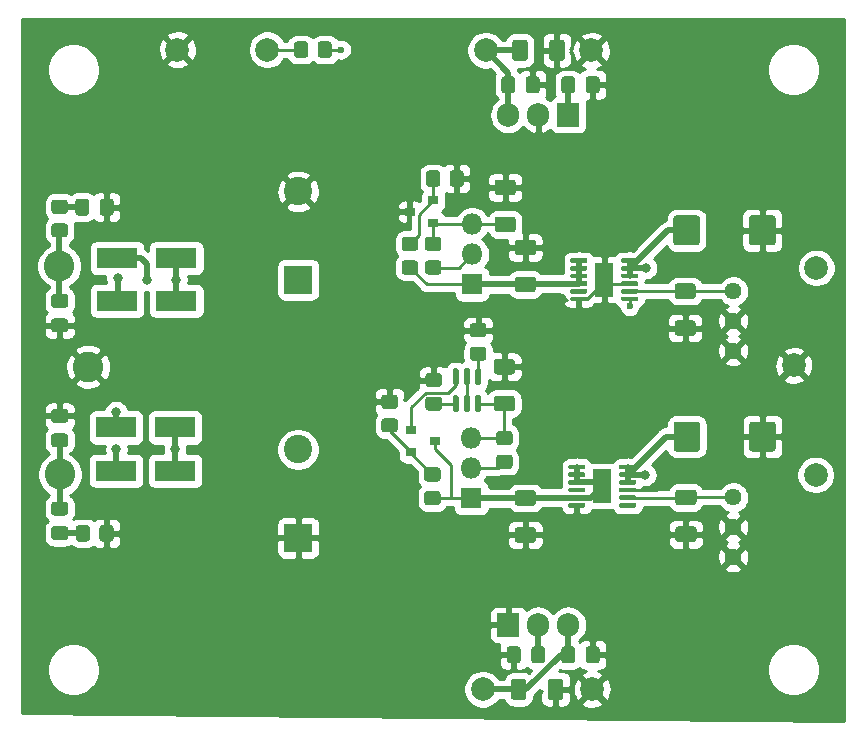
<source format=gbr>
G04 #@! TF.GenerationSoftware,KiCad,Pcbnew,(5.1.10-0-10_14)*
G04 #@! TF.CreationDate,2021-09-22T20:47:48+02:00*
G04 #@! TF.ProjectId,lv-lownoise-psu,6c762d6c-6f77-46e6-9f69-73652d707375,rev?*
G04 #@! TF.SameCoordinates,Original*
G04 #@! TF.FileFunction,Copper,L1,Top*
G04 #@! TF.FilePolarity,Positive*
%FSLAX46Y46*%
G04 Gerber Fmt 4.6, Leading zero omitted, Abs format (unit mm)*
G04 Created by KiCad (PCBNEW (5.1.10-0-10_14)) date 2021-09-22 20:47:48*
%MOMM*%
%LPD*%
G01*
G04 APERTURE LIST*
G04 #@! TA.AperFunction,SMDPad,CuDef*
%ADD10R,0.900000X0.800000*%
G04 #@! TD*
G04 #@! TA.AperFunction,ComponentPad*
%ADD11O,1.800000X1.800000*%
G04 #@! TD*
G04 #@! TA.AperFunction,ComponentPad*
%ADD12R,1.800000X1.800000*%
G04 #@! TD*
G04 #@! TA.AperFunction,ComponentPad*
%ADD13C,2.000000*%
G04 #@! TD*
G04 #@! TA.AperFunction,ComponentPad*
%ADD14O,1.905000X2.000000*%
G04 #@! TD*
G04 #@! TA.AperFunction,ComponentPad*
%ADD15R,1.905000X2.000000*%
G04 #@! TD*
G04 #@! TA.AperFunction,SMDPad,CuDef*
%ADD16R,3.500000X1.800000*%
G04 #@! TD*
G04 #@! TA.AperFunction,SMDPad,CuDef*
%ADD17R,1.650000X2.850000*%
G04 #@! TD*
G04 #@! TA.AperFunction,ComponentPad*
%ADD18C,2.400000*%
G04 #@! TD*
G04 #@! TA.AperFunction,ComponentPad*
%ADD19R,2.400000X2.400000*%
G04 #@! TD*
G04 #@! TA.AperFunction,ComponentPad*
%ADD20C,1.440000*%
G04 #@! TD*
G04 #@! TA.AperFunction,ComponentPad*
%ADD21C,2.600000*%
G04 #@! TD*
G04 #@! TA.AperFunction,ViaPad*
%ADD22C,0.800000*%
G04 #@! TD*
G04 #@! TA.AperFunction,ViaPad*
%ADD23C,0.600000*%
G04 #@! TD*
G04 #@! TA.AperFunction,Conductor*
%ADD24C,0.250000*%
G04 #@! TD*
G04 #@! TA.AperFunction,Conductor*
%ADD25C,0.500000*%
G04 #@! TD*
G04 #@! TA.AperFunction,Conductor*
%ADD26C,0.254000*%
G04 #@! TD*
G04 #@! TA.AperFunction,Conductor*
%ADD27C,0.100000*%
G04 #@! TD*
G04 APERTURE END LIST*
D10*
X115697000Y-64452500D03*
X113697000Y-65402500D03*
X113697000Y-63502500D03*
X113570000Y-45024000D03*
X115570000Y-44074000D03*
X115570000Y-45974000D03*
G04 #@! TA.AperFunction,SMDPad,CuDef*
G36*
G01*
X115170799Y-60677500D02*
X116070801Y-60677500D01*
G75*
G02*
X116320800Y-60927499I0J-249999D01*
G01*
X116320800Y-61627501D01*
G75*
G02*
X116070801Y-61877500I-249999J0D01*
G01*
X115170799Y-61877500D01*
G75*
G02*
X114920800Y-61627501I0J249999D01*
G01*
X114920800Y-60927499D01*
G75*
G02*
X115170799Y-60677500I249999J0D01*
G01*
G37*
G04 #@! TD.AperFunction*
G04 #@! TA.AperFunction,SMDPad,CuDef*
G36*
G01*
X115170799Y-58677500D02*
X116070801Y-58677500D01*
G75*
G02*
X116320800Y-58927499I0J-249999D01*
G01*
X116320800Y-59627501D01*
G75*
G02*
X116070801Y-59877500I-249999J0D01*
G01*
X115170799Y-59877500D01*
G75*
G02*
X114920800Y-59627501I0J249999D01*
G01*
X114920800Y-58927499D01*
G75*
G02*
X115170799Y-58677500I249999J0D01*
G01*
G37*
G04 #@! TD.AperFunction*
G04 #@! TA.AperFunction,SMDPad,CuDef*
G36*
G01*
X118929999Y-56454500D02*
X119830001Y-56454500D01*
G75*
G02*
X120080000Y-56704499I0J-249999D01*
G01*
X120080000Y-57404501D01*
G75*
G02*
X119830001Y-57654500I-249999J0D01*
G01*
X118929999Y-57654500D01*
G75*
G02*
X118680000Y-57404501I0J249999D01*
G01*
X118680000Y-56704499D01*
G75*
G02*
X118929999Y-56454500I249999J0D01*
G01*
G37*
G04 #@! TD.AperFunction*
G04 #@! TA.AperFunction,SMDPad,CuDef*
G36*
G01*
X118929999Y-54454500D02*
X119830001Y-54454500D01*
G75*
G02*
X120080000Y-54704499I0J-249999D01*
G01*
X120080000Y-55404501D01*
G75*
G02*
X119830001Y-55654500I-249999J0D01*
G01*
X118929999Y-55654500D01*
G75*
G02*
X118680000Y-55404501I0J249999D01*
G01*
X118680000Y-54704499D01*
G75*
G02*
X118929999Y-54454500I249999J0D01*
G01*
G37*
G04 #@! TD.AperFunction*
G04 #@! TA.AperFunction,SMDPad,CuDef*
G36*
G01*
X119255000Y-60565000D02*
X119505000Y-60565000D01*
G75*
G02*
X119630000Y-60690000I0J-125000D01*
G01*
X119630000Y-61865000D01*
G75*
G02*
X119505000Y-61990000I-125000J0D01*
G01*
X119255000Y-61990000D01*
G75*
G02*
X119130000Y-61865000I0J125000D01*
G01*
X119130000Y-60690000D01*
G75*
G02*
X119255000Y-60565000I125000J0D01*
G01*
G37*
G04 #@! TD.AperFunction*
G04 #@! TA.AperFunction,SMDPad,CuDef*
G36*
G01*
X118305000Y-60565000D02*
X118555000Y-60565000D01*
G75*
G02*
X118680000Y-60690000I0J-125000D01*
G01*
X118680000Y-61865000D01*
G75*
G02*
X118555000Y-61990000I-125000J0D01*
G01*
X118305000Y-61990000D01*
G75*
G02*
X118180000Y-61865000I0J125000D01*
G01*
X118180000Y-60690000D01*
G75*
G02*
X118305000Y-60565000I125000J0D01*
G01*
G37*
G04 #@! TD.AperFunction*
G04 #@! TA.AperFunction,SMDPad,CuDef*
G36*
G01*
X117355000Y-60565000D02*
X117605000Y-60565000D01*
G75*
G02*
X117730000Y-60690000I0J-125000D01*
G01*
X117730000Y-61865000D01*
G75*
G02*
X117605000Y-61990000I-125000J0D01*
G01*
X117355000Y-61990000D01*
G75*
G02*
X117230000Y-61865000I0J125000D01*
G01*
X117230000Y-60690000D01*
G75*
G02*
X117355000Y-60565000I125000J0D01*
G01*
G37*
G04 #@! TD.AperFunction*
G04 #@! TA.AperFunction,SMDPad,CuDef*
G36*
G01*
X117355000Y-58290000D02*
X117605000Y-58290000D01*
G75*
G02*
X117730000Y-58415000I0J-125000D01*
G01*
X117730000Y-59590000D01*
G75*
G02*
X117605000Y-59715000I-125000J0D01*
G01*
X117355000Y-59715000D01*
G75*
G02*
X117230000Y-59590000I0J125000D01*
G01*
X117230000Y-58415000D01*
G75*
G02*
X117355000Y-58290000I125000J0D01*
G01*
G37*
G04 #@! TD.AperFunction*
G04 #@! TA.AperFunction,SMDPad,CuDef*
G36*
G01*
X118305000Y-58290000D02*
X118555000Y-58290000D01*
G75*
G02*
X118680000Y-58415000I0J-125000D01*
G01*
X118680000Y-59590000D01*
G75*
G02*
X118555000Y-59715000I-125000J0D01*
G01*
X118305000Y-59715000D01*
G75*
G02*
X118180000Y-59590000I0J125000D01*
G01*
X118180000Y-58415000D01*
G75*
G02*
X118305000Y-58290000I125000J0D01*
G01*
G37*
G04 #@! TD.AperFunction*
G04 #@! TA.AperFunction,SMDPad,CuDef*
G36*
G01*
X119255000Y-58290000D02*
X119505000Y-58290000D01*
G75*
G02*
X119630000Y-58415000I0J-125000D01*
G01*
X119630000Y-59590000D01*
G75*
G02*
X119505000Y-59715000I-125000J0D01*
G01*
X119255000Y-59715000D01*
G75*
G02*
X119130000Y-59590000I0J125000D01*
G01*
X119130000Y-58415000D01*
G75*
G02*
X119255000Y-58290000I125000J0D01*
G01*
G37*
G04 #@! TD.AperFunction*
G04 #@! TA.AperFunction,SMDPad,CuDef*
G36*
G01*
X120952499Y-60615000D02*
X122252501Y-60615000D01*
G75*
G02*
X122502500Y-60864999I0J-249999D01*
G01*
X122502500Y-61690001D01*
G75*
G02*
X122252501Y-61940000I-249999J0D01*
G01*
X120952499Y-61940000D01*
G75*
G02*
X120702500Y-61690001I0J249999D01*
G01*
X120702500Y-60864999D01*
G75*
G02*
X120952499Y-60615000I249999J0D01*
G01*
G37*
G04 #@! TD.AperFunction*
G04 #@! TA.AperFunction,SMDPad,CuDef*
G36*
G01*
X120952499Y-57490000D02*
X122252501Y-57490000D01*
G75*
G02*
X122502500Y-57739999I0J-249999D01*
G01*
X122502500Y-58565001D01*
G75*
G02*
X122252501Y-58815000I-249999J0D01*
G01*
X120952499Y-58815000D01*
G75*
G02*
X120702500Y-58565001I0J249999D01*
G01*
X120702500Y-57739999D01*
G75*
G02*
X120952499Y-57490000I249999J0D01*
G01*
G37*
G04 #@! TD.AperFunction*
G04 #@! TA.AperFunction,SMDPad,CuDef*
G36*
G01*
X115056499Y-68678500D02*
X115956501Y-68678500D01*
G75*
G02*
X116206500Y-68928499I0J-249999D01*
G01*
X116206500Y-69628501D01*
G75*
G02*
X115956501Y-69878500I-249999J0D01*
G01*
X115056499Y-69878500D01*
G75*
G02*
X114806500Y-69628501I0J249999D01*
G01*
X114806500Y-68928499D01*
G75*
G02*
X115056499Y-68678500I249999J0D01*
G01*
G37*
G04 #@! TD.AperFunction*
G04 #@! TA.AperFunction,SMDPad,CuDef*
G36*
G01*
X115056499Y-66678500D02*
X115956501Y-66678500D01*
G75*
G02*
X116206500Y-66928499I0J-249999D01*
G01*
X116206500Y-67628501D01*
G75*
G02*
X115956501Y-67878500I-249999J0D01*
G01*
X115056499Y-67878500D01*
G75*
G02*
X114806500Y-67628501I0J249999D01*
G01*
X114806500Y-66928499D01*
G75*
G02*
X115056499Y-66678500I249999J0D01*
G01*
G37*
G04 #@! TD.AperFunction*
G04 #@! TA.AperFunction,SMDPad,CuDef*
G36*
G01*
X111436999Y-62519000D02*
X112337001Y-62519000D01*
G75*
G02*
X112587000Y-62768999I0J-249999D01*
G01*
X112587000Y-63469001D01*
G75*
G02*
X112337001Y-63719000I-249999J0D01*
G01*
X111436999Y-63719000D01*
G75*
G02*
X111187000Y-63469001I0J249999D01*
G01*
X111187000Y-62768999D01*
G75*
G02*
X111436999Y-62519000I249999J0D01*
G01*
G37*
G04 #@! TD.AperFunction*
G04 #@! TA.AperFunction,SMDPad,CuDef*
G36*
G01*
X111436999Y-60519000D02*
X112337001Y-60519000D01*
G75*
G02*
X112587000Y-60768999I0J-249999D01*
G01*
X112587000Y-61469001D01*
G75*
G02*
X112337001Y-61719000I-249999J0D01*
G01*
X111436999Y-61719000D01*
G75*
G02*
X111187000Y-61469001I0J249999D01*
G01*
X111187000Y-60768999D01*
G75*
G02*
X111436999Y-60519000I249999J0D01*
G01*
G37*
G04 #@! TD.AperFunction*
G04 #@! TA.AperFunction,SMDPad,CuDef*
G36*
G01*
X121152499Y-65598500D02*
X122052501Y-65598500D01*
G75*
G02*
X122302500Y-65848499I0J-249999D01*
G01*
X122302500Y-66548501D01*
G75*
G02*
X122052501Y-66798500I-249999J0D01*
G01*
X121152499Y-66798500D01*
G75*
G02*
X120902500Y-66548501I0J249999D01*
G01*
X120902500Y-65848499D01*
G75*
G02*
X121152499Y-65598500I249999J0D01*
G01*
G37*
G04 #@! TD.AperFunction*
G04 #@! TA.AperFunction,SMDPad,CuDef*
G36*
G01*
X121152499Y-63598500D02*
X122052501Y-63598500D01*
G75*
G02*
X122302500Y-63848499I0J-249999D01*
G01*
X122302500Y-64548501D01*
G75*
G02*
X122052501Y-64798500I-249999J0D01*
G01*
X121152499Y-64798500D01*
G75*
G02*
X120902500Y-64548501I0J249999D01*
G01*
X120902500Y-63848499D01*
G75*
G02*
X121152499Y-63598500I249999J0D01*
G01*
G37*
G04 #@! TD.AperFunction*
G04 #@! TA.AperFunction,SMDPad,CuDef*
G36*
G01*
X116970000Y-42677501D02*
X116970000Y-41777499D01*
G75*
G02*
X117219999Y-41527500I249999J0D01*
G01*
X117920001Y-41527500D01*
G75*
G02*
X118170000Y-41777499I0J-249999D01*
G01*
X118170000Y-42677501D01*
G75*
G02*
X117920001Y-42927500I-249999J0D01*
G01*
X117219999Y-42927500D01*
G75*
G02*
X116970000Y-42677501I0J249999D01*
G01*
G37*
G04 #@! TD.AperFunction*
G04 #@! TA.AperFunction,SMDPad,CuDef*
G36*
G01*
X114970000Y-42677501D02*
X114970000Y-41777499D01*
G75*
G02*
X115219999Y-41527500I249999J0D01*
G01*
X115920001Y-41527500D01*
G75*
G02*
X116170000Y-41777499I0J-249999D01*
G01*
X116170000Y-42677501D01*
G75*
G02*
X115920001Y-42927500I-249999J0D01*
G01*
X115219999Y-42927500D01*
G75*
G02*
X114970000Y-42677501I0J249999D01*
G01*
G37*
G04 #@! TD.AperFunction*
G04 #@! TA.AperFunction,SMDPad,CuDef*
G36*
G01*
X114051501Y-48352000D02*
X113151499Y-48352000D01*
G75*
G02*
X112901500Y-48102001I0J249999D01*
G01*
X112901500Y-47401999D01*
G75*
G02*
X113151499Y-47152000I249999J0D01*
G01*
X114051501Y-47152000D01*
G75*
G02*
X114301500Y-47401999I0J-249999D01*
G01*
X114301500Y-48102001D01*
G75*
G02*
X114051501Y-48352000I-249999J0D01*
G01*
G37*
G04 #@! TD.AperFunction*
G04 #@! TA.AperFunction,SMDPad,CuDef*
G36*
G01*
X114051501Y-50352000D02*
X113151499Y-50352000D01*
G75*
G02*
X112901500Y-50102001I0J249999D01*
G01*
X112901500Y-49401999D01*
G75*
G02*
X113151499Y-49152000I249999J0D01*
G01*
X114051501Y-49152000D01*
G75*
G02*
X114301500Y-49401999I0J-249999D01*
G01*
X114301500Y-50102001D01*
G75*
G02*
X114051501Y-50352000I-249999J0D01*
G01*
G37*
G04 #@! TD.AperFunction*
G04 #@! TA.AperFunction,SMDPad,CuDef*
G36*
G01*
X116020001Y-48352000D02*
X115119999Y-48352000D01*
G75*
G02*
X114870000Y-48102001I0J249999D01*
G01*
X114870000Y-47401999D01*
G75*
G02*
X115119999Y-47152000I249999J0D01*
G01*
X116020001Y-47152000D01*
G75*
G02*
X116270000Y-47401999I0J-249999D01*
G01*
X116270000Y-48102001D01*
G75*
G02*
X116020001Y-48352000I-249999J0D01*
G01*
G37*
G04 #@! TD.AperFunction*
G04 #@! TA.AperFunction,SMDPad,CuDef*
G36*
G01*
X116020001Y-50352000D02*
X115119999Y-50352000D01*
G75*
G02*
X114870000Y-50102001I0J249999D01*
G01*
X114870000Y-49401999D01*
G75*
G02*
X115119999Y-49152000I249999J0D01*
G01*
X116020001Y-49152000D01*
G75*
G02*
X116270000Y-49401999I0J-249999D01*
G01*
X116270000Y-50102001D01*
G75*
G02*
X116020001Y-50352000I-249999J0D01*
G01*
G37*
G04 #@! TD.AperFunction*
D11*
X118872000Y-46101000D03*
X118872000Y-48641000D03*
D12*
X118872000Y-51181000D03*
G04 #@! TA.AperFunction,SMDPad,CuDef*
G36*
G01*
X122316001Y-43638500D02*
X121015999Y-43638500D01*
G75*
G02*
X120766000Y-43388501I0J249999D01*
G01*
X120766000Y-42563499D01*
G75*
G02*
X121015999Y-42313500I249999J0D01*
G01*
X122316001Y-42313500D01*
G75*
G02*
X122566000Y-42563499I0J-249999D01*
G01*
X122566000Y-43388501D01*
G75*
G02*
X122316001Y-43638500I-249999J0D01*
G01*
G37*
G04 #@! TD.AperFunction*
G04 #@! TA.AperFunction,SMDPad,CuDef*
G36*
G01*
X122316001Y-46763500D02*
X121015999Y-46763500D01*
G75*
G02*
X120766000Y-46513501I0J249999D01*
G01*
X120766000Y-45688499D01*
G75*
G02*
X121015999Y-45438500I249999J0D01*
G01*
X122316001Y-45438500D01*
G75*
G02*
X122566000Y-45688499I0J-249999D01*
G01*
X122566000Y-46513501D01*
G75*
G02*
X122316001Y-46763500I-249999J0D01*
G01*
G37*
G04 #@! TD.AperFunction*
D13*
X119761000Y-85471000D03*
X129032000Y-85471000D03*
X128968500Y-31369000D03*
X120015000Y-31369000D03*
X93916500Y-31305500D03*
X101536500Y-31305500D03*
X147955000Y-67310000D03*
X146113500Y-58039000D03*
X148018500Y-49784000D03*
G04 #@! TA.AperFunction,SMDPad,CuDef*
G36*
G01*
X123471500Y-84820998D02*
X123471500Y-86121002D01*
G75*
G02*
X123221502Y-86371000I-249998J0D01*
G01*
X122396498Y-86371000D01*
G75*
G02*
X122146500Y-86121002I0J249998D01*
G01*
X122146500Y-84820998D01*
G75*
G02*
X122396498Y-84571000I249998J0D01*
G01*
X123221502Y-84571000D01*
G75*
G02*
X123471500Y-84820998I0J-249998D01*
G01*
G37*
G04 #@! TD.AperFunction*
G04 #@! TA.AperFunction,SMDPad,CuDef*
G36*
G01*
X126596500Y-84820998D02*
X126596500Y-86121002D01*
G75*
G02*
X126346502Y-86371000I-249998J0D01*
G01*
X125521498Y-86371000D01*
G75*
G02*
X125271500Y-86121002I0J249998D01*
G01*
X125271500Y-84820998D01*
G75*
G02*
X125521498Y-84571000I249998J0D01*
G01*
X126346502Y-84571000D01*
G75*
G02*
X126596500Y-84820998I0J-249998D01*
G01*
G37*
G04 #@! TD.AperFunction*
G04 #@! TA.AperFunction,SMDPad,CuDef*
G36*
G01*
X125385000Y-32019002D02*
X125385000Y-30718998D01*
G75*
G02*
X125634998Y-30469000I249998J0D01*
G01*
X126460002Y-30469000D01*
G75*
G02*
X126710000Y-30718998I0J-249998D01*
G01*
X126710000Y-32019002D01*
G75*
G02*
X126460002Y-32269000I-249998J0D01*
G01*
X125634998Y-32269000D01*
G75*
G02*
X125385000Y-32019002I0J249998D01*
G01*
G37*
G04 #@! TD.AperFunction*
G04 #@! TA.AperFunction,SMDPad,CuDef*
G36*
G01*
X122260000Y-32019002D02*
X122260000Y-30718998D01*
G75*
G02*
X122509998Y-30469000I249998J0D01*
G01*
X123335002Y-30469000D01*
G75*
G02*
X123585000Y-30718998I0J-249998D01*
G01*
X123585000Y-32019002D01*
G75*
G02*
X123335002Y-32269000I-249998J0D01*
G01*
X122509998Y-32269000D01*
G75*
G02*
X122260000Y-32019002I0J249998D01*
G01*
G37*
G04 #@! TD.AperFunction*
G04 #@! TA.AperFunction,SMDPad,CuDef*
G36*
G01*
X123407500Y-34765000D02*
X123407500Y-33815000D01*
G75*
G02*
X123657500Y-33565000I250000J0D01*
G01*
X124332500Y-33565000D01*
G75*
G02*
X124582500Y-33815000I0J-250000D01*
G01*
X124582500Y-34765000D01*
G75*
G02*
X124332500Y-35015000I-250000J0D01*
G01*
X123657500Y-35015000D01*
G75*
G02*
X123407500Y-34765000I0J250000D01*
G01*
G37*
G04 #@! TD.AperFunction*
G04 #@! TA.AperFunction,SMDPad,CuDef*
G36*
G01*
X121332500Y-34765000D02*
X121332500Y-33815000D01*
G75*
G02*
X121582500Y-33565000I250000J0D01*
G01*
X122257500Y-33565000D01*
G75*
G02*
X122507500Y-33815000I0J-250000D01*
G01*
X122507500Y-34765000D01*
G75*
G02*
X122257500Y-35015000I-250000J0D01*
G01*
X121582500Y-35015000D01*
G75*
G02*
X121332500Y-34765000I0J250000D01*
G01*
G37*
G04 #@! TD.AperFunction*
G04 #@! TA.AperFunction,SMDPad,CuDef*
G36*
G01*
X83496999Y-46009000D02*
X84397001Y-46009000D01*
G75*
G02*
X84647000Y-46258999I0J-249999D01*
G01*
X84647000Y-46959001D01*
G75*
G02*
X84397001Y-47209000I-249999J0D01*
G01*
X83496999Y-47209000D01*
G75*
G02*
X83247000Y-46959001I0J249999D01*
G01*
X83247000Y-46258999D01*
G75*
G02*
X83496999Y-46009000I249999J0D01*
G01*
G37*
G04 #@! TD.AperFunction*
G04 #@! TA.AperFunction,SMDPad,CuDef*
G36*
G01*
X83496999Y-44009000D02*
X84397001Y-44009000D01*
G75*
G02*
X84647000Y-44258999I0J-249999D01*
G01*
X84647000Y-44959001D01*
G75*
G02*
X84397001Y-45209000I-249999J0D01*
G01*
X83496999Y-45209000D01*
G75*
G02*
X83247000Y-44959001I0J249999D01*
G01*
X83247000Y-44258999D01*
G75*
G02*
X83496999Y-44009000I249999J0D01*
G01*
G37*
G04 #@! TD.AperFunction*
G04 #@! TA.AperFunction,SMDPad,CuDef*
G36*
G01*
X87315500Y-72713001D02*
X87315500Y-71812999D01*
G75*
G02*
X87565499Y-71563000I249999J0D01*
G01*
X88265501Y-71563000D01*
G75*
G02*
X88515500Y-71812999I0J-249999D01*
G01*
X88515500Y-72713001D01*
G75*
G02*
X88265501Y-72963000I-249999J0D01*
G01*
X87565499Y-72963000D01*
G75*
G02*
X87315500Y-72713001I0J249999D01*
G01*
G37*
G04 #@! TD.AperFunction*
G04 #@! TA.AperFunction,SMDPad,CuDef*
G36*
G01*
X85315500Y-72713001D02*
X85315500Y-71812999D01*
G75*
G02*
X85565499Y-71563000I249999J0D01*
G01*
X86265501Y-71563000D01*
G75*
G02*
X86515500Y-71812999I0J-249999D01*
G01*
X86515500Y-72713001D01*
G75*
G02*
X86265501Y-72963000I-249999J0D01*
G01*
X85565499Y-72963000D01*
G75*
G02*
X85315500Y-72713001I0J249999D01*
G01*
G37*
G04 #@! TD.AperFunction*
D11*
X118808500Y-64198500D03*
X118808500Y-66738500D03*
D12*
X118808500Y-69278500D03*
G04 #@! TA.AperFunction,SMDPad,CuDef*
G36*
G01*
X137619502Y-69877500D02*
X136319498Y-69877500D01*
G75*
G02*
X136069500Y-69627502I0J249998D01*
G01*
X136069500Y-68802498D01*
G75*
G02*
X136319498Y-68552500I249998J0D01*
G01*
X137619502Y-68552500D01*
G75*
G02*
X137869500Y-68802498I0J-249998D01*
G01*
X137869500Y-69627502D01*
G75*
G02*
X137619502Y-69877500I-249998J0D01*
G01*
G37*
G04 #@! TD.AperFunction*
G04 #@! TA.AperFunction,SMDPad,CuDef*
G36*
G01*
X137619502Y-73002500D02*
X136319498Y-73002500D01*
G75*
G02*
X136069500Y-72752502I0J249998D01*
G01*
X136069500Y-71927498D01*
G75*
G02*
X136319498Y-71677500I249998J0D01*
G01*
X137619502Y-71677500D01*
G75*
G02*
X137869500Y-71927498I0J-249998D01*
G01*
X137869500Y-72752502D01*
G75*
G02*
X137619502Y-73002500I-249998J0D01*
G01*
G37*
G04 #@! TD.AperFunction*
G04 #@! TA.AperFunction,SMDPad,CuDef*
G36*
G01*
X136255998Y-54215000D02*
X137556002Y-54215000D01*
G75*
G02*
X137806000Y-54464998I0J-249998D01*
G01*
X137806000Y-55290002D01*
G75*
G02*
X137556002Y-55540000I-249998J0D01*
G01*
X136255998Y-55540000D01*
G75*
G02*
X136006000Y-55290002I0J249998D01*
G01*
X136006000Y-54464998D01*
G75*
G02*
X136255998Y-54215000I249998J0D01*
G01*
G37*
G04 #@! TD.AperFunction*
G04 #@! TA.AperFunction,SMDPad,CuDef*
G36*
G01*
X136255998Y-51090000D02*
X137556002Y-51090000D01*
G75*
G02*
X137806000Y-51339998I0J-249998D01*
G01*
X137806000Y-52165002D01*
G75*
G02*
X137556002Y-52415000I-249998J0D01*
G01*
X136255998Y-52415000D01*
G75*
G02*
X136006000Y-52165002I0J249998D01*
G01*
X136006000Y-51339998D01*
G75*
G02*
X136255998Y-51090000I249998J0D01*
G01*
G37*
G04 #@! TD.AperFunction*
G04 #@! TA.AperFunction,SMDPad,CuDef*
G36*
G01*
X124030502Y-69927500D02*
X122730498Y-69927500D01*
G75*
G02*
X122480500Y-69677502I0J249998D01*
G01*
X122480500Y-68852498D01*
G75*
G02*
X122730498Y-68602500I249998J0D01*
G01*
X124030502Y-68602500D01*
G75*
G02*
X124280500Y-68852498I0J-249998D01*
G01*
X124280500Y-69677502D01*
G75*
G02*
X124030502Y-69927500I-249998J0D01*
G01*
G37*
G04 #@! TD.AperFunction*
G04 #@! TA.AperFunction,SMDPad,CuDef*
G36*
G01*
X124030502Y-73052500D02*
X122730498Y-73052500D01*
G75*
G02*
X122480500Y-72802502I0J249998D01*
G01*
X122480500Y-71977498D01*
G75*
G02*
X122730498Y-71727500I249998J0D01*
G01*
X124030502Y-71727500D01*
G75*
G02*
X124280500Y-71977498I0J-249998D01*
G01*
X124280500Y-72802502D01*
G75*
G02*
X124030502Y-73052500I-249998J0D01*
G01*
G37*
G04 #@! TD.AperFunction*
G04 #@! TA.AperFunction,SMDPad,CuDef*
G36*
G01*
X124030502Y-48718500D02*
X122730498Y-48718500D01*
G75*
G02*
X122480500Y-48468502I0J249998D01*
G01*
X122480500Y-47643498D01*
G75*
G02*
X122730498Y-47393500I249998J0D01*
G01*
X124030502Y-47393500D01*
G75*
G02*
X124280500Y-47643498I0J-249998D01*
G01*
X124280500Y-48468502D01*
G75*
G02*
X124030502Y-48718500I-249998J0D01*
G01*
G37*
G04 #@! TD.AperFunction*
G04 #@! TA.AperFunction,SMDPad,CuDef*
G36*
G01*
X124030502Y-51843500D02*
X122730498Y-51843500D01*
G75*
G02*
X122480500Y-51593502I0J249998D01*
G01*
X122480500Y-50768498D01*
G75*
G02*
X122730498Y-50518500I249998J0D01*
G01*
X124030502Y-50518500D01*
G75*
G02*
X124280500Y-50768498I0J-249998D01*
G01*
X124280500Y-51593502D01*
G75*
G02*
X124030502Y-51843500I-249998J0D01*
G01*
G37*
G04 #@! TD.AperFunction*
G04 #@! TA.AperFunction,SMDPad,CuDef*
G36*
G01*
X86439500Y-44165500D02*
X86439500Y-45115500D01*
G75*
G02*
X86189500Y-45365500I-250000J0D01*
G01*
X85514500Y-45365500D01*
G75*
G02*
X85264500Y-45115500I0J250000D01*
G01*
X85264500Y-44165500D01*
G75*
G02*
X85514500Y-43915500I250000J0D01*
G01*
X86189500Y-43915500D01*
G75*
G02*
X86439500Y-44165500I0J-250000D01*
G01*
G37*
G04 #@! TD.AperFunction*
G04 #@! TA.AperFunction,SMDPad,CuDef*
G36*
G01*
X88514500Y-44165500D02*
X88514500Y-45115500D01*
G75*
G02*
X88264500Y-45365500I-250000J0D01*
G01*
X87589500Y-45365500D01*
G75*
G02*
X87339500Y-45115500I0J250000D01*
G01*
X87339500Y-44165500D01*
G75*
G02*
X87589500Y-43915500I250000J0D01*
G01*
X88264500Y-43915500D01*
G75*
G02*
X88514500Y-44165500I0J-250000D01*
G01*
G37*
G04 #@! TD.AperFunction*
G04 #@! TA.AperFunction,SMDPad,CuDef*
G36*
G01*
X83472000Y-71655000D02*
X84422000Y-71655000D01*
G75*
G02*
X84672000Y-71905000I0J-250000D01*
G01*
X84672000Y-72580000D01*
G75*
G02*
X84422000Y-72830000I-250000J0D01*
G01*
X83472000Y-72830000D01*
G75*
G02*
X83222000Y-72580000I0J250000D01*
G01*
X83222000Y-71905000D01*
G75*
G02*
X83472000Y-71655000I250000J0D01*
G01*
G37*
G04 #@! TD.AperFunction*
G04 #@! TA.AperFunction,SMDPad,CuDef*
G36*
G01*
X83472000Y-69580000D02*
X84422000Y-69580000D01*
G75*
G02*
X84672000Y-69830000I0J-250000D01*
G01*
X84672000Y-70505000D01*
G75*
G02*
X84422000Y-70755000I-250000J0D01*
G01*
X83472000Y-70755000D01*
G75*
G02*
X83222000Y-70505000I0J250000D01*
G01*
X83222000Y-69830000D01*
G75*
G02*
X83472000Y-69580000I250000J0D01*
G01*
G37*
G04 #@! TD.AperFunction*
G04 #@! TA.AperFunction,SMDPad,CuDef*
G36*
G01*
X84422000Y-53165500D02*
X83472000Y-53165500D01*
G75*
G02*
X83222000Y-52915500I0J250000D01*
G01*
X83222000Y-52240500D01*
G75*
G02*
X83472000Y-51990500I250000J0D01*
G01*
X84422000Y-51990500D01*
G75*
G02*
X84672000Y-52240500I0J-250000D01*
G01*
X84672000Y-52915500D01*
G75*
G02*
X84422000Y-53165500I-250000J0D01*
G01*
G37*
G04 #@! TD.AperFunction*
G04 #@! TA.AperFunction,SMDPad,CuDef*
G36*
G01*
X84422000Y-55240500D02*
X83472000Y-55240500D01*
G75*
G02*
X83222000Y-54990500I0J250000D01*
G01*
X83222000Y-54315500D01*
G75*
G02*
X83472000Y-54065500I250000J0D01*
G01*
X84422000Y-54065500D01*
G75*
G02*
X84672000Y-54315500I0J-250000D01*
G01*
X84672000Y-54990500D01*
G75*
G02*
X84422000Y-55240500I-250000J0D01*
G01*
G37*
G04 #@! TD.AperFunction*
G04 #@! TA.AperFunction,SMDPad,CuDef*
G36*
G01*
X84422000Y-62901500D02*
X83472000Y-62901500D01*
G75*
G02*
X83222000Y-62651500I0J250000D01*
G01*
X83222000Y-61976500D01*
G75*
G02*
X83472000Y-61726500I250000J0D01*
G01*
X84422000Y-61726500D01*
G75*
G02*
X84672000Y-61976500I0J-250000D01*
G01*
X84672000Y-62651500D01*
G75*
G02*
X84422000Y-62901500I-250000J0D01*
G01*
G37*
G04 #@! TD.AperFunction*
G04 #@! TA.AperFunction,SMDPad,CuDef*
G36*
G01*
X84422000Y-64976500D02*
X83472000Y-64976500D01*
G75*
G02*
X83222000Y-64726500I0J250000D01*
G01*
X83222000Y-64051500D01*
G75*
G02*
X83472000Y-63801500I250000J0D01*
G01*
X84422000Y-63801500D01*
G75*
G02*
X84672000Y-64051500I0J-250000D01*
G01*
X84672000Y-64726500D01*
G75*
G02*
X84422000Y-64976500I-250000J0D01*
G01*
G37*
G04 #@! TD.AperFunction*
G04 #@! TA.AperFunction,SMDPad,CuDef*
G36*
G01*
X138171500Y-63046499D02*
X138171500Y-65096501D01*
G75*
G02*
X137921501Y-65346500I-249999J0D01*
G01*
X136171499Y-65346500D01*
G75*
G02*
X135921500Y-65096501I0J249999D01*
G01*
X135921500Y-63046499D01*
G75*
G02*
X136171499Y-62796500I249999J0D01*
G01*
X137921501Y-62796500D01*
G75*
G02*
X138171500Y-63046499I0J-249999D01*
G01*
G37*
G04 #@! TD.AperFunction*
G04 #@! TA.AperFunction,SMDPad,CuDef*
G36*
G01*
X144571500Y-63046499D02*
X144571500Y-65096501D01*
G75*
G02*
X144321501Y-65346500I-249999J0D01*
G01*
X142571499Y-65346500D01*
G75*
G02*
X142321500Y-65096501I0J249999D01*
G01*
X142321500Y-63046499D01*
G75*
G02*
X142571499Y-62796500I249999J0D01*
G01*
X144321501Y-62796500D01*
G75*
G02*
X144571500Y-63046499I0J-249999D01*
G01*
G37*
G04 #@! TD.AperFunction*
G04 #@! TA.AperFunction,SMDPad,CuDef*
G36*
G01*
X142308000Y-47634001D02*
X142308000Y-45583999D01*
G75*
G02*
X142557999Y-45334000I249999J0D01*
G01*
X144308001Y-45334000D01*
G75*
G02*
X144558000Y-45583999I0J-249999D01*
G01*
X144558000Y-47634001D01*
G75*
G02*
X144308001Y-47884000I-249999J0D01*
G01*
X142557999Y-47884000D01*
G75*
G02*
X142308000Y-47634001I0J249999D01*
G01*
G37*
G04 #@! TD.AperFunction*
G04 #@! TA.AperFunction,SMDPad,CuDef*
G36*
G01*
X135908000Y-47634001D02*
X135908000Y-45583999D01*
G75*
G02*
X136157999Y-45334000I249999J0D01*
G01*
X137908001Y-45334000D01*
G75*
G02*
X138158000Y-45583999I0J-249999D01*
G01*
X138158000Y-47634001D01*
G75*
G02*
X137908001Y-47884000I-249999J0D01*
G01*
X136157999Y-47884000D01*
G75*
G02*
X135908000Y-47634001I0J249999D01*
G01*
G37*
G04 #@! TD.AperFunction*
D14*
X127000000Y-80010000D03*
X124460000Y-80010000D03*
D15*
X121920000Y-80010000D03*
D14*
X121920000Y-36830000D03*
X124460000Y-36830000D03*
D15*
X127000000Y-36830000D03*
D16*
X88827600Y-52578000D03*
X93827600Y-52578000D03*
X88827600Y-48971200D03*
X93827600Y-48971200D03*
X93726000Y-63296800D03*
X88726000Y-63296800D03*
X93726000Y-66954400D03*
X88726000Y-66954400D03*
D17*
X129886600Y-68261900D03*
G04 #@! TA.AperFunction,SMDPad,CuDef*
G36*
G01*
X131311600Y-66736900D02*
X131311600Y-66536900D01*
G75*
G02*
X131411600Y-66436900I100000J0D01*
G01*
X132661600Y-66436900D01*
G75*
G02*
X132761600Y-66536900I0J-100000D01*
G01*
X132761600Y-66736900D01*
G75*
G02*
X132661600Y-66836900I-100000J0D01*
G01*
X131411600Y-66836900D01*
G75*
G02*
X131311600Y-66736900I0J100000D01*
G01*
G37*
G04 #@! TD.AperFunction*
G04 #@! TA.AperFunction,SMDPad,CuDef*
G36*
G01*
X131311600Y-67386900D02*
X131311600Y-67186900D01*
G75*
G02*
X131411600Y-67086900I100000J0D01*
G01*
X132661600Y-67086900D01*
G75*
G02*
X132761600Y-67186900I0J-100000D01*
G01*
X132761600Y-67386900D01*
G75*
G02*
X132661600Y-67486900I-100000J0D01*
G01*
X131411600Y-67486900D01*
G75*
G02*
X131311600Y-67386900I0J100000D01*
G01*
G37*
G04 #@! TD.AperFunction*
G04 #@! TA.AperFunction,SMDPad,CuDef*
G36*
G01*
X131311600Y-68036900D02*
X131311600Y-67836900D01*
G75*
G02*
X131411600Y-67736900I100000J0D01*
G01*
X132661600Y-67736900D01*
G75*
G02*
X132761600Y-67836900I0J-100000D01*
G01*
X132761600Y-68036900D01*
G75*
G02*
X132661600Y-68136900I-100000J0D01*
G01*
X131411600Y-68136900D01*
G75*
G02*
X131311600Y-68036900I0J100000D01*
G01*
G37*
G04 #@! TD.AperFunction*
G04 #@! TA.AperFunction,SMDPad,CuDef*
G36*
G01*
X131311600Y-68686900D02*
X131311600Y-68486900D01*
G75*
G02*
X131411600Y-68386900I100000J0D01*
G01*
X132661600Y-68386900D01*
G75*
G02*
X132761600Y-68486900I0J-100000D01*
G01*
X132761600Y-68686900D01*
G75*
G02*
X132661600Y-68786900I-100000J0D01*
G01*
X131411600Y-68786900D01*
G75*
G02*
X131311600Y-68686900I0J100000D01*
G01*
G37*
G04 #@! TD.AperFunction*
G04 #@! TA.AperFunction,SMDPad,CuDef*
G36*
G01*
X131311600Y-69336900D02*
X131311600Y-69136900D01*
G75*
G02*
X131411600Y-69036900I100000J0D01*
G01*
X132661600Y-69036900D01*
G75*
G02*
X132761600Y-69136900I0J-100000D01*
G01*
X132761600Y-69336900D01*
G75*
G02*
X132661600Y-69436900I-100000J0D01*
G01*
X131411600Y-69436900D01*
G75*
G02*
X131311600Y-69336900I0J100000D01*
G01*
G37*
G04 #@! TD.AperFunction*
G04 #@! TA.AperFunction,SMDPad,CuDef*
G36*
G01*
X131311600Y-69986900D02*
X131311600Y-69786900D01*
G75*
G02*
X131411600Y-69686900I100000J0D01*
G01*
X132661600Y-69686900D01*
G75*
G02*
X132761600Y-69786900I0J-100000D01*
G01*
X132761600Y-69986900D01*
G75*
G02*
X132661600Y-70086900I-100000J0D01*
G01*
X131411600Y-70086900D01*
G75*
G02*
X131311600Y-69986900I0J100000D01*
G01*
G37*
G04 #@! TD.AperFunction*
G04 #@! TA.AperFunction,SMDPad,CuDef*
G36*
G01*
X127011600Y-69986900D02*
X127011600Y-69786900D01*
G75*
G02*
X127111600Y-69686900I100000J0D01*
G01*
X128361600Y-69686900D01*
G75*
G02*
X128461600Y-69786900I0J-100000D01*
G01*
X128461600Y-69986900D01*
G75*
G02*
X128361600Y-70086900I-100000J0D01*
G01*
X127111600Y-70086900D01*
G75*
G02*
X127011600Y-69986900I0J100000D01*
G01*
G37*
G04 #@! TD.AperFunction*
G04 #@! TA.AperFunction,SMDPad,CuDef*
G36*
G01*
X127011600Y-69336900D02*
X127011600Y-69136900D01*
G75*
G02*
X127111600Y-69036900I100000J0D01*
G01*
X128361600Y-69036900D01*
G75*
G02*
X128461600Y-69136900I0J-100000D01*
G01*
X128461600Y-69336900D01*
G75*
G02*
X128361600Y-69436900I-100000J0D01*
G01*
X127111600Y-69436900D01*
G75*
G02*
X127011600Y-69336900I0J100000D01*
G01*
G37*
G04 #@! TD.AperFunction*
G04 #@! TA.AperFunction,SMDPad,CuDef*
G36*
G01*
X127011600Y-68686900D02*
X127011600Y-68486900D01*
G75*
G02*
X127111600Y-68386900I100000J0D01*
G01*
X128361600Y-68386900D01*
G75*
G02*
X128461600Y-68486900I0J-100000D01*
G01*
X128461600Y-68686900D01*
G75*
G02*
X128361600Y-68786900I-100000J0D01*
G01*
X127111600Y-68786900D01*
G75*
G02*
X127011600Y-68686900I0J100000D01*
G01*
G37*
G04 #@! TD.AperFunction*
G04 #@! TA.AperFunction,SMDPad,CuDef*
G36*
G01*
X127011600Y-68036900D02*
X127011600Y-67836900D01*
G75*
G02*
X127111600Y-67736900I100000J0D01*
G01*
X128361600Y-67736900D01*
G75*
G02*
X128461600Y-67836900I0J-100000D01*
G01*
X128461600Y-68036900D01*
G75*
G02*
X128361600Y-68136900I-100000J0D01*
G01*
X127111600Y-68136900D01*
G75*
G02*
X127011600Y-68036900I0J100000D01*
G01*
G37*
G04 #@! TD.AperFunction*
G04 #@! TA.AperFunction,SMDPad,CuDef*
G36*
G01*
X127011600Y-67386900D02*
X127011600Y-67186900D01*
G75*
G02*
X127111600Y-67086900I100000J0D01*
G01*
X128361600Y-67086900D01*
G75*
G02*
X128461600Y-67186900I0J-100000D01*
G01*
X128461600Y-67386900D01*
G75*
G02*
X128361600Y-67486900I-100000J0D01*
G01*
X127111600Y-67486900D01*
G75*
G02*
X127011600Y-67386900I0J100000D01*
G01*
G37*
G04 #@! TD.AperFunction*
G04 #@! TA.AperFunction,SMDPad,CuDef*
G36*
G01*
X127011600Y-66736900D02*
X127011600Y-66536900D01*
G75*
G02*
X127111600Y-66436900I100000J0D01*
G01*
X128361600Y-66436900D01*
G75*
G02*
X128461600Y-66536900I0J-100000D01*
G01*
X128461600Y-66736900D01*
G75*
G02*
X128361600Y-66836900I-100000J0D01*
G01*
X127111600Y-66836900D01*
G75*
G02*
X127011600Y-66736900I0J100000D01*
G01*
G37*
G04 #@! TD.AperFunction*
D18*
X104140000Y-65151000D03*
D19*
X104140000Y-72651000D03*
D18*
X104140000Y-43300000D03*
D19*
X104140000Y-50800000D03*
G04 #@! TA.AperFunction,SMDPad,CuDef*
G36*
G01*
X105794000Y-31755501D02*
X105794000Y-30855499D01*
G75*
G02*
X106043999Y-30605500I249999J0D01*
G01*
X106744001Y-30605500D01*
G75*
G02*
X106994000Y-30855499I0J-249999D01*
G01*
X106994000Y-31755501D01*
G75*
G02*
X106744001Y-32005500I-249999J0D01*
G01*
X106043999Y-32005500D01*
G75*
G02*
X105794000Y-31755501I0J249999D01*
G01*
G37*
G04 #@! TD.AperFunction*
G04 #@! TA.AperFunction,SMDPad,CuDef*
G36*
G01*
X103794000Y-31755501D02*
X103794000Y-30855499D01*
G75*
G02*
X104043999Y-30605500I249999J0D01*
G01*
X104744001Y-30605500D01*
G75*
G02*
X104994000Y-30855499I0J-249999D01*
G01*
X104994000Y-31755501D01*
G75*
G02*
X104744001Y-32005500I-249999J0D01*
G01*
X104043999Y-32005500D01*
G75*
G02*
X103794000Y-31755501I0J249999D01*
G01*
G37*
G04 #@! TD.AperFunction*
G04 #@! TA.AperFunction,SMDPad,CuDef*
G36*
G01*
X127587500Y-82075000D02*
X127587500Y-83025000D01*
G75*
G02*
X127337500Y-83275000I-250000J0D01*
G01*
X126662500Y-83275000D01*
G75*
G02*
X126412500Y-83025000I0J250000D01*
G01*
X126412500Y-82075000D01*
G75*
G02*
X126662500Y-81825000I250000J0D01*
G01*
X127337500Y-81825000D01*
G75*
G02*
X127587500Y-82075000I0J-250000D01*
G01*
G37*
G04 #@! TD.AperFunction*
G04 #@! TA.AperFunction,SMDPad,CuDef*
G36*
G01*
X129662500Y-82075000D02*
X129662500Y-83025000D01*
G75*
G02*
X129412500Y-83275000I-250000J0D01*
G01*
X128737500Y-83275000D01*
G75*
G02*
X128487500Y-83025000I0J250000D01*
G01*
X128487500Y-82075000D01*
G75*
G02*
X128737500Y-81825000I250000J0D01*
G01*
X129412500Y-81825000D01*
G75*
G02*
X129662500Y-82075000I0J-250000D01*
G01*
G37*
G04 #@! TD.AperFunction*
G04 #@! TA.AperFunction,SMDPad,CuDef*
G36*
G01*
X123872500Y-83025000D02*
X123872500Y-82075000D01*
G75*
G02*
X124122500Y-81825000I250000J0D01*
G01*
X124797500Y-81825000D01*
G75*
G02*
X125047500Y-82075000I0J-250000D01*
G01*
X125047500Y-83025000D01*
G75*
G02*
X124797500Y-83275000I-250000J0D01*
G01*
X124122500Y-83275000D01*
G75*
G02*
X123872500Y-83025000I0J250000D01*
G01*
G37*
G04 #@! TD.AperFunction*
G04 #@! TA.AperFunction,SMDPad,CuDef*
G36*
G01*
X121797500Y-83025000D02*
X121797500Y-82075000D01*
G75*
G02*
X122047500Y-81825000I250000J0D01*
G01*
X122722500Y-81825000D01*
G75*
G02*
X122972500Y-82075000I0J-250000D01*
G01*
X122972500Y-83025000D01*
G75*
G02*
X122722500Y-83275000I-250000J0D01*
G01*
X122047500Y-83275000D01*
G75*
G02*
X121797500Y-83025000I0J250000D01*
G01*
G37*
G04 #@! TD.AperFunction*
G04 #@! TA.AperFunction,SMDPad,CuDef*
G36*
G01*
X128487500Y-34765000D02*
X128487500Y-33815000D01*
G75*
G02*
X128737500Y-33565000I250000J0D01*
G01*
X129412500Y-33565000D01*
G75*
G02*
X129662500Y-33815000I0J-250000D01*
G01*
X129662500Y-34765000D01*
G75*
G02*
X129412500Y-35015000I-250000J0D01*
G01*
X128737500Y-35015000D01*
G75*
G02*
X128487500Y-34765000I0J250000D01*
G01*
G37*
G04 #@! TD.AperFunction*
G04 #@! TA.AperFunction,SMDPad,CuDef*
G36*
G01*
X126412500Y-34765000D02*
X126412500Y-33815000D01*
G75*
G02*
X126662500Y-33565000I250000J0D01*
G01*
X127337500Y-33565000D01*
G75*
G02*
X127587500Y-33815000I0J-250000D01*
G01*
X127587500Y-34765000D01*
G75*
G02*
X127337500Y-35015000I-250000J0D01*
G01*
X126662500Y-35015000D01*
G75*
G02*
X126412500Y-34765000I0J250000D01*
G01*
G37*
G04 #@! TD.AperFunction*
D20*
X140970000Y-74295000D03*
X140970000Y-71755000D03*
X140970000Y-69215000D03*
D17*
X130064400Y-50787900D03*
G04 #@! TA.AperFunction,SMDPad,CuDef*
G36*
G01*
X131489400Y-49262900D02*
X131489400Y-49062900D01*
G75*
G02*
X131589400Y-48962900I100000J0D01*
G01*
X132839400Y-48962900D01*
G75*
G02*
X132939400Y-49062900I0J-100000D01*
G01*
X132939400Y-49262900D01*
G75*
G02*
X132839400Y-49362900I-100000J0D01*
G01*
X131589400Y-49362900D01*
G75*
G02*
X131489400Y-49262900I0J100000D01*
G01*
G37*
G04 #@! TD.AperFunction*
G04 #@! TA.AperFunction,SMDPad,CuDef*
G36*
G01*
X131489400Y-49912900D02*
X131489400Y-49712900D01*
G75*
G02*
X131589400Y-49612900I100000J0D01*
G01*
X132839400Y-49612900D01*
G75*
G02*
X132939400Y-49712900I0J-100000D01*
G01*
X132939400Y-49912900D01*
G75*
G02*
X132839400Y-50012900I-100000J0D01*
G01*
X131589400Y-50012900D01*
G75*
G02*
X131489400Y-49912900I0J100000D01*
G01*
G37*
G04 #@! TD.AperFunction*
G04 #@! TA.AperFunction,SMDPad,CuDef*
G36*
G01*
X131489400Y-50562900D02*
X131489400Y-50362900D01*
G75*
G02*
X131589400Y-50262900I100000J0D01*
G01*
X132839400Y-50262900D01*
G75*
G02*
X132939400Y-50362900I0J-100000D01*
G01*
X132939400Y-50562900D01*
G75*
G02*
X132839400Y-50662900I-100000J0D01*
G01*
X131589400Y-50662900D01*
G75*
G02*
X131489400Y-50562900I0J100000D01*
G01*
G37*
G04 #@! TD.AperFunction*
G04 #@! TA.AperFunction,SMDPad,CuDef*
G36*
G01*
X131489400Y-51212900D02*
X131489400Y-51012900D01*
G75*
G02*
X131589400Y-50912900I100000J0D01*
G01*
X132839400Y-50912900D01*
G75*
G02*
X132939400Y-51012900I0J-100000D01*
G01*
X132939400Y-51212900D01*
G75*
G02*
X132839400Y-51312900I-100000J0D01*
G01*
X131589400Y-51312900D01*
G75*
G02*
X131489400Y-51212900I0J100000D01*
G01*
G37*
G04 #@! TD.AperFunction*
G04 #@! TA.AperFunction,SMDPad,CuDef*
G36*
G01*
X131489400Y-51862900D02*
X131489400Y-51662900D01*
G75*
G02*
X131589400Y-51562900I100000J0D01*
G01*
X132839400Y-51562900D01*
G75*
G02*
X132939400Y-51662900I0J-100000D01*
G01*
X132939400Y-51862900D01*
G75*
G02*
X132839400Y-51962900I-100000J0D01*
G01*
X131589400Y-51962900D01*
G75*
G02*
X131489400Y-51862900I0J100000D01*
G01*
G37*
G04 #@! TD.AperFunction*
G04 #@! TA.AperFunction,SMDPad,CuDef*
G36*
G01*
X131489400Y-52512900D02*
X131489400Y-52312900D01*
G75*
G02*
X131589400Y-52212900I100000J0D01*
G01*
X132839400Y-52212900D01*
G75*
G02*
X132939400Y-52312900I0J-100000D01*
G01*
X132939400Y-52512900D01*
G75*
G02*
X132839400Y-52612900I-100000J0D01*
G01*
X131589400Y-52612900D01*
G75*
G02*
X131489400Y-52512900I0J100000D01*
G01*
G37*
G04 #@! TD.AperFunction*
G04 #@! TA.AperFunction,SMDPad,CuDef*
G36*
G01*
X127189400Y-52512900D02*
X127189400Y-52312900D01*
G75*
G02*
X127289400Y-52212900I100000J0D01*
G01*
X128539400Y-52212900D01*
G75*
G02*
X128639400Y-52312900I0J-100000D01*
G01*
X128639400Y-52512900D01*
G75*
G02*
X128539400Y-52612900I-100000J0D01*
G01*
X127289400Y-52612900D01*
G75*
G02*
X127189400Y-52512900I0J100000D01*
G01*
G37*
G04 #@! TD.AperFunction*
G04 #@! TA.AperFunction,SMDPad,CuDef*
G36*
G01*
X127189400Y-51862900D02*
X127189400Y-51662900D01*
G75*
G02*
X127289400Y-51562900I100000J0D01*
G01*
X128539400Y-51562900D01*
G75*
G02*
X128639400Y-51662900I0J-100000D01*
G01*
X128639400Y-51862900D01*
G75*
G02*
X128539400Y-51962900I-100000J0D01*
G01*
X127289400Y-51962900D01*
G75*
G02*
X127189400Y-51862900I0J100000D01*
G01*
G37*
G04 #@! TD.AperFunction*
G04 #@! TA.AperFunction,SMDPad,CuDef*
G36*
G01*
X127189400Y-51212900D02*
X127189400Y-51012900D01*
G75*
G02*
X127289400Y-50912900I100000J0D01*
G01*
X128539400Y-50912900D01*
G75*
G02*
X128639400Y-51012900I0J-100000D01*
G01*
X128639400Y-51212900D01*
G75*
G02*
X128539400Y-51312900I-100000J0D01*
G01*
X127289400Y-51312900D01*
G75*
G02*
X127189400Y-51212900I0J100000D01*
G01*
G37*
G04 #@! TD.AperFunction*
G04 #@! TA.AperFunction,SMDPad,CuDef*
G36*
G01*
X127189400Y-50562900D02*
X127189400Y-50362900D01*
G75*
G02*
X127289400Y-50262900I100000J0D01*
G01*
X128539400Y-50262900D01*
G75*
G02*
X128639400Y-50362900I0J-100000D01*
G01*
X128639400Y-50562900D01*
G75*
G02*
X128539400Y-50662900I-100000J0D01*
G01*
X127289400Y-50662900D01*
G75*
G02*
X127189400Y-50562900I0J100000D01*
G01*
G37*
G04 #@! TD.AperFunction*
G04 #@! TA.AperFunction,SMDPad,CuDef*
G36*
G01*
X127189400Y-49912900D02*
X127189400Y-49712900D01*
G75*
G02*
X127289400Y-49612900I100000J0D01*
G01*
X128539400Y-49612900D01*
G75*
G02*
X128639400Y-49712900I0J-100000D01*
G01*
X128639400Y-49912900D01*
G75*
G02*
X128539400Y-50012900I-100000J0D01*
G01*
X127289400Y-50012900D01*
G75*
G02*
X127189400Y-49912900I0J100000D01*
G01*
G37*
G04 #@! TD.AperFunction*
G04 #@! TA.AperFunction,SMDPad,CuDef*
G36*
G01*
X127189400Y-49262900D02*
X127189400Y-49062900D01*
G75*
G02*
X127289400Y-48962900I100000J0D01*
G01*
X128539400Y-48962900D01*
G75*
G02*
X128639400Y-49062900I0J-100000D01*
G01*
X128639400Y-49262900D01*
G75*
G02*
X128539400Y-49362900I-100000J0D01*
G01*
X127289400Y-49362900D01*
G75*
G02*
X127189400Y-49262900I0J100000D01*
G01*
G37*
G04 #@! TD.AperFunction*
D20*
X140970000Y-56832500D03*
X140970000Y-54292500D03*
X140970000Y-51752500D03*
D21*
X83921600Y-49631600D03*
X86360000Y-58166000D03*
X83972400Y-67259200D03*
D22*
X93827600Y-50800000D03*
X88849200Y-50647600D03*
X88726000Y-61997600D03*
X93726000Y-65125600D03*
D23*
X107759500Y-31305500D03*
D22*
X133604000Y-49784000D03*
X133540500Y-67310000D03*
X88747600Y-65125600D03*
X91338400Y-50800000D03*
D23*
X132207000Y-53022500D03*
X126496600Y-51112900D03*
D24*
X130064400Y-50987900D02*
X130064400Y-50787900D01*
X130389400Y-51112900D02*
X130064400Y-50787900D01*
X132214400Y-51112900D02*
X130389400Y-51112900D01*
X130064400Y-50938958D02*
X130064400Y-50787900D01*
X128590458Y-52412900D02*
X130064400Y-50938958D01*
X127914400Y-52412900D02*
X128590458Y-52412900D01*
D25*
X127711200Y-69962310D02*
X127736600Y-69936910D01*
D24*
X132080500Y-68630800D02*
X132036600Y-68586900D01*
D25*
X127711200Y-71069200D02*
X127711200Y-69962310D01*
D24*
X132036600Y-68586900D02*
X134422600Y-68586900D01*
X134422600Y-68586900D02*
X136588500Y-66421000D01*
D25*
X93827600Y-52244000D02*
X93798400Y-52273200D01*
X93827600Y-50800000D02*
X93827600Y-48971200D01*
X93827600Y-50800000D02*
X93827600Y-52578000D01*
X127000000Y-36830000D02*
X127000000Y-34290000D01*
D24*
X117761000Y-49752000D02*
X118872000Y-48641000D01*
X115570000Y-49752000D02*
X117761000Y-49752000D01*
D25*
X88726000Y-63296800D02*
X88726000Y-61997600D01*
X88849200Y-52556400D02*
X88827600Y-52578000D01*
X88849200Y-50647600D02*
X88849200Y-52556400D01*
X83921600Y-52552600D02*
X83947000Y-52578000D01*
X83921600Y-49631600D02*
X83921600Y-52552600D01*
X83921600Y-46634400D02*
X83947000Y-46609000D01*
X83921600Y-49631600D02*
X83921600Y-46634400D01*
X93726000Y-65125600D02*
X93726000Y-63296800D01*
X93726000Y-65125600D02*
X93726000Y-66954400D01*
X124460000Y-82550000D02*
X124460000Y-80010000D01*
D24*
X121062500Y-66738500D02*
X121602500Y-66198500D01*
X118808500Y-66738500D02*
X121062500Y-66738500D01*
X106394000Y-31305500D02*
X107759500Y-31305500D01*
D25*
X121920000Y-36830000D02*
X121920000Y-34290000D01*
X120015000Y-31369000D02*
X122922500Y-31369000D01*
X121920000Y-34290000D02*
X121920000Y-33274000D01*
X121920000Y-33274000D02*
X120015000Y-31369000D01*
X127000000Y-82550000D02*
X127000000Y-80010000D01*
X126392500Y-82550000D02*
X127000000Y-82550000D01*
X123471500Y-85471000D02*
X126392500Y-82550000D01*
X122809000Y-85471000D02*
X123471500Y-85471000D01*
X122809000Y-85471000D02*
X119761000Y-85471000D01*
D24*
X104394000Y-31305500D02*
X101536500Y-31305500D01*
D25*
X132214400Y-49162900D02*
X132214400Y-50462900D01*
X135418300Y-46609000D02*
X132214400Y-49812900D01*
X137033000Y-46609000D02*
X135418300Y-46609000D01*
X133575100Y-49812900D02*
X133604000Y-49784000D01*
X132214400Y-49812900D02*
X133575100Y-49812900D01*
X132038500Y-67285000D02*
X132036600Y-67286900D01*
X132036600Y-66636900D02*
X132036600Y-67936900D01*
X135252000Y-64071500D02*
X132036600Y-67286900D01*
X137046500Y-64071500D02*
X135252000Y-64071500D01*
X133517400Y-67286900D02*
X133540500Y-67310000D01*
X132036600Y-67286900D02*
X133517400Y-67286900D01*
X88747600Y-66932800D02*
X88726000Y-66954400D01*
X88747600Y-65125600D02*
X88747600Y-66932800D01*
X91338400Y-50800000D02*
X91338400Y-49479200D01*
X90830400Y-48971200D02*
X88827600Y-48971200D01*
X91338400Y-49479200D02*
X90830400Y-48971200D01*
X83972400Y-64477900D02*
X83883500Y-64389000D01*
X83972400Y-64414400D02*
X83947000Y-64389000D01*
X83972400Y-67259200D02*
X83972400Y-64414400D01*
X83947000Y-67284600D02*
X83972400Y-67259200D01*
X83947000Y-70167500D02*
X83947000Y-67284600D01*
X83967500Y-72263000D02*
X83947000Y-72242500D01*
X85915500Y-72263000D02*
X83967500Y-72263000D01*
X83978500Y-44640500D02*
X83947000Y-44609000D01*
X85852000Y-44640500D02*
X83978500Y-44640500D01*
D24*
X132214400Y-53015100D02*
X132207000Y-53022500D01*
X132214400Y-52412900D02*
X132214400Y-53015100D01*
X127826994Y-51200306D02*
X127914400Y-51112900D01*
X127909800Y-51117500D02*
X127914400Y-51112900D01*
D25*
X127913600Y-49162100D02*
X127914400Y-49162900D01*
X127914400Y-49162900D02*
X127914400Y-51112900D01*
X123448600Y-51112900D02*
X123380500Y-51181000D01*
X127914400Y-51112900D02*
X126496600Y-51112900D01*
X126496600Y-51112900D02*
X123448600Y-51112900D01*
X123380500Y-51181000D02*
X118872000Y-51181000D01*
D24*
X115030500Y-51181000D02*
X113601500Y-49752000D01*
X118872000Y-51181000D02*
X115030500Y-51181000D01*
D25*
X127736600Y-66636900D02*
X127736600Y-67936900D01*
X129561590Y-67936890D02*
X127736600Y-67936890D01*
X129886600Y-68261900D02*
X129561590Y-67936890D01*
X128911600Y-69236900D02*
X129886600Y-68261900D01*
X127736600Y-69236900D02*
X128911600Y-69236900D01*
X123408600Y-69236900D02*
X123380500Y-69265000D01*
X127736600Y-69236900D02*
X123408600Y-69236900D01*
X118822000Y-69265000D02*
X118808500Y-69278500D01*
D24*
X118808500Y-69278500D02*
X117094000Y-69278500D01*
D25*
X123367000Y-69278500D02*
X123380500Y-69265000D01*
X118808500Y-69278500D02*
X123367000Y-69278500D01*
D24*
X116967000Y-69278500D02*
X115506500Y-69278500D01*
X117094000Y-69278500D02*
X116967000Y-69278500D01*
X117094000Y-66499500D02*
X117094000Y-69278500D01*
X115697000Y-65102500D02*
X117094000Y-66499500D01*
X115697000Y-64452500D02*
X115697000Y-65102500D01*
X132229400Y-51777900D02*
X132214400Y-51762900D01*
X136895600Y-51762900D02*
X136906000Y-51752500D01*
X132214400Y-51762900D02*
X136895600Y-51762900D01*
X136906000Y-51752500D02*
X140970000Y-51752500D01*
X136947600Y-69236900D02*
X136969500Y-69215000D01*
X132036600Y-69236900D02*
X136947600Y-69236900D01*
X136969500Y-69215000D02*
X140970000Y-69215000D01*
X121666000Y-46101000D02*
X118872000Y-46101000D01*
X115697000Y-46101000D02*
X115570000Y-45974000D01*
X118872000Y-46101000D02*
X115697000Y-46101000D01*
X115570000Y-47752000D02*
X115570000Y-45974000D01*
D25*
X113670000Y-47683500D02*
X113601500Y-47752000D01*
D24*
X114345001Y-45298999D02*
X115570000Y-44074000D01*
X114345001Y-47008499D02*
X114345001Y-45298999D01*
X113601500Y-47752000D02*
X114345001Y-47008499D01*
X115570000Y-44074000D02*
X115570000Y-42227500D01*
X121602500Y-64198500D02*
X121602500Y-61277500D01*
X118808500Y-64198500D02*
X121602500Y-64198500D01*
X121602500Y-61277500D02*
X119380000Y-61277500D01*
X118430000Y-61277500D02*
X118430000Y-59002500D01*
X117480000Y-61277500D02*
X115620800Y-61277500D01*
X117480000Y-59031490D02*
X117480000Y-59002500D01*
X116842510Y-60352490D02*
X114932620Y-60352490D01*
X113697000Y-61588110D02*
X113697000Y-63502500D01*
X114932620Y-60352490D02*
X113697000Y-61588110D01*
X117480000Y-59715000D02*
X116842510Y-60352490D01*
X117480000Y-59002500D02*
X117480000Y-59715000D01*
X119380000Y-59002500D02*
X119380000Y-57054500D01*
X113697000Y-65469000D02*
X115506500Y-67278500D01*
X113697000Y-65402500D02*
X113697000Y-65469000D01*
X111887000Y-63592500D02*
X113697000Y-65402500D01*
X111887000Y-63119000D02*
X111887000Y-63592500D01*
D26*
X150368000Y-88136840D02*
X80772000Y-87504149D01*
X80772000Y-83599872D01*
X82855000Y-83599872D01*
X82855000Y-84040128D01*
X82940890Y-84471925D01*
X83109369Y-84878669D01*
X83353962Y-85244729D01*
X83665271Y-85556038D01*
X84031331Y-85800631D01*
X84438075Y-85969110D01*
X84869872Y-86055000D01*
X85310128Y-86055000D01*
X85741925Y-85969110D01*
X86148669Y-85800631D01*
X86514729Y-85556038D01*
X86760800Y-85309967D01*
X118126000Y-85309967D01*
X118126000Y-85632033D01*
X118188832Y-85947912D01*
X118312082Y-86245463D01*
X118491013Y-86513252D01*
X118718748Y-86740987D01*
X118986537Y-86919918D01*
X119284088Y-87043168D01*
X119599967Y-87106000D01*
X119922033Y-87106000D01*
X120237912Y-87043168D01*
X120535463Y-86919918D01*
X120803252Y-86740987D01*
X121030987Y-86513252D01*
X121136059Y-86356000D01*
X121544222Y-86356000D01*
X121576028Y-86460852D01*
X121658095Y-86614387D01*
X121768538Y-86748962D01*
X121903113Y-86859405D01*
X122056648Y-86941472D01*
X122223244Y-86992008D01*
X122396498Y-87009072D01*
X123221502Y-87009072D01*
X123394756Y-86992008D01*
X123561352Y-86941472D01*
X123714887Y-86859405D01*
X123849462Y-86748962D01*
X123959905Y-86614387D01*
X124041972Y-86460852D01*
X124092508Y-86294256D01*
X124109572Y-86121002D01*
X124109572Y-86088540D01*
X124128034Y-86066044D01*
X124636500Y-85557578D01*
X124636500Y-85598002D01*
X124795248Y-85598002D01*
X124636500Y-85756750D01*
X124633428Y-86371000D01*
X124645688Y-86495482D01*
X124681998Y-86615180D01*
X124740963Y-86725494D01*
X124820315Y-86822185D01*
X124917006Y-86901537D01*
X125027320Y-86960502D01*
X125147018Y-86996812D01*
X125271500Y-87009072D01*
X125648250Y-87006000D01*
X125807000Y-86847250D01*
X125807000Y-85598000D01*
X126061000Y-85598000D01*
X126061000Y-86847250D01*
X126219750Y-87006000D01*
X126596500Y-87009072D01*
X126720982Y-86996812D01*
X126840680Y-86960502D01*
X126950994Y-86901537D01*
X127047685Y-86822185D01*
X127127037Y-86725494D01*
X127186002Y-86615180D01*
X127188661Y-86606413D01*
X128076192Y-86606413D01*
X128171956Y-86870814D01*
X128461571Y-87011704D01*
X128773108Y-87093384D01*
X129094595Y-87112718D01*
X129413675Y-87068961D01*
X129718088Y-86963795D01*
X129892044Y-86870814D01*
X129987808Y-86606413D01*
X129032000Y-85650605D01*
X128076192Y-86606413D01*
X127188661Y-86606413D01*
X127222312Y-86495482D01*
X127234572Y-86371000D01*
X127231500Y-85756750D01*
X127072750Y-85598000D01*
X126061000Y-85598000D01*
X125807000Y-85598000D01*
X125787000Y-85598000D01*
X125787000Y-85533595D01*
X127390282Y-85533595D01*
X127434039Y-85852675D01*
X127539205Y-86157088D01*
X127632186Y-86331044D01*
X127896587Y-86426808D01*
X128852395Y-85471000D01*
X129211605Y-85471000D01*
X130167413Y-86426808D01*
X130431814Y-86331044D01*
X130572704Y-86041429D01*
X130654384Y-85729892D01*
X130673718Y-85408405D01*
X130629961Y-85089325D01*
X130524795Y-84784912D01*
X130431814Y-84610956D01*
X130167413Y-84515192D01*
X129211605Y-85471000D01*
X128852395Y-85471000D01*
X127896587Y-84515192D01*
X127632186Y-84610956D01*
X127491296Y-84900571D01*
X127409616Y-85212108D01*
X127390282Y-85533595D01*
X125787000Y-85533595D01*
X125787000Y-85344000D01*
X125807000Y-85344000D01*
X125807000Y-85324000D01*
X126061000Y-85324000D01*
X126061000Y-85344000D01*
X127072750Y-85344000D01*
X127231500Y-85185250D01*
X127234572Y-84571000D01*
X127222312Y-84446518D01*
X127186002Y-84326820D01*
X127127037Y-84216506D01*
X127047685Y-84119815D01*
X126950994Y-84040463D01*
X126840680Y-83981498D01*
X126720982Y-83945188D01*
X126596500Y-83932928D01*
X126258394Y-83935685D01*
X126342566Y-83851513D01*
X126489246Y-83896008D01*
X126662500Y-83913072D01*
X127337500Y-83913072D01*
X127510754Y-83896008D01*
X127677350Y-83845472D01*
X127830886Y-83763405D01*
X127965462Y-83652962D01*
X127970842Y-83646406D01*
X128036315Y-83726185D01*
X128133006Y-83805537D01*
X128243320Y-83864502D01*
X128363018Y-83900812D01*
X128487500Y-83913072D01*
X128535871Y-83912580D01*
X128345912Y-83978205D01*
X128171956Y-84071186D01*
X128076192Y-84335587D01*
X129032000Y-85291395D01*
X129987808Y-84335587D01*
X129892044Y-84071186D01*
X129602429Y-83930296D01*
X129531654Y-83911740D01*
X129662500Y-83913072D01*
X129786982Y-83900812D01*
X129906680Y-83864502D01*
X130016994Y-83805537D01*
X130113685Y-83726185D01*
X130193037Y-83629494D01*
X130208870Y-83599872D01*
X143815000Y-83599872D01*
X143815000Y-84040128D01*
X143900890Y-84471925D01*
X144069369Y-84878669D01*
X144313962Y-85244729D01*
X144625271Y-85556038D01*
X144991331Y-85800631D01*
X145398075Y-85969110D01*
X145829872Y-86055000D01*
X146270128Y-86055000D01*
X146701925Y-85969110D01*
X147108669Y-85800631D01*
X147474729Y-85556038D01*
X147786038Y-85244729D01*
X148030631Y-84878669D01*
X148199110Y-84471925D01*
X148285000Y-84040128D01*
X148285000Y-83599872D01*
X148199110Y-83168075D01*
X148030631Y-82761331D01*
X147786038Y-82395271D01*
X147474729Y-82083962D01*
X147108669Y-81839369D01*
X146701925Y-81670890D01*
X146270128Y-81585000D01*
X145829872Y-81585000D01*
X145398075Y-81670890D01*
X144991331Y-81839369D01*
X144625271Y-82083962D01*
X144313962Y-82395271D01*
X144069369Y-82761331D01*
X143900890Y-83168075D01*
X143815000Y-83599872D01*
X130208870Y-83599872D01*
X130252002Y-83519180D01*
X130288312Y-83399482D01*
X130300572Y-83275000D01*
X130297500Y-82835750D01*
X130138750Y-82677000D01*
X129202000Y-82677000D01*
X129202000Y-82697000D01*
X128948000Y-82697000D01*
X128948000Y-82677000D01*
X128928000Y-82677000D01*
X128928000Y-82423000D01*
X128948000Y-82423000D01*
X128948000Y-81348750D01*
X129202000Y-81348750D01*
X129202000Y-82423000D01*
X130138750Y-82423000D01*
X130297500Y-82264250D01*
X130300572Y-81825000D01*
X130288312Y-81700518D01*
X130252002Y-81580820D01*
X130193037Y-81470506D01*
X130113685Y-81373815D01*
X130016994Y-81294463D01*
X129906680Y-81235498D01*
X129786982Y-81199188D01*
X129662500Y-81186928D01*
X129360750Y-81190000D01*
X129202000Y-81348750D01*
X128948000Y-81348750D01*
X128789250Y-81190000D01*
X128487500Y-81186928D01*
X128363018Y-81199188D01*
X128243320Y-81235498D01*
X128133006Y-81294463D01*
X128036315Y-81373815D01*
X127970842Y-81453594D01*
X127965462Y-81447038D01*
X127887348Y-81382932D01*
X128127963Y-81185463D01*
X128326345Y-80943734D01*
X128473755Y-80667948D01*
X128564530Y-80368703D01*
X128587500Y-80135485D01*
X128587500Y-79884514D01*
X128564530Y-79651296D01*
X128473755Y-79352051D01*
X128326345Y-79076265D01*
X128127963Y-78834537D01*
X127886234Y-78636155D01*
X127610448Y-78488745D01*
X127311203Y-78397970D01*
X127000000Y-78367319D01*
X126688796Y-78397970D01*
X126389551Y-78488745D01*
X126113765Y-78636155D01*
X125872037Y-78834537D01*
X125730000Y-79007609D01*
X125587963Y-78834537D01*
X125346234Y-78636155D01*
X125070448Y-78488745D01*
X124771203Y-78397970D01*
X124460000Y-78367319D01*
X124148796Y-78397970D01*
X123849551Y-78488745D01*
X123573765Y-78636155D01*
X123447905Y-78739446D01*
X123403037Y-78655506D01*
X123323685Y-78558815D01*
X123226994Y-78479463D01*
X123116680Y-78420498D01*
X122996982Y-78384188D01*
X122872500Y-78371928D01*
X122205750Y-78375000D01*
X122047000Y-78533750D01*
X122047000Y-79883000D01*
X122067000Y-79883000D01*
X122067000Y-80137000D01*
X122047000Y-80137000D01*
X122047000Y-80157000D01*
X121793000Y-80157000D01*
X121793000Y-80137000D01*
X120491250Y-80137000D01*
X120332500Y-80295750D01*
X120329428Y-81010000D01*
X120341688Y-81134482D01*
X120377998Y-81254180D01*
X120436963Y-81364494D01*
X120516315Y-81461185D01*
X120613006Y-81540537D01*
X120723320Y-81599502D01*
X120843018Y-81635812D01*
X120967500Y-81648072D01*
X121187905Y-81647056D01*
X121171688Y-81700518D01*
X121159428Y-81825000D01*
X121162500Y-82264250D01*
X121321250Y-82423000D01*
X122258000Y-82423000D01*
X122258000Y-82403000D01*
X122512000Y-82403000D01*
X122512000Y-82423000D01*
X122532000Y-82423000D01*
X122532000Y-82677000D01*
X122512000Y-82677000D01*
X122512000Y-83751250D01*
X122670750Y-83910000D01*
X122972500Y-83913072D01*
X123096982Y-83900812D01*
X123216680Y-83864502D01*
X123326994Y-83805537D01*
X123423685Y-83726185D01*
X123489158Y-83646406D01*
X123494538Y-83652962D01*
X123629114Y-83763405D01*
X123782650Y-83845472D01*
X123830833Y-83860088D01*
X123645445Y-84045477D01*
X123561352Y-84000528D01*
X123394756Y-83949992D01*
X123221502Y-83932928D01*
X122396498Y-83932928D01*
X122223244Y-83949992D01*
X122056648Y-84000528D01*
X121903113Y-84082595D01*
X121768538Y-84193038D01*
X121658095Y-84327613D01*
X121576028Y-84481148D01*
X121544222Y-84586000D01*
X121136059Y-84586000D01*
X121030987Y-84428748D01*
X120803252Y-84201013D01*
X120535463Y-84022082D01*
X120237912Y-83898832D01*
X119922033Y-83836000D01*
X119599967Y-83836000D01*
X119284088Y-83898832D01*
X118986537Y-84022082D01*
X118718748Y-84201013D01*
X118491013Y-84428748D01*
X118312082Y-84696537D01*
X118188832Y-84994088D01*
X118126000Y-85309967D01*
X86760800Y-85309967D01*
X86826038Y-85244729D01*
X87070631Y-84878669D01*
X87239110Y-84471925D01*
X87325000Y-84040128D01*
X87325000Y-83599872D01*
X87260379Y-83275000D01*
X121159428Y-83275000D01*
X121171688Y-83399482D01*
X121207998Y-83519180D01*
X121266963Y-83629494D01*
X121346315Y-83726185D01*
X121443006Y-83805537D01*
X121553320Y-83864502D01*
X121673018Y-83900812D01*
X121797500Y-83913072D01*
X122099250Y-83910000D01*
X122258000Y-83751250D01*
X122258000Y-82677000D01*
X121321250Y-82677000D01*
X121162500Y-82835750D01*
X121159428Y-83275000D01*
X87260379Y-83275000D01*
X87239110Y-83168075D01*
X87070631Y-82761331D01*
X86826038Y-82395271D01*
X86514729Y-82083962D01*
X86148669Y-81839369D01*
X85741925Y-81670890D01*
X85310128Y-81585000D01*
X84869872Y-81585000D01*
X84438075Y-81670890D01*
X84031331Y-81839369D01*
X83665271Y-82083962D01*
X83353962Y-82395271D01*
X83109369Y-82761331D01*
X82940890Y-83168075D01*
X82855000Y-83599872D01*
X80772000Y-83599872D01*
X80772000Y-79010000D01*
X120329428Y-79010000D01*
X120332500Y-79724250D01*
X120491250Y-79883000D01*
X121793000Y-79883000D01*
X121793000Y-78533750D01*
X121634250Y-78375000D01*
X120967500Y-78371928D01*
X120843018Y-78384188D01*
X120723320Y-78420498D01*
X120613006Y-78479463D01*
X120516315Y-78558815D01*
X120436963Y-78655506D01*
X120377998Y-78765820D01*
X120341688Y-78885518D01*
X120329428Y-79010000D01*
X80772000Y-79010000D01*
X80772000Y-75230560D01*
X140214045Y-75230560D01*
X140275932Y-75466368D01*
X140517790Y-75579266D01*
X140777027Y-75642811D01*
X141043680Y-75654561D01*
X141307501Y-75614063D01*
X141558353Y-75522875D01*
X141664068Y-75466368D01*
X141725955Y-75230560D01*
X140970000Y-74474605D01*
X140214045Y-75230560D01*
X80772000Y-75230560D01*
X80772000Y-73851000D01*
X102301928Y-73851000D01*
X102314188Y-73975482D01*
X102350498Y-74095180D01*
X102409463Y-74205494D01*
X102488815Y-74302185D01*
X102585506Y-74381537D01*
X102695820Y-74440502D01*
X102815518Y-74476812D01*
X102940000Y-74489072D01*
X103854250Y-74486000D01*
X104013000Y-74327250D01*
X104013000Y-72778000D01*
X104267000Y-72778000D01*
X104267000Y-74327250D01*
X104425750Y-74486000D01*
X105340000Y-74489072D01*
X105464482Y-74476812D01*
X105584180Y-74440502D01*
X105694494Y-74381537D01*
X105710160Y-74368680D01*
X139610439Y-74368680D01*
X139650937Y-74632501D01*
X139742125Y-74883353D01*
X139798632Y-74989068D01*
X140034440Y-75050955D01*
X140790395Y-74295000D01*
X141149605Y-74295000D01*
X141905560Y-75050955D01*
X142141368Y-74989068D01*
X142254266Y-74747210D01*
X142317811Y-74487973D01*
X142329561Y-74221320D01*
X142289063Y-73957499D01*
X142197875Y-73706647D01*
X142141368Y-73600932D01*
X141905560Y-73539045D01*
X141149605Y-74295000D01*
X140790395Y-74295000D01*
X140034440Y-73539045D01*
X139798632Y-73600932D01*
X139685734Y-73842790D01*
X139622189Y-74102027D01*
X139610439Y-74368680D01*
X105710160Y-74368680D01*
X105791185Y-74302185D01*
X105870537Y-74205494D01*
X105929502Y-74095180D01*
X105965812Y-73975482D01*
X105978072Y-73851000D01*
X105975389Y-73052500D01*
X121842428Y-73052500D01*
X121854688Y-73176982D01*
X121890998Y-73296680D01*
X121949963Y-73406994D01*
X122029315Y-73503685D01*
X122126006Y-73583037D01*
X122236320Y-73642002D01*
X122356018Y-73678312D01*
X122480500Y-73690572D01*
X123094750Y-73687500D01*
X123253500Y-73528750D01*
X123253500Y-72517000D01*
X123507500Y-72517000D01*
X123507500Y-73528750D01*
X123666250Y-73687500D01*
X124280500Y-73690572D01*
X124404982Y-73678312D01*
X124524680Y-73642002D01*
X124634994Y-73583037D01*
X124731685Y-73503685D01*
X124811037Y-73406994D01*
X124870002Y-73296680D01*
X124906312Y-73176982D01*
X124918572Y-73052500D01*
X124918165Y-73002500D01*
X135431428Y-73002500D01*
X135443688Y-73126982D01*
X135479998Y-73246680D01*
X135538963Y-73356994D01*
X135618315Y-73453685D01*
X135715006Y-73533037D01*
X135825320Y-73592002D01*
X135945018Y-73628312D01*
X136069500Y-73640572D01*
X136683750Y-73637500D01*
X136842500Y-73478750D01*
X136842500Y-72467000D01*
X137096500Y-72467000D01*
X137096500Y-73478750D01*
X137255250Y-73637500D01*
X137869500Y-73640572D01*
X137993982Y-73628312D01*
X138113680Y-73592002D01*
X138223994Y-73533037D01*
X138320685Y-73453685D01*
X138400037Y-73356994D01*
X138459002Y-73246680D01*
X138495312Y-73126982D01*
X138507572Y-73002500D01*
X138505029Y-72690560D01*
X140214045Y-72690560D01*
X140275932Y-72926368D01*
X140491738Y-73027105D01*
X140381647Y-73067125D01*
X140275932Y-73123632D01*
X140214045Y-73359440D01*
X140970000Y-74115395D01*
X141725955Y-73359440D01*
X141664068Y-73123632D01*
X141448262Y-73022895D01*
X141558353Y-72982875D01*
X141664068Y-72926368D01*
X141725955Y-72690560D01*
X140970000Y-71934605D01*
X140214045Y-72690560D01*
X138505029Y-72690560D01*
X138504500Y-72625750D01*
X138345750Y-72467000D01*
X137096500Y-72467000D01*
X136842500Y-72467000D01*
X135593250Y-72467000D01*
X135434500Y-72625750D01*
X135431428Y-73002500D01*
X124918165Y-73002500D01*
X124915500Y-72675750D01*
X124756750Y-72517000D01*
X123507500Y-72517000D01*
X123253500Y-72517000D01*
X122004250Y-72517000D01*
X121845500Y-72675750D01*
X121842428Y-73052500D01*
X105975389Y-73052500D01*
X105975000Y-72936750D01*
X105816250Y-72778000D01*
X104267000Y-72778000D01*
X104013000Y-72778000D01*
X102463750Y-72778000D01*
X102305000Y-72936750D01*
X102301928Y-73851000D01*
X80772000Y-73851000D01*
X80772000Y-67068619D01*
X82037400Y-67068619D01*
X82037400Y-67449781D01*
X82111761Y-67823619D01*
X82257625Y-68175766D01*
X82469387Y-68492691D01*
X82738909Y-68762213D01*
X83055834Y-68973975D01*
X83062000Y-68976529D01*
X83062000Y-69047024D01*
X82978614Y-69091595D01*
X82844038Y-69202038D01*
X82733595Y-69336614D01*
X82651528Y-69490150D01*
X82600992Y-69656746D01*
X82583928Y-69830000D01*
X82583928Y-70505000D01*
X82600992Y-70678254D01*
X82651528Y-70844850D01*
X82733595Y-70998386D01*
X82844038Y-71132962D01*
X82931817Y-71205000D01*
X82844038Y-71277038D01*
X82733595Y-71411614D01*
X82651528Y-71565150D01*
X82600992Y-71731746D01*
X82583928Y-71905000D01*
X82583928Y-72580000D01*
X82600992Y-72753254D01*
X82651528Y-72919850D01*
X82733595Y-73073386D01*
X82844038Y-73207962D01*
X82978614Y-73318405D01*
X83132150Y-73400472D01*
X83298746Y-73451008D01*
X83472000Y-73468072D01*
X84422000Y-73468072D01*
X84595254Y-73451008D01*
X84761850Y-73400472D01*
X84915386Y-73318405D01*
X84917561Y-73316620D01*
X84937538Y-73340962D01*
X85072113Y-73451405D01*
X85225649Y-73533472D01*
X85392245Y-73584008D01*
X85565499Y-73601072D01*
X86265501Y-73601072D01*
X86438755Y-73584008D01*
X86605351Y-73533472D01*
X86758887Y-73451405D01*
X86840137Y-73384724D01*
X86864315Y-73414185D01*
X86961006Y-73493537D01*
X87071320Y-73552502D01*
X87191018Y-73588812D01*
X87315500Y-73601072D01*
X87629750Y-73598000D01*
X87788500Y-73439250D01*
X87788500Y-72390000D01*
X88042500Y-72390000D01*
X88042500Y-73439250D01*
X88201250Y-73598000D01*
X88515500Y-73601072D01*
X88639982Y-73588812D01*
X88759680Y-73552502D01*
X88869994Y-73493537D01*
X88966685Y-73414185D01*
X89046037Y-73317494D01*
X89105002Y-73207180D01*
X89141312Y-73087482D01*
X89153572Y-72963000D01*
X89150500Y-72548750D01*
X88991750Y-72390000D01*
X88042500Y-72390000D01*
X87788500Y-72390000D01*
X87768500Y-72390000D01*
X87768500Y-72136000D01*
X87788500Y-72136000D01*
X87788500Y-71086750D01*
X88042500Y-71086750D01*
X88042500Y-72136000D01*
X88991750Y-72136000D01*
X89150500Y-71977250D01*
X89153572Y-71563000D01*
X89142542Y-71451000D01*
X102301928Y-71451000D01*
X102305000Y-72365250D01*
X102463750Y-72524000D01*
X104013000Y-72524000D01*
X104013000Y-70974750D01*
X104267000Y-70974750D01*
X104267000Y-72524000D01*
X105816250Y-72524000D01*
X105975000Y-72365250D01*
X105977142Y-71727500D01*
X121842428Y-71727500D01*
X121845500Y-72104250D01*
X122004250Y-72263000D01*
X123253500Y-72263000D01*
X123253500Y-71251250D01*
X123507500Y-71251250D01*
X123507500Y-72263000D01*
X124756750Y-72263000D01*
X124915500Y-72104250D01*
X124918572Y-71727500D01*
X124913648Y-71677500D01*
X135431428Y-71677500D01*
X135434500Y-72054250D01*
X135593250Y-72213000D01*
X136842500Y-72213000D01*
X136842500Y-71201250D01*
X137096500Y-71201250D01*
X137096500Y-72213000D01*
X138345750Y-72213000D01*
X138504500Y-72054250D01*
X138506339Y-71828680D01*
X139610439Y-71828680D01*
X139650937Y-72092501D01*
X139742125Y-72343353D01*
X139798632Y-72449068D01*
X140034440Y-72510955D01*
X140790395Y-71755000D01*
X141149605Y-71755000D01*
X141905560Y-72510955D01*
X142141368Y-72449068D01*
X142254266Y-72207210D01*
X142317811Y-71947973D01*
X142329561Y-71681320D01*
X142289063Y-71417499D01*
X142197875Y-71166647D01*
X142141368Y-71060932D01*
X141905560Y-70999045D01*
X141149605Y-71755000D01*
X140790395Y-71755000D01*
X140034440Y-70999045D01*
X139798632Y-71060932D01*
X139685734Y-71302790D01*
X139622189Y-71562027D01*
X139610439Y-71828680D01*
X138506339Y-71828680D01*
X138507572Y-71677500D01*
X138495312Y-71553018D01*
X138459002Y-71433320D01*
X138400037Y-71323006D01*
X138320685Y-71226315D01*
X138223994Y-71146963D01*
X138113680Y-71087998D01*
X137993982Y-71051688D01*
X137869500Y-71039428D01*
X137255250Y-71042500D01*
X137096500Y-71201250D01*
X136842500Y-71201250D01*
X136683750Y-71042500D01*
X136069500Y-71039428D01*
X135945018Y-71051688D01*
X135825320Y-71087998D01*
X135715006Y-71146963D01*
X135618315Y-71226315D01*
X135538963Y-71323006D01*
X135479998Y-71433320D01*
X135443688Y-71553018D01*
X135431428Y-71677500D01*
X124913648Y-71677500D01*
X124906312Y-71603018D01*
X124870002Y-71483320D01*
X124811037Y-71373006D01*
X124731685Y-71276315D01*
X124634994Y-71196963D01*
X124524680Y-71137998D01*
X124404982Y-71101688D01*
X124280500Y-71089428D01*
X123666250Y-71092500D01*
X123507500Y-71251250D01*
X123253500Y-71251250D01*
X123094750Y-71092500D01*
X122480500Y-71089428D01*
X122356018Y-71101688D01*
X122236320Y-71137998D01*
X122126006Y-71196963D01*
X122029315Y-71276315D01*
X121949963Y-71373006D01*
X121890998Y-71483320D01*
X121854688Y-71603018D01*
X121842428Y-71727500D01*
X105977142Y-71727500D01*
X105978072Y-71451000D01*
X105965812Y-71326518D01*
X105929502Y-71206820D01*
X105870537Y-71096506D01*
X105791185Y-70999815D01*
X105694494Y-70920463D01*
X105584180Y-70861498D01*
X105464482Y-70825188D01*
X105340000Y-70812928D01*
X104425750Y-70816000D01*
X104267000Y-70974750D01*
X104013000Y-70974750D01*
X103854250Y-70816000D01*
X102940000Y-70812928D01*
X102815518Y-70825188D01*
X102695820Y-70861498D01*
X102585506Y-70920463D01*
X102488815Y-70999815D01*
X102409463Y-71096506D01*
X102350498Y-71206820D01*
X102314188Y-71326518D01*
X102301928Y-71451000D01*
X89142542Y-71451000D01*
X89141312Y-71438518D01*
X89105002Y-71318820D01*
X89046037Y-71208506D01*
X88966685Y-71111815D01*
X88869994Y-71032463D01*
X88759680Y-70973498D01*
X88639982Y-70937188D01*
X88515500Y-70924928D01*
X88201250Y-70928000D01*
X88042500Y-71086750D01*
X87788500Y-71086750D01*
X87629750Y-70928000D01*
X87315500Y-70924928D01*
X87191018Y-70937188D01*
X87071320Y-70973498D01*
X86961006Y-71032463D01*
X86864315Y-71111815D01*
X86840137Y-71141276D01*
X86758887Y-71074595D01*
X86605351Y-70992528D01*
X86438755Y-70941992D01*
X86265501Y-70924928D01*
X85565499Y-70924928D01*
X85392245Y-70941992D01*
X85225649Y-70992528D01*
X85117984Y-71050076D01*
X85160405Y-70998386D01*
X85242472Y-70844850D01*
X85293008Y-70678254D01*
X85310072Y-70505000D01*
X85310072Y-69830000D01*
X85293008Y-69656746D01*
X85242472Y-69490150D01*
X85160405Y-69336614D01*
X85049962Y-69202038D01*
X84915386Y-69091595D01*
X84832000Y-69047024D01*
X84832000Y-68997571D01*
X84888966Y-68973975D01*
X85205891Y-68762213D01*
X85475413Y-68492691D01*
X85687175Y-68175766D01*
X85833039Y-67823619D01*
X85907400Y-67449781D01*
X85907400Y-67068619D01*
X85833039Y-66694781D01*
X85687175Y-66342634D01*
X85475413Y-66025709D01*
X85205891Y-65756187D01*
X84888966Y-65544425D01*
X84857400Y-65531350D01*
X84857400Y-65495899D01*
X84915386Y-65464905D01*
X85049962Y-65354462D01*
X85160405Y-65219886D01*
X85242472Y-65066350D01*
X85293008Y-64899754D01*
X85310072Y-64726500D01*
X85310072Y-64051500D01*
X85293008Y-63878246D01*
X85242472Y-63711650D01*
X85160405Y-63558114D01*
X85049962Y-63423538D01*
X85043406Y-63418158D01*
X85123185Y-63352685D01*
X85202537Y-63255994D01*
X85261502Y-63145680D01*
X85297812Y-63025982D01*
X85310072Y-62901500D01*
X85307000Y-62599750D01*
X85148250Y-62441000D01*
X84074000Y-62441000D01*
X84074000Y-62461000D01*
X83820000Y-62461000D01*
X83820000Y-62441000D01*
X82745750Y-62441000D01*
X82587000Y-62599750D01*
X82583928Y-62901500D01*
X82596188Y-63025982D01*
X82632498Y-63145680D01*
X82691463Y-63255994D01*
X82770815Y-63352685D01*
X82850594Y-63418158D01*
X82844038Y-63423538D01*
X82733595Y-63558114D01*
X82651528Y-63711650D01*
X82600992Y-63878246D01*
X82583928Y-64051500D01*
X82583928Y-64726500D01*
X82600992Y-64899754D01*
X82651528Y-65066350D01*
X82733595Y-65219886D01*
X82844038Y-65354462D01*
X82978614Y-65464905D01*
X83087401Y-65523053D01*
X83087401Y-65531350D01*
X83055834Y-65544425D01*
X82738909Y-65756187D01*
X82469387Y-66025709D01*
X82257625Y-66342634D01*
X82111761Y-66694781D01*
X82037400Y-67068619D01*
X80772000Y-67068619D01*
X80772000Y-62396800D01*
X86337928Y-62396800D01*
X86337928Y-64196800D01*
X86350188Y-64321282D01*
X86386498Y-64440980D01*
X86445463Y-64551294D01*
X86524815Y-64647985D01*
X86621506Y-64727337D01*
X86731820Y-64786302D01*
X86851518Y-64822612D01*
X86976000Y-64834872D01*
X87750152Y-64834872D01*
X87712600Y-65023661D01*
X87712600Y-65227539D01*
X87750152Y-65416328D01*
X86976000Y-65416328D01*
X86851518Y-65428588D01*
X86731820Y-65464898D01*
X86621506Y-65523863D01*
X86524815Y-65603215D01*
X86445463Y-65699906D01*
X86386498Y-65810220D01*
X86350188Y-65929918D01*
X86337928Y-66054400D01*
X86337928Y-67854400D01*
X86350188Y-67978882D01*
X86386498Y-68098580D01*
X86445463Y-68208894D01*
X86524815Y-68305585D01*
X86621506Y-68384937D01*
X86731820Y-68443902D01*
X86851518Y-68480212D01*
X86976000Y-68492472D01*
X90476000Y-68492472D01*
X90600482Y-68480212D01*
X90720180Y-68443902D01*
X90830494Y-68384937D01*
X90927185Y-68305585D01*
X91006537Y-68208894D01*
X91065502Y-68098580D01*
X91101812Y-67978882D01*
X91114072Y-67854400D01*
X91114072Y-66054400D01*
X91101812Y-65929918D01*
X91065502Y-65810220D01*
X91006537Y-65699906D01*
X90927185Y-65603215D01*
X90830494Y-65523863D01*
X90720180Y-65464898D01*
X90600482Y-65428588D01*
X90476000Y-65416328D01*
X89745048Y-65416328D01*
X89782600Y-65227539D01*
X89782600Y-65023661D01*
X89745048Y-64834872D01*
X90476000Y-64834872D01*
X90600482Y-64822612D01*
X90720180Y-64786302D01*
X90830494Y-64727337D01*
X90927185Y-64647985D01*
X91006537Y-64551294D01*
X91065502Y-64440980D01*
X91101812Y-64321282D01*
X91114072Y-64196800D01*
X91114072Y-62396800D01*
X91337928Y-62396800D01*
X91337928Y-64196800D01*
X91350188Y-64321282D01*
X91386498Y-64440980D01*
X91445463Y-64551294D01*
X91524815Y-64647985D01*
X91621506Y-64727337D01*
X91731820Y-64786302D01*
X91851518Y-64822612D01*
X91976000Y-64834872D01*
X92728552Y-64834872D01*
X92691000Y-65023661D01*
X92691000Y-65227539D01*
X92728552Y-65416328D01*
X91976000Y-65416328D01*
X91851518Y-65428588D01*
X91731820Y-65464898D01*
X91621506Y-65523863D01*
X91524815Y-65603215D01*
X91445463Y-65699906D01*
X91386498Y-65810220D01*
X91350188Y-65929918D01*
X91337928Y-66054400D01*
X91337928Y-67854400D01*
X91350188Y-67978882D01*
X91386498Y-68098580D01*
X91445463Y-68208894D01*
X91524815Y-68305585D01*
X91621506Y-68384937D01*
X91731820Y-68443902D01*
X91851518Y-68480212D01*
X91976000Y-68492472D01*
X95476000Y-68492472D01*
X95600482Y-68480212D01*
X95720180Y-68443902D01*
X95830494Y-68384937D01*
X95927185Y-68305585D01*
X96006537Y-68208894D01*
X96065502Y-68098580D01*
X96101812Y-67978882D01*
X96114072Y-67854400D01*
X96114072Y-66054400D01*
X96101812Y-65929918D01*
X96065502Y-65810220D01*
X96006537Y-65699906D01*
X95927185Y-65603215D01*
X95830494Y-65523863D01*
X95720180Y-65464898D01*
X95600482Y-65428588D01*
X95476000Y-65416328D01*
X94723448Y-65416328D01*
X94761000Y-65227539D01*
X94761000Y-65023661D01*
X94750380Y-64970268D01*
X102305000Y-64970268D01*
X102305000Y-65331732D01*
X102375518Y-65686250D01*
X102513844Y-66020199D01*
X102714662Y-66320744D01*
X102970256Y-66576338D01*
X103270801Y-66777156D01*
X103604750Y-66915482D01*
X103959268Y-66986000D01*
X104320732Y-66986000D01*
X104675250Y-66915482D01*
X105009199Y-66777156D01*
X105309744Y-66576338D01*
X105565338Y-66320744D01*
X105766156Y-66020199D01*
X105904482Y-65686250D01*
X105975000Y-65331732D01*
X105975000Y-64970268D01*
X105904482Y-64615750D01*
X105766156Y-64281801D01*
X105565338Y-63981256D01*
X105309744Y-63725662D01*
X105009199Y-63524844D01*
X104675250Y-63386518D01*
X104320732Y-63316000D01*
X103959268Y-63316000D01*
X103604750Y-63386518D01*
X103270801Y-63524844D01*
X102970256Y-63725662D01*
X102714662Y-63981256D01*
X102513844Y-64281801D01*
X102375518Y-64615750D01*
X102305000Y-64970268D01*
X94750380Y-64970268D01*
X94723448Y-64834872D01*
X95476000Y-64834872D01*
X95600482Y-64822612D01*
X95720180Y-64786302D01*
X95830494Y-64727337D01*
X95927185Y-64647985D01*
X96006537Y-64551294D01*
X96065502Y-64440980D01*
X96101812Y-64321282D01*
X96114072Y-64196800D01*
X96114072Y-62396800D01*
X96101812Y-62272318D01*
X96065502Y-62152620D01*
X96006537Y-62042306D01*
X95927185Y-61945615D01*
X95830494Y-61866263D01*
X95720180Y-61807298D01*
X95600482Y-61770988D01*
X95476000Y-61758728D01*
X91976000Y-61758728D01*
X91851518Y-61770988D01*
X91731820Y-61807298D01*
X91621506Y-61866263D01*
X91524815Y-61945615D01*
X91445463Y-62042306D01*
X91386498Y-62152620D01*
X91350188Y-62272318D01*
X91337928Y-62396800D01*
X91114072Y-62396800D01*
X91101812Y-62272318D01*
X91065502Y-62152620D01*
X91006537Y-62042306D01*
X90927185Y-61945615D01*
X90830494Y-61866263D01*
X90720180Y-61807298D01*
X90600482Y-61770988D01*
X90476000Y-61758728D01*
X89733763Y-61758728D01*
X89725861Y-61719000D01*
X110548928Y-61719000D01*
X110561188Y-61843482D01*
X110597498Y-61963180D01*
X110656463Y-62073494D01*
X110735815Y-62170185D01*
X110765276Y-62194363D01*
X110698595Y-62275613D01*
X110616528Y-62429149D01*
X110565992Y-62595745D01*
X110548928Y-62768999D01*
X110548928Y-63469001D01*
X110565992Y-63642255D01*
X110616528Y-63808851D01*
X110698595Y-63962387D01*
X110809038Y-64096962D01*
X110943613Y-64207405D01*
X111097149Y-64289472D01*
X111263745Y-64340008D01*
X111436999Y-64357072D01*
X111576771Y-64357072D01*
X112608928Y-65389230D01*
X112608928Y-65802500D01*
X112621188Y-65926982D01*
X112657498Y-66046680D01*
X112716463Y-66156994D01*
X112795815Y-66253685D01*
X112892506Y-66333037D01*
X113002820Y-66392002D01*
X113122518Y-66428312D01*
X113247000Y-66440572D01*
X113593771Y-66440572D01*
X114168428Y-67015230D01*
X114168428Y-67628501D01*
X114185492Y-67801755D01*
X114236028Y-67968351D01*
X114318095Y-68121887D01*
X114428538Y-68256462D01*
X114455391Y-68278500D01*
X114428538Y-68300538D01*
X114318095Y-68435113D01*
X114236028Y-68588649D01*
X114185492Y-68755245D01*
X114168428Y-68928499D01*
X114168428Y-69628501D01*
X114185492Y-69801755D01*
X114236028Y-69968351D01*
X114318095Y-70121887D01*
X114428538Y-70256462D01*
X114563113Y-70366905D01*
X114716649Y-70448972D01*
X114883245Y-70499508D01*
X115056499Y-70516572D01*
X115956501Y-70516572D01*
X116129755Y-70499508D01*
X116296351Y-70448972D01*
X116449887Y-70366905D01*
X116584462Y-70256462D01*
X116694905Y-70121887D01*
X116739476Y-70038500D01*
X117056667Y-70038500D01*
X117094000Y-70042177D01*
X117131333Y-70038500D01*
X117270428Y-70038500D01*
X117270428Y-70178500D01*
X117282688Y-70302982D01*
X117318998Y-70422680D01*
X117377963Y-70532994D01*
X117457315Y-70629685D01*
X117554006Y-70709037D01*
X117664320Y-70768002D01*
X117784018Y-70804312D01*
X117908500Y-70816572D01*
X119708500Y-70816572D01*
X119832982Y-70804312D01*
X119952680Y-70768002D01*
X120062994Y-70709037D01*
X120159685Y-70629685D01*
X120239037Y-70532994D01*
X120298002Y-70422680D01*
X120334312Y-70302982D01*
X120346572Y-70178500D01*
X120346572Y-70163500D01*
X121988147Y-70163500D01*
X121992095Y-70170887D01*
X122102538Y-70305462D01*
X122237113Y-70415905D01*
X122390648Y-70497972D01*
X122557244Y-70548508D01*
X122730498Y-70565572D01*
X124030502Y-70565572D01*
X124203756Y-70548508D01*
X124370352Y-70497972D01*
X124523887Y-70415905D01*
X124658462Y-70305462D01*
X124768905Y-70170887D01*
X124795089Y-70121900D01*
X126376955Y-70121900D01*
X126387756Y-70220896D01*
X126425885Y-70340027D01*
X126486522Y-70449431D01*
X126567337Y-70544903D01*
X126665225Y-70622774D01*
X126776425Y-70680051D01*
X126896661Y-70714534D01*
X127021315Y-70724898D01*
X127450850Y-70721900D01*
X127609600Y-70563150D01*
X127609600Y-70121900D01*
X127863600Y-70121900D01*
X127863600Y-70563150D01*
X128022350Y-70721900D01*
X128451885Y-70724898D01*
X128576539Y-70714534D01*
X128696775Y-70680051D01*
X128807975Y-70622774D01*
X128905863Y-70544903D01*
X128986678Y-70449431D01*
X129047315Y-70340027D01*
X129052423Y-70324068D01*
X129061600Y-70324972D01*
X130711600Y-70324972D01*
X130757049Y-70320496D01*
X130797916Y-70396951D01*
X130889704Y-70508796D01*
X131001549Y-70600584D01*
X131129152Y-70668790D01*
X131267609Y-70710790D01*
X131411600Y-70724972D01*
X132661600Y-70724972D01*
X132805591Y-70710790D01*
X132944048Y-70668790D01*
X133071651Y-70600584D01*
X133183496Y-70508796D01*
X133275284Y-70396951D01*
X133343490Y-70269348D01*
X133385490Y-70130891D01*
X133398687Y-69996900D01*
X135514822Y-69996900D01*
X135581095Y-70120887D01*
X135691538Y-70255462D01*
X135826113Y-70365905D01*
X135979648Y-70447972D01*
X136146244Y-70498508D01*
X136319498Y-70515572D01*
X137619502Y-70515572D01*
X137792756Y-70498508D01*
X137959352Y-70447972D01*
X138112887Y-70365905D01*
X138247462Y-70255462D01*
X138357905Y-70120887D01*
X138435884Y-69975000D01*
X139848172Y-69975000D01*
X139917503Y-70078762D01*
X140106238Y-70267497D01*
X140328167Y-70415785D01*
X140496324Y-70485438D01*
X140381647Y-70527125D01*
X140275932Y-70583632D01*
X140214045Y-70819440D01*
X140970000Y-71575395D01*
X141725955Y-70819440D01*
X141664068Y-70583632D01*
X141448993Y-70483236D01*
X141611833Y-70415785D01*
X141833762Y-70267497D01*
X142022497Y-70078762D01*
X142170785Y-69856833D01*
X142272928Y-69610239D01*
X142325000Y-69348456D01*
X142325000Y-69081544D01*
X142272928Y-68819761D01*
X142170785Y-68573167D01*
X142022497Y-68351238D01*
X141833762Y-68162503D01*
X141611833Y-68014215D01*
X141365239Y-67912072D01*
X141103456Y-67860000D01*
X140836544Y-67860000D01*
X140574761Y-67912072D01*
X140328167Y-68014215D01*
X140106238Y-68162503D01*
X139917503Y-68351238D01*
X139848172Y-68455000D01*
X138435884Y-68455000D01*
X138357905Y-68309113D01*
X138247462Y-68174538D01*
X138112887Y-68064095D01*
X137959352Y-67982028D01*
X137792756Y-67931492D01*
X137619502Y-67914428D01*
X136319498Y-67914428D01*
X136146244Y-67931492D01*
X135979648Y-67982028D01*
X135826113Y-68064095D01*
X135691538Y-68174538D01*
X135581095Y-68309113D01*
X135499028Y-68462648D01*
X135494705Y-68476900D01*
X133396600Y-68476900D01*
X133396600Y-68459898D01*
X133291852Y-68459898D01*
X133396600Y-68355150D01*
X133394537Y-68336243D01*
X133438561Y-68345000D01*
X133642439Y-68345000D01*
X133842398Y-68305226D01*
X134030756Y-68227205D01*
X134200274Y-68113937D01*
X134344437Y-67969774D01*
X134457705Y-67800256D01*
X134535726Y-67611898D01*
X134575500Y-67411939D01*
X134575500Y-67208061D01*
X134563746Y-67148967D01*
X146320000Y-67148967D01*
X146320000Y-67471033D01*
X146382832Y-67786912D01*
X146506082Y-68084463D01*
X146685013Y-68352252D01*
X146912748Y-68579987D01*
X147180537Y-68758918D01*
X147478088Y-68882168D01*
X147793967Y-68945000D01*
X148116033Y-68945000D01*
X148431912Y-68882168D01*
X148729463Y-68758918D01*
X148997252Y-68579987D01*
X149224987Y-68352252D01*
X149403918Y-68084463D01*
X149527168Y-67786912D01*
X149590000Y-67471033D01*
X149590000Y-67148967D01*
X149527168Y-66833088D01*
X149403918Y-66535537D01*
X149224987Y-66267748D01*
X148997252Y-66040013D01*
X148729463Y-65861082D01*
X148431912Y-65737832D01*
X148116033Y-65675000D01*
X147793967Y-65675000D01*
X147478088Y-65737832D01*
X147180537Y-65861082D01*
X146912748Y-66040013D01*
X146685013Y-66267748D01*
X146506082Y-66535537D01*
X146382832Y-66833088D01*
X146320000Y-67148967D01*
X134563746Y-67148967D01*
X134535726Y-67008102D01*
X134457705Y-66819744D01*
X134344437Y-66650226D01*
X134200274Y-66506063D01*
X134121590Y-66453488D01*
X135301617Y-65273462D01*
X135351028Y-65436351D01*
X135433095Y-65589887D01*
X135543538Y-65724462D01*
X135678113Y-65834905D01*
X135831649Y-65916972D01*
X135998245Y-65967508D01*
X136171499Y-65984572D01*
X137921501Y-65984572D01*
X138094755Y-65967508D01*
X138261351Y-65916972D01*
X138414887Y-65834905D01*
X138549462Y-65724462D01*
X138659905Y-65589887D01*
X138741972Y-65436351D01*
X138769227Y-65346500D01*
X141683428Y-65346500D01*
X141695688Y-65470982D01*
X141731998Y-65590680D01*
X141790963Y-65700994D01*
X141870315Y-65797685D01*
X141967006Y-65877037D01*
X142077320Y-65936002D01*
X142197018Y-65972312D01*
X142321500Y-65984572D01*
X143160750Y-65981500D01*
X143319500Y-65822750D01*
X143319500Y-64198500D01*
X143573500Y-64198500D01*
X143573500Y-65822750D01*
X143732250Y-65981500D01*
X144571500Y-65984572D01*
X144695982Y-65972312D01*
X144815680Y-65936002D01*
X144925994Y-65877037D01*
X145022685Y-65797685D01*
X145102037Y-65700994D01*
X145161002Y-65590680D01*
X145197312Y-65470982D01*
X145209572Y-65346500D01*
X145206500Y-64357250D01*
X145047750Y-64198500D01*
X143573500Y-64198500D01*
X143319500Y-64198500D01*
X141845250Y-64198500D01*
X141686500Y-64357250D01*
X141683428Y-65346500D01*
X138769227Y-65346500D01*
X138792508Y-65269755D01*
X138809572Y-65096501D01*
X138809572Y-63046499D01*
X138792508Y-62873245D01*
X138769228Y-62796500D01*
X141683428Y-62796500D01*
X141686500Y-63785750D01*
X141845250Y-63944500D01*
X143319500Y-63944500D01*
X143319500Y-62320250D01*
X143573500Y-62320250D01*
X143573500Y-63944500D01*
X145047750Y-63944500D01*
X145206500Y-63785750D01*
X145209572Y-62796500D01*
X145197312Y-62672018D01*
X145161002Y-62552320D01*
X145102037Y-62442006D01*
X145022685Y-62345315D01*
X144925994Y-62265963D01*
X144815680Y-62206998D01*
X144695982Y-62170688D01*
X144571500Y-62158428D01*
X143732250Y-62161500D01*
X143573500Y-62320250D01*
X143319500Y-62320250D01*
X143160750Y-62161500D01*
X142321500Y-62158428D01*
X142197018Y-62170688D01*
X142077320Y-62206998D01*
X141967006Y-62265963D01*
X141870315Y-62345315D01*
X141790963Y-62442006D01*
X141731998Y-62552320D01*
X141695688Y-62672018D01*
X141683428Y-62796500D01*
X138769228Y-62796500D01*
X138741972Y-62706649D01*
X138659905Y-62553113D01*
X138549462Y-62418538D01*
X138414887Y-62308095D01*
X138261351Y-62226028D01*
X138094755Y-62175492D01*
X137921501Y-62158428D01*
X136171499Y-62158428D01*
X135998245Y-62175492D01*
X135831649Y-62226028D01*
X135678113Y-62308095D01*
X135543538Y-62418538D01*
X135433095Y-62553113D01*
X135351028Y-62706649D01*
X135300492Y-62873245D01*
X135283428Y-63046499D01*
X135283428Y-63185314D01*
X135251999Y-63182219D01*
X135208533Y-63186500D01*
X135208523Y-63186500D01*
X135078510Y-63199305D01*
X134911687Y-63249911D01*
X134757941Y-63332089D01*
X134757939Y-63332090D01*
X134757940Y-63332090D01*
X134656953Y-63414968D01*
X134656951Y-63414970D01*
X134623183Y-63442683D01*
X134595470Y-63476451D01*
X132284611Y-65787311D01*
X132210089Y-65764705D01*
X132036600Y-65747618D01*
X131863110Y-65764705D01*
X131750623Y-65798828D01*
X131411600Y-65798828D01*
X131267609Y-65813010D01*
X131129152Y-65855010D01*
X131001549Y-65923216D01*
X130889704Y-66015004D01*
X130797916Y-66126849D01*
X130757049Y-66203304D01*
X130711600Y-66198828D01*
X129061600Y-66198828D01*
X129016151Y-66203304D01*
X128975284Y-66126849D01*
X128883496Y-66015004D01*
X128771651Y-65923216D01*
X128644048Y-65855010D01*
X128505591Y-65813010D01*
X128361600Y-65798828D01*
X128022576Y-65798828D01*
X127910089Y-65764705D01*
X127736600Y-65747618D01*
X127563110Y-65764705D01*
X127450623Y-65798828D01*
X127111600Y-65798828D01*
X126967609Y-65813010D01*
X126829152Y-65855010D01*
X126701549Y-65923216D01*
X126589704Y-66015004D01*
X126497916Y-66126849D01*
X126429710Y-66254452D01*
X126387710Y-66392909D01*
X126373528Y-66536900D01*
X126373528Y-66736900D01*
X126387710Y-66880891D01*
X126412284Y-66961900D01*
X126387710Y-67042909D01*
X126373528Y-67186900D01*
X126373528Y-67386900D01*
X126387710Y-67530891D01*
X126412284Y-67611900D01*
X126387710Y-67692909D01*
X126373528Y-67836900D01*
X126373528Y-68036900D01*
X126387710Y-68180891D01*
X126412284Y-68261900D01*
X126387710Y-68342909D01*
X126386824Y-68351900D01*
X124762985Y-68351900D01*
X124658462Y-68224538D01*
X124523887Y-68114095D01*
X124370352Y-68032028D01*
X124203756Y-67981492D01*
X124030502Y-67964428D01*
X122730498Y-67964428D01*
X122557244Y-67981492D01*
X122390648Y-68032028D01*
X122237113Y-68114095D01*
X122102538Y-68224538D01*
X121992095Y-68359113D01*
X121973715Y-68393500D01*
X120346572Y-68393500D01*
X120346572Y-68378500D01*
X120334312Y-68254018D01*
X120298002Y-68134320D01*
X120239037Y-68024006D01*
X120159685Y-67927315D01*
X120062994Y-67847963D01*
X119952680Y-67788998D01*
X119934373Y-67783444D01*
X120000812Y-67717005D01*
X120146813Y-67498500D01*
X121025178Y-67498500D01*
X121062500Y-67502176D01*
X121099822Y-67498500D01*
X121099833Y-67498500D01*
X121211486Y-67487503D01*
X121354747Y-67444046D01*
X121368730Y-67436572D01*
X122052501Y-67436572D01*
X122225755Y-67419508D01*
X122392351Y-67368972D01*
X122545887Y-67286905D01*
X122680462Y-67176462D01*
X122790905Y-67041887D01*
X122872972Y-66888351D01*
X122923508Y-66721755D01*
X122940572Y-66548501D01*
X122940572Y-65848499D01*
X122923508Y-65675245D01*
X122872972Y-65508649D01*
X122790905Y-65355113D01*
X122680462Y-65220538D01*
X122653609Y-65198500D01*
X122680462Y-65176462D01*
X122790905Y-65041887D01*
X122872972Y-64888351D01*
X122923508Y-64721755D01*
X122940572Y-64548501D01*
X122940572Y-63848499D01*
X122923508Y-63675245D01*
X122872972Y-63508649D01*
X122790905Y-63355113D01*
X122680462Y-63220538D01*
X122545887Y-63110095D01*
X122392351Y-63028028D01*
X122362500Y-63018973D01*
X122362500Y-62567238D01*
X122425755Y-62561008D01*
X122592351Y-62510472D01*
X122745887Y-62428405D01*
X122880462Y-62317962D01*
X122990905Y-62183387D01*
X123072972Y-62029851D01*
X123123508Y-61863255D01*
X123140572Y-61690001D01*
X123140572Y-60864999D01*
X123123508Y-60691745D01*
X123072972Y-60525149D01*
X122990905Y-60371613D01*
X122880462Y-60237038D01*
X122745887Y-60126595D01*
X122592351Y-60044528D01*
X122425755Y-59993992D01*
X122252501Y-59976928D01*
X120952499Y-59976928D01*
X120779245Y-59993992D01*
X120612649Y-60044528D01*
X120459113Y-60126595D01*
X120324538Y-60237038D01*
X120214095Y-60371613D01*
X120204993Y-60388642D01*
X120139471Y-60266060D01*
X120044573Y-60150427D01*
X120031868Y-60140000D01*
X120044573Y-60129573D01*
X120139471Y-60013940D01*
X120209987Y-59882015D01*
X120253410Y-59738868D01*
X120268072Y-59590000D01*
X120268072Y-59279937D01*
X120348006Y-59345537D01*
X120458320Y-59404502D01*
X120578018Y-59440812D01*
X120702500Y-59453072D01*
X121316750Y-59450000D01*
X121475500Y-59291250D01*
X121475500Y-58279500D01*
X121729500Y-58279500D01*
X121729500Y-59291250D01*
X121888250Y-59450000D01*
X122502500Y-59453072D01*
X122626982Y-59440812D01*
X122746680Y-59404502D01*
X122856994Y-59345537D01*
X122953685Y-59266185D01*
X123029000Y-59174413D01*
X145157692Y-59174413D01*
X145253456Y-59438814D01*
X145543071Y-59579704D01*
X145854608Y-59661384D01*
X146176095Y-59680718D01*
X146495175Y-59636961D01*
X146799588Y-59531795D01*
X146973544Y-59438814D01*
X147069308Y-59174413D01*
X146113500Y-58218605D01*
X145157692Y-59174413D01*
X123029000Y-59174413D01*
X123033037Y-59169494D01*
X123092002Y-59059180D01*
X123128312Y-58939482D01*
X123140572Y-58815000D01*
X123137500Y-58438250D01*
X122978750Y-58279500D01*
X121729500Y-58279500D01*
X121475500Y-58279500D01*
X121455500Y-58279500D01*
X121455500Y-58025500D01*
X121475500Y-58025500D01*
X121475500Y-57013750D01*
X121729500Y-57013750D01*
X121729500Y-58025500D01*
X122978750Y-58025500D01*
X123137500Y-57866750D01*
X123138304Y-57768060D01*
X140214045Y-57768060D01*
X140275932Y-58003868D01*
X140517790Y-58116766D01*
X140777027Y-58180311D01*
X141043680Y-58192061D01*
X141307501Y-58151563D01*
X141444959Y-58101595D01*
X144471782Y-58101595D01*
X144515539Y-58420675D01*
X144620705Y-58725088D01*
X144713686Y-58899044D01*
X144978087Y-58994808D01*
X145933895Y-58039000D01*
X146293105Y-58039000D01*
X147248913Y-58994808D01*
X147513314Y-58899044D01*
X147654204Y-58609429D01*
X147735884Y-58297892D01*
X147755218Y-57976405D01*
X147711461Y-57657325D01*
X147606295Y-57352912D01*
X147513314Y-57178956D01*
X147248913Y-57083192D01*
X146293105Y-58039000D01*
X145933895Y-58039000D01*
X144978087Y-57083192D01*
X144713686Y-57178956D01*
X144572796Y-57468571D01*
X144491116Y-57780108D01*
X144471782Y-58101595D01*
X141444959Y-58101595D01*
X141558353Y-58060375D01*
X141664068Y-58003868D01*
X141725955Y-57768060D01*
X140970000Y-57012105D01*
X140214045Y-57768060D01*
X123138304Y-57768060D01*
X123140572Y-57490000D01*
X123128312Y-57365518D01*
X123092002Y-57245820D01*
X123033037Y-57135506D01*
X122953685Y-57038815D01*
X122856994Y-56959463D01*
X122757311Y-56906180D01*
X139610439Y-56906180D01*
X139650937Y-57170001D01*
X139742125Y-57420853D01*
X139798632Y-57526568D01*
X140034440Y-57588455D01*
X140790395Y-56832500D01*
X141149605Y-56832500D01*
X141905560Y-57588455D01*
X142141368Y-57526568D01*
X142254266Y-57284710D01*
X142317811Y-57025473D01*
X142323181Y-56903587D01*
X145157692Y-56903587D01*
X146113500Y-57859395D01*
X147069308Y-56903587D01*
X146973544Y-56639186D01*
X146683929Y-56498296D01*
X146372392Y-56416616D01*
X146050905Y-56397282D01*
X145731825Y-56441039D01*
X145427412Y-56546205D01*
X145253456Y-56639186D01*
X145157692Y-56903587D01*
X142323181Y-56903587D01*
X142329561Y-56758820D01*
X142289063Y-56494999D01*
X142197875Y-56244147D01*
X142141368Y-56138432D01*
X141905560Y-56076545D01*
X141149605Y-56832500D01*
X140790395Y-56832500D01*
X140034440Y-56076545D01*
X139798632Y-56138432D01*
X139685734Y-56380290D01*
X139622189Y-56639527D01*
X139610439Y-56906180D01*
X122757311Y-56906180D01*
X122746680Y-56900498D01*
X122626982Y-56864188D01*
X122502500Y-56851928D01*
X121888250Y-56855000D01*
X121729500Y-57013750D01*
X121475500Y-57013750D01*
X121316750Y-56855000D01*
X120718072Y-56852006D01*
X120718072Y-56704499D01*
X120701008Y-56531245D01*
X120650472Y-56364649D01*
X120568405Y-56211113D01*
X120501724Y-56129863D01*
X120531185Y-56105685D01*
X120610537Y-56008994D01*
X120669502Y-55898680D01*
X120705812Y-55778982D01*
X120718072Y-55654500D01*
X120716953Y-55540000D01*
X135367928Y-55540000D01*
X135380188Y-55664482D01*
X135416498Y-55784180D01*
X135475463Y-55894494D01*
X135554815Y-55991185D01*
X135651506Y-56070537D01*
X135761820Y-56129502D01*
X135881518Y-56165812D01*
X136006000Y-56178072D01*
X136620250Y-56175000D01*
X136779000Y-56016250D01*
X136779000Y-55004500D01*
X137033000Y-55004500D01*
X137033000Y-56016250D01*
X137191750Y-56175000D01*
X137806000Y-56178072D01*
X137930482Y-56165812D01*
X138050180Y-56129502D01*
X138160494Y-56070537D01*
X138257185Y-55991185D01*
X138336537Y-55894494D01*
X138395502Y-55784180D01*
X138431812Y-55664482D01*
X138444072Y-55540000D01*
X138441529Y-55228060D01*
X140214045Y-55228060D01*
X140275932Y-55463868D01*
X140491738Y-55564605D01*
X140381647Y-55604625D01*
X140275932Y-55661132D01*
X140214045Y-55896940D01*
X140970000Y-56652895D01*
X141725955Y-55896940D01*
X141664068Y-55661132D01*
X141448262Y-55560395D01*
X141558353Y-55520375D01*
X141664068Y-55463868D01*
X141725955Y-55228060D01*
X140970000Y-54472105D01*
X140214045Y-55228060D01*
X138441529Y-55228060D01*
X138441000Y-55163250D01*
X138282250Y-55004500D01*
X137033000Y-55004500D01*
X136779000Y-55004500D01*
X135529750Y-55004500D01*
X135371000Y-55163250D01*
X135367928Y-55540000D01*
X120716953Y-55540000D01*
X120715000Y-55340250D01*
X120556250Y-55181500D01*
X119507000Y-55181500D01*
X119507000Y-55201500D01*
X119253000Y-55201500D01*
X119253000Y-55181500D01*
X118203750Y-55181500D01*
X118045000Y-55340250D01*
X118041928Y-55654500D01*
X118054188Y-55778982D01*
X118090498Y-55898680D01*
X118149463Y-56008994D01*
X118228815Y-56105685D01*
X118258276Y-56129863D01*
X118191595Y-56211113D01*
X118109528Y-56364649D01*
X118058992Y-56531245D01*
X118041928Y-56704499D01*
X118041928Y-57404501D01*
X118058992Y-57577755D01*
X118091854Y-57686088D01*
X118012985Y-57710013D01*
X117955000Y-57741007D01*
X117897015Y-57710013D01*
X117753868Y-57666590D01*
X117605000Y-57651928D01*
X117355000Y-57651928D01*
X117206132Y-57666590D01*
X117062985Y-57710013D01*
X116931060Y-57780529D01*
X116815427Y-57875427D01*
X116720529Y-57991060D01*
X116650013Y-58122985D01*
X116647281Y-58131990D01*
X116564980Y-58087998D01*
X116445282Y-58051688D01*
X116320800Y-58039428D01*
X115906550Y-58042500D01*
X115747800Y-58201250D01*
X115747800Y-59150500D01*
X115767800Y-59150500D01*
X115767800Y-59404500D01*
X115747800Y-59404500D01*
X115747800Y-59424500D01*
X115493800Y-59424500D01*
X115493800Y-59404500D01*
X114444550Y-59404500D01*
X114285800Y-59563250D01*
X114282728Y-59877500D01*
X114287218Y-59923090D01*
X113218311Y-60991998D01*
X113063252Y-60991998D01*
X113222000Y-60833250D01*
X113225072Y-60519000D01*
X113212812Y-60394518D01*
X113176502Y-60274820D01*
X113117537Y-60164506D01*
X113038185Y-60067815D01*
X112941494Y-59988463D01*
X112831180Y-59929498D01*
X112711482Y-59893188D01*
X112587000Y-59880928D01*
X112172750Y-59884000D01*
X112014000Y-60042750D01*
X112014000Y-60992000D01*
X112034000Y-60992000D01*
X112034000Y-61246000D01*
X112014000Y-61246000D01*
X112014000Y-61266000D01*
X111760000Y-61266000D01*
X111760000Y-61246000D01*
X110710750Y-61246000D01*
X110552000Y-61404750D01*
X110548928Y-61719000D01*
X89725861Y-61719000D01*
X89721226Y-61695702D01*
X89643205Y-61507344D01*
X89529937Y-61337826D01*
X89385774Y-61193663D01*
X89216256Y-61080395D01*
X89027898Y-61002374D01*
X88827939Y-60962600D01*
X88624061Y-60962600D01*
X88424102Y-61002374D01*
X88235744Y-61080395D01*
X88066226Y-61193663D01*
X87922063Y-61337826D01*
X87808795Y-61507344D01*
X87730774Y-61695702D01*
X87718237Y-61758728D01*
X86976000Y-61758728D01*
X86851518Y-61770988D01*
X86731820Y-61807298D01*
X86621506Y-61866263D01*
X86524815Y-61945615D01*
X86445463Y-62042306D01*
X86386498Y-62152620D01*
X86350188Y-62272318D01*
X86337928Y-62396800D01*
X80772000Y-62396800D01*
X80772000Y-61726500D01*
X82583928Y-61726500D01*
X82587000Y-62028250D01*
X82745750Y-62187000D01*
X83820000Y-62187000D01*
X83820000Y-61250250D01*
X84074000Y-61250250D01*
X84074000Y-62187000D01*
X85148250Y-62187000D01*
X85307000Y-62028250D01*
X85310072Y-61726500D01*
X85297812Y-61602018D01*
X85261502Y-61482320D01*
X85202537Y-61372006D01*
X85123185Y-61275315D01*
X85026494Y-61195963D01*
X84916180Y-61136998D01*
X84796482Y-61100688D01*
X84672000Y-61088428D01*
X84232750Y-61091500D01*
X84074000Y-61250250D01*
X83820000Y-61250250D01*
X83661250Y-61091500D01*
X83222000Y-61088428D01*
X83097518Y-61100688D01*
X82977820Y-61136998D01*
X82867506Y-61195963D01*
X82770815Y-61275315D01*
X82691463Y-61372006D01*
X82632498Y-61482320D01*
X82596188Y-61602018D01*
X82583928Y-61726500D01*
X80772000Y-61726500D01*
X80772000Y-60519000D01*
X110548928Y-60519000D01*
X110552000Y-60833250D01*
X110710750Y-60992000D01*
X111760000Y-60992000D01*
X111760000Y-60042750D01*
X111601250Y-59884000D01*
X111187000Y-59880928D01*
X111062518Y-59893188D01*
X110942820Y-59929498D01*
X110832506Y-59988463D01*
X110735815Y-60067815D01*
X110656463Y-60164506D01*
X110597498Y-60274820D01*
X110561188Y-60394518D01*
X110548928Y-60519000D01*
X80772000Y-60519000D01*
X80772000Y-59515224D01*
X85190381Y-59515224D01*
X85322317Y-59810312D01*
X85663045Y-59981159D01*
X86030557Y-60082250D01*
X86410729Y-60109701D01*
X86788951Y-60062457D01*
X87150690Y-59942333D01*
X87397683Y-59810312D01*
X87529619Y-59515224D01*
X86360000Y-58345605D01*
X85190381Y-59515224D01*
X80772000Y-59515224D01*
X80772000Y-58216729D01*
X84416299Y-58216729D01*
X84463543Y-58594951D01*
X84583667Y-58956690D01*
X84715688Y-59203683D01*
X85010776Y-59335619D01*
X86180395Y-58166000D01*
X86539605Y-58166000D01*
X87709224Y-59335619D01*
X88004312Y-59203683D01*
X88175159Y-58862955D01*
X88226171Y-58677500D01*
X114282728Y-58677500D01*
X114285800Y-58991750D01*
X114444550Y-59150500D01*
X115493800Y-59150500D01*
X115493800Y-58201250D01*
X115335050Y-58042500D01*
X114920800Y-58039428D01*
X114796318Y-58051688D01*
X114676620Y-58087998D01*
X114566306Y-58146963D01*
X114469615Y-58226315D01*
X114390263Y-58323006D01*
X114331298Y-58433320D01*
X114294988Y-58553018D01*
X114282728Y-58677500D01*
X88226171Y-58677500D01*
X88276250Y-58495443D01*
X88303701Y-58115271D01*
X88256457Y-57737049D01*
X88136333Y-57375310D01*
X88004312Y-57128317D01*
X87709224Y-56996381D01*
X86539605Y-58166000D01*
X86180395Y-58166000D01*
X85010776Y-56996381D01*
X84715688Y-57128317D01*
X84544841Y-57469045D01*
X84443750Y-57836557D01*
X84416299Y-58216729D01*
X80772000Y-58216729D01*
X80772000Y-56816776D01*
X85190381Y-56816776D01*
X86360000Y-57986395D01*
X87529619Y-56816776D01*
X87397683Y-56521688D01*
X87056955Y-56350841D01*
X86689443Y-56249750D01*
X86309271Y-56222299D01*
X85931049Y-56269543D01*
X85569310Y-56389667D01*
X85322317Y-56521688D01*
X85190381Y-56816776D01*
X80772000Y-56816776D01*
X80772000Y-55240500D01*
X82583928Y-55240500D01*
X82596188Y-55364982D01*
X82632498Y-55484680D01*
X82691463Y-55594994D01*
X82770815Y-55691685D01*
X82867506Y-55771037D01*
X82977820Y-55830002D01*
X83097518Y-55866312D01*
X83222000Y-55878572D01*
X83661250Y-55875500D01*
X83820000Y-55716750D01*
X83820000Y-54780000D01*
X84074000Y-54780000D01*
X84074000Y-55716750D01*
X84232750Y-55875500D01*
X84672000Y-55878572D01*
X84796482Y-55866312D01*
X84916180Y-55830002D01*
X85026494Y-55771037D01*
X85123185Y-55691685D01*
X85202537Y-55594994D01*
X85261502Y-55484680D01*
X85297812Y-55364982D01*
X85310072Y-55240500D01*
X85307000Y-54938750D01*
X85148250Y-54780000D01*
X84074000Y-54780000D01*
X83820000Y-54780000D01*
X82745750Y-54780000D01*
X82587000Y-54938750D01*
X82583928Y-55240500D01*
X80772000Y-55240500D01*
X80772000Y-49441019D01*
X81986600Y-49441019D01*
X81986600Y-49822181D01*
X82060961Y-50196019D01*
X82206825Y-50548166D01*
X82418587Y-50865091D01*
X82688109Y-51134613D01*
X83005034Y-51346375D01*
X83036601Y-51359450D01*
X83036601Y-51471100D01*
X82978614Y-51502095D01*
X82844038Y-51612538D01*
X82733595Y-51747114D01*
X82651528Y-51900650D01*
X82600992Y-52067246D01*
X82583928Y-52240500D01*
X82583928Y-52915500D01*
X82600992Y-53088754D01*
X82651528Y-53255350D01*
X82733595Y-53408886D01*
X82844038Y-53543462D01*
X82850594Y-53548842D01*
X82770815Y-53614315D01*
X82691463Y-53711006D01*
X82632498Y-53821320D01*
X82596188Y-53941018D01*
X82583928Y-54065500D01*
X82587000Y-54367250D01*
X82745750Y-54526000D01*
X83820000Y-54526000D01*
X83820000Y-54506000D01*
X84074000Y-54506000D01*
X84074000Y-54526000D01*
X85148250Y-54526000D01*
X85219750Y-54454500D01*
X118041928Y-54454500D01*
X118045000Y-54768750D01*
X118203750Y-54927500D01*
X119253000Y-54927500D01*
X119253000Y-53978250D01*
X119507000Y-53978250D01*
X119507000Y-54927500D01*
X120556250Y-54927500D01*
X120715000Y-54768750D01*
X120718072Y-54454500D01*
X120705812Y-54330018D01*
X120670922Y-54215000D01*
X135367928Y-54215000D01*
X135371000Y-54591750D01*
X135529750Y-54750500D01*
X136779000Y-54750500D01*
X136779000Y-53738750D01*
X137033000Y-53738750D01*
X137033000Y-54750500D01*
X138282250Y-54750500D01*
X138441000Y-54591750D01*
X138442839Y-54366180D01*
X139610439Y-54366180D01*
X139650937Y-54630001D01*
X139742125Y-54880853D01*
X139798632Y-54986568D01*
X140034440Y-55048455D01*
X140790395Y-54292500D01*
X141149605Y-54292500D01*
X141905560Y-55048455D01*
X142141368Y-54986568D01*
X142254266Y-54744710D01*
X142317811Y-54485473D01*
X142329561Y-54218820D01*
X142289063Y-53954999D01*
X142197875Y-53704147D01*
X142141368Y-53598432D01*
X141905560Y-53536545D01*
X141149605Y-54292500D01*
X140790395Y-54292500D01*
X140034440Y-53536545D01*
X139798632Y-53598432D01*
X139685734Y-53840290D01*
X139622189Y-54099527D01*
X139610439Y-54366180D01*
X138442839Y-54366180D01*
X138444072Y-54215000D01*
X138431812Y-54090518D01*
X138395502Y-53970820D01*
X138336537Y-53860506D01*
X138257185Y-53763815D01*
X138160494Y-53684463D01*
X138050180Y-53625498D01*
X137930482Y-53589188D01*
X137806000Y-53576928D01*
X137191750Y-53580000D01*
X137033000Y-53738750D01*
X136779000Y-53738750D01*
X136620250Y-53580000D01*
X136006000Y-53576928D01*
X135881518Y-53589188D01*
X135761820Y-53625498D01*
X135651506Y-53684463D01*
X135554815Y-53763815D01*
X135475463Y-53860506D01*
X135416498Y-53970820D01*
X135380188Y-54090518D01*
X135367928Y-54215000D01*
X120670922Y-54215000D01*
X120669502Y-54210320D01*
X120610537Y-54100006D01*
X120531185Y-54003315D01*
X120434494Y-53923963D01*
X120324180Y-53864998D01*
X120204482Y-53828688D01*
X120080000Y-53816428D01*
X119665750Y-53819500D01*
X119507000Y-53978250D01*
X119253000Y-53978250D01*
X119094250Y-53819500D01*
X118680000Y-53816428D01*
X118555518Y-53828688D01*
X118435820Y-53864998D01*
X118325506Y-53923963D01*
X118228815Y-54003315D01*
X118149463Y-54100006D01*
X118090498Y-54210320D01*
X118054188Y-54330018D01*
X118041928Y-54454500D01*
X85219750Y-54454500D01*
X85307000Y-54367250D01*
X85310072Y-54065500D01*
X85297812Y-53941018D01*
X85261502Y-53821320D01*
X85202537Y-53711006D01*
X85123185Y-53614315D01*
X85043406Y-53548842D01*
X85049962Y-53543462D01*
X85160405Y-53408886D01*
X85242472Y-53255350D01*
X85293008Y-53088754D01*
X85310072Y-52915500D01*
X85310072Y-52240500D01*
X85293008Y-52067246D01*
X85242472Y-51900650D01*
X85160405Y-51747114D01*
X85049962Y-51612538D01*
X84915386Y-51502095D01*
X84806600Y-51443947D01*
X84806600Y-51359450D01*
X84838166Y-51346375D01*
X85155091Y-51134613D01*
X85424613Y-50865091D01*
X85636375Y-50548166D01*
X85782239Y-50196019D01*
X85856600Y-49822181D01*
X85856600Y-49441019D01*
X85782239Y-49067181D01*
X85636375Y-48715034D01*
X85424613Y-48398109D01*
X85155091Y-48128587D01*
X85069206Y-48071200D01*
X86439528Y-48071200D01*
X86439528Y-49871200D01*
X86451788Y-49995682D01*
X86488098Y-50115380D01*
X86547063Y-50225694D01*
X86626415Y-50322385D01*
X86723106Y-50401737D01*
X86833420Y-50460702D01*
X86953118Y-50497012D01*
X87077600Y-50509272D01*
X87821438Y-50509272D01*
X87814200Y-50545661D01*
X87814200Y-50749539D01*
X87853974Y-50949498D01*
X87891432Y-51039928D01*
X87077600Y-51039928D01*
X86953118Y-51052188D01*
X86833420Y-51088498D01*
X86723106Y-51147463D01*
X86626415Y-51226815D01*
X86547063Y-51323506D01*
X86488098Y-51433820D01*
X86451788Y-51553518D01*
X86439528Y-51678000D01*
X86439528Y-53478000D01*
X86451788Y-53602482D01*
X86488098Y-53722180D01*
X86547063Y-53832494D01*
X86626415Y-53929185D01*
X86723106Y-54008537D01*
X86833420Y-54067502D01*
X86953118Y-54103812D01*
X87077600Y-54116072D01*
X90577600Y-54116072D01*
X90702082Y-54103812D01*
X90821780Y-54067502D01*
X90932094Y-54008537D01*
X91028785Y-53929185D01*
X91108137Y-53832494D01*
X91167102Y-53722180D01*
X91203412Y-53602482D01*
X91215672Y-53478000D01*
X91215672Y-51830865D01*
X91236461Y-51835000D01*
X91439528Y-51835000D01*
X91439528Y-53478000D01*
X91451788Y-53602482D01*
X91488098Y-53722180D01*
X91547063Y-53832494D01*
X91626415Y-53929185D01*
X91723106Y-54008537D01*
X91833420Y-54067502D01*
X91953118Y-54103812D01*
X92077600Y-54116072D01*
X95577600Y-54116072D01*
X95702082Y-54103812D01*
X95821780Y-54067502D01*
X95932094Y-54008537D01*
X96028785Y-53929185D01*
X96108137Y-53832494D01*
X96167102Y-53722180D01*
X96203412Y-53602482D01*
X96215672Y-53478000D01*
X96215672Y-51678000D01*
X96203412Y-51553518D01*
X96167102Y-51433820D01*
X96108137Y-51323506D01*
X96028785Y-51226815D01*
X95932094Y-51147463D01*
X95821780Y-51088498D01*
X95702082Y-51052188D01*
X95577600Y-51039928D01*
X94835153Y-51039928D01*
X94862600Y-50901939D01*
X94862600Y-50698061D01*
X94825048Y-50509272D01*
X95577600Y-50509272D01*
X95702082Y-50497012D01*
X95821780Y-50460702D01*
X95932094Y-50401737D01*
X96028785Y-50322385D01*
X96108137Y-50225694D01*
X96167102Y-50115380D01*
X96203412Y-49995682D01*
X96215672Y-49871200D01*
X96215672Y-49600000D01*
X102301928Y-49600000D01*
X102301928Y-52000000D01*
X102314188Y-52124482D01*
X102350498Y-52244180D01*
X102409463Y-52354494D01*
X102488815Y-52451185D01*
X102585506Y-52530537D01*
X102695820Y-52589502D01*
X102815518Y-52625812D01*
X102940000Y-52638072D01*
X105340000Y-52638072D01*
X105464482Y-52625812D01*
X105584180Y-52589502D01*
X105694494Y-52530537D01*
X105791185Y-52451185D01*
X105870537Y-52354494D01*
X105929502Y-52244180D01*
X105965812Y-52124482D01*
X105978072Y-52000000D01*
X105978072Y-49600000D01*
X105965812Y-49475518D01*
X105929502Y-49355820D01*
X105870537Y-49245506D01*
X105791185Y-49148815D01*
X105694494Y-49069463D01*
X105584180Y-49010498D01*
X105464482Y-48974188D01*
X105340000Y-48961928D01*
X102940000Y-48961928D01*
X102815518Y-48974188D01*
X102695820Y-49010498D01*
X102585506Y-49069463D01*
X102488815Y-49148815D01*
X102409463Y-49245506D01*
X102350498Y-49355820D01*
X102314188Y-49475518D01*
X102301928Y-49600000D01*
X96215672Y-49600000D01*
X96215672Y-48071200D01*
X96203412Y-47946718D01*
X96167102Y-47827020D01*
X96108137Y-47716706D01*
X96028785Y-47620015D01*
X95932094Y-47540663D01*
X95821780Y-47481698D01*
X95702082Y-47445388D01*
X95577600Y-47433128D01*
X92077600Y-47433128D01*
X91953118Y-47445388D01*
X91833420Y-47481698D01*
X91723106Y-47540663D01*
X91626415Y-47620015D01*
X91547063Y-47716706D01*
X91488098Y-47827020D01*
X91451788Y-47946718D01*
X91439528Y-48071200D01*
X91439528Y-48326225D01*
X91324459Y-48231789D01*
X91215672Y-48173642D01*
X91215672Y-48071200D01*
X91203412Y-47946718D01*
X91167102Y-47827020D01*
X91108137Y-47716706D01*
X91028785Y-47620015D01*
X90932094Y-47540663D01*
X90821780Y-47481698D01*
X90702082Y-47445388D01*
X90577600Y-47433128D01*
X87077600Y-47433128D01*
X86953118Y-47445388D01*
X86833420Y-47481698D01*
X86723106Y-47540663D01*
X86626415Y-47620015D01*
X86547063Y-47716706D01*
X86488098Y-47827020D01*
X86451788Y-47946718D01*
X86439528Y-48071200D01*
X85069206Y-48071200D01*
X84838166Y-47916825D01*
X84806600Y-47903750D01*
X84806600Y-47742190D01*
X84890387Y-47697405D01*
X85024962Y-47586962D01*
X85135405Y-47452387D01*
X85162338Y-47401999D01*
X112263428Y-47401999D01*
X112263428Y-48102001D01*
X112280492Y-48275255D01*
X112331028Y-48441851D01*
X112413095Y-48595387D01*
X112523538Y-48729962D01*
X112550391Y-48752000D01*
X112523538Y-48774038D01*
X112413095Y-48908613D01*
X112331028Y-49062149D01*
X112280492Y-49228745D01*
X112263428Y-49401999D01*
X112263428Y-50102001D01*
X112280492Y-50275255D01*
X112331028Y-50441851D01*
X112413095Y-50595387D01*
X112523538Y-50729962D01*
X112658113Y-50840405D01*
X112811649Y-50922472D01*
X112978245Y-50973008D01*
X113151499Y-50990072D01*
X113764771Y-50990072D01*
X114466701Y-51692003D01*
X114490499Y-51721001D01*
X114606224Y-51815974D01*
X114738253Y-51886546D01*
X114881514Y-51930003D01*
X114993167Y-51941000D01*
X114993176Y-51941000D01*
X115030499Y-51944676D01*
X115067822Y-51941000D01*
X117333928Y-51941000D01*
X117333928Y-52081000D01*
X117346188Y-52205482D01*
X117382498Y-52325180D01*
X117441463Y-52435494D01*
X117520815Y-52532185D01*
X117617506Y-52611537D01*
X117727820Y-52670502D01*
X117847518Y-52706812D01*
X117972000Y-52719072D01*
X119772000Y-52719072D01*
X119896482Y-52706812D01*
X120016180Y-52670502D01*
X120126494Y-52611537D01*
X120223185Y-52532185D01*
X120302537Y-52435494D01*
X120361502Y-52325180D01*
X120397812Y-52205482D01*
X120410072Y-52081000D01*
X120410072Y-52066000D01*
X121980931Y-52066000D01*
X121992095Y-52086887D01*
X122102538Y-52221462D01*
X122237113Y-52331905D01*
X122390648Y-52413972D01*
X122557244Y-52464508D01*
X122730498Y-52481572D01*
X124030502Y-52481572D01*
X124203756Y-52464508D01*
X124370352Y-52413972D01*
X124523887Y-52331905D01*
X124658462Y-52221462D01*
X124768905Y-52086887D01*
X124816470Y-51997900D01*
X126189908Y-51997900D01*
X126223871Y-52011968D01*
X126404511Y-52047900D01*
X126575479Y-52047900D01*
X126565556Y-52078904D01*
X126554400Y-52181150D01*
X126713150Y-52339900D01*
X126730659Y-52339900D01*
X126767504Y-52384796D01*
X126879349Y-52476584D01*
X126896778Y-52485900D01*
X126713150Y-52485900D01*
X126554400Y-52644650D01*
X126565556Y-52746896D01*
X126603685Y-52866027D01*
X126664322Y-52975431D01*
X126745137Y-53070903D01*
X126843025Y-53148774D01*
X126954225Y-53206051D01*
X127074461Y-53240534D01*
X127199115Y-53250898D01*
X127628650Y-53247900D01*
X127787400Y-53089150D01*
X127787400Y-52600972D01*
X128041400Y-52600972D01*
X128041400Y-53089150D01*
X128200150Y-53247900D01*
X128629685Y-53250898D01*
X128754339Y-53240534D01*
X128874575Y-53206051D01*
X128985775Y-53148774D01*
X129083663Y-53070903D01*
X129164478Y-52975431D01*
X129225115Y-52866027D01*
X129230223Y-52850068D01*
X129239400Y-52850972D01*
X129778650Y-52847900D01*
X129937400Y-52689150D01*
X129937400Y-50914900D01*
X129917400Y-50914900D01*
X129917400Y-50660900D01*
X129937400Y-50660900D01*
X129937400Y-48886650D01*
X130191400Y-48886650D01*
X130191400Y-50660900D01*
X130211400Y-50660900D01*
X130211400Y-50914900D01*
X130191400Y-50914900D01*
X130191400Y-52689150D01*
X130350150Y-52847900D01*
X130889400Y-52850972D01*
X130934849Y-52846496D01*
X130975716Y-52922951D01*
X131067504Y-53034796D01*
X131179349Y-53126584D01*
X131285693Y-53183427D01*
X131307932Y-53295229D01*
X131378414Y-53465389D01*
X131480738Y-53618528D01*
X131610972Y-53748762D01*
X131764111Y-53851086D01*
X131934271Y-53921568D01*
X132114911Y-53957500D01*
X132299089Y-53957500D01*
X132479729Y-53921568D01*
X132649889Y-53851086D01*
X132803028Y-53748762D01*
X132933262Y-53618528D01*
X133035586Y-53465389D01*
X133106068Y-53295229D01*
X133126546Y-53192279D01*
X133249451Y-53126584D01*
X133361296Y-53034796D01*
X133453084Y-52922951D01*
X133521290Y-52795348D01*
X133563290Y-52656891D01*
X133576487Y-52522900D01*
X135445175Y-52522900D01*
X135517595Y-52658387D01*
X135628038Y-52792962D01*
X135762613Y-52903405D01*
X135916148Y-52985472D01*
X136082744Y-53036008D01*
X136255998Y-53053072D01*
X137556002Y-53053072D01*
X137729256Y-53036008D01*
X137895852Y-52985472D01*
X138049387Y-52903405D01*
X138183962Y-52792962D01*
X138294405Y-52658387D01*
X138372384Y-52512500D01*
X139848172Y-52512500D01*
X139917503Y-52616262D01*
X140106238Y-52804997D01*
X140328167Y-52953285D01*
X140496324Y-53022938D01*
X140381647Y-53064625D01*
X140275932Y-53121132D01*
X140214045Y-53356940D01*
X140970000Y-54112895D01*
X141725955Y-53356940D01*
X141664068Y-53121132D01*
X141448993Y-53020736D01*
X141611833Y-52953285D01*
X141833762Y-52804997D01*
X142022497Y-52616262D01*
X142170785Y-52394333D01*
X142272928Y-52147739D01*
X142325000Y-51885956D01*
X142325000Y-51619044D01*
X142272928Y-51357261D01*
X142170785Y-51110667D01*
X142022497Y-50888738D01*
X141833762Y-50700003D01*
X141611833Y-50551715D01*
X141365239Y-50449572D01*
X141103456Y-50397500D01*
X140836544Y-50397500D01*
X140574761Y-50449572D01*
X140328167Y-50551715D01*
X140106238Y-50700003D01*
X139917503Y-50888738D01*
X139848172Y-50992500D01*
X138372384Y-50992500D01*
X138294405Y-50846613D01*
X138183962Y-50712038D01*
X138049387Y-50601595D01*
X137895852Y-50519528D01*
X137729256Y-50468992D01*
X137556002Y-50451928D01*
X136255998Y-50451928D01*
X136082744Y-50468992D01*
X135916148Y-50519528D01*
X135762613Y-50601595D01*
X135628038Y-50712038D01*
X135517595Y-50846613D01*
X135435528Y-51000148D01*
X135434693Y-51002900D01*
X133574400Y-51002900D01*
X133574400Y-50985898D01*
X133469652Y-50985898D01*
X133574400Y-50881150D01*
X133567619Y-50819000D01*
X133705939Y-50819000D01*
X133905898Y-50779226D01*
X134094256Y-50701205D01*
X134263774Y-50587937D01*
X134407937Y-50443774D01*
X134521205Y-50274256D01*
X134599226Y-50085898D01*
X134639000Y-49885939D01*
X134639000Y-49682061D01*
X134627246Y-49622967D01*
X146383500Y-49622967D01*
X146383500Y-49945033D01*
X146446332Y-50260912D01*
X146569582Y-50558463D01*
X146748513Y-50826252D01*
X146976248Y-51053987D01*
X147244037Y-51232918D01*
X147541588Y-51356168D01*
X147857467Y-51419000D01*
X148179533Y-51419000D01*
X148495412Y-51356168D01*
X148792963Y-51232918D01*
X149060752Y-51053987D01*
X149288487Y-50826252D01*
X149467418Y-50558463D01*
X149590668Y-50260912D01*
X149653500Y-49945033D01*
X149653500Y-49622967D01*
X149590668Y-49307088D01*
X149467418Y-49009537D01*
X149288487Y-48741748D01*
X149060752Y-48514013D01*
X148792963Y-48335082D01*
X148495412Y-48211832D01*
X148179533Y-48149000D01*
X147857467Y-48149000D01*
X147541588Y-48211832D01*
X147244037Y-48335082D01*
X146976248Y-48514013D01*
X146748513Y-48741748D01*
X146569582Y-49009537D01*
X146446332Y-49307088D01*
X146383500Y-49622967D01*
X134627246Y-49622967D01*
X134599226Y-49482102D01*
X134521205Y-49293744D01*
X134407937Y-49124226D01*
X134281295Y-48997584D01*
X135329964Y-47948915D01*
X135337528Y-47973851D01*
X135419595Y-48127387D01*
X135530038Y-48261962D01*
X135664613Y-48372405D01*
X135818149Y-48454472D01*
X135984745Y-48505008D01*
X136157999Y-48522072D01*
X137908001Y-48522072D01*
X138081255Y-48505008D01*
X138247851Y-48454472D01*
X138401387Y-48372405D01*
X138535962Y-48261962D01*
X138646405Y-48127387D01*
X138728472Y-47973851D01*
X138755727Y-47884000D01*
X141669928Y-47884000D01*
X141682188Y-48008482D01*
X141718498Y-48128180D01*
X141777463Y-48238494D01*
X141856815Y-48335185D01*
X141953506Y-48414537D01*
X142063820Y-48473502D01*
X142183518Y-48509812D01*
X142308000Y-48522072D01*
X143147250Y-48519000D01*
X143306000Y-48360250D01*
X143306000Y-46736000D01*
X143560000Y-46736000D01*
X143560000Y-48360250D01*
X143718750Y-48519000D01*
X144558000Y-48522072D01*
X144682482Y-48509812D01*
X144802180Y-48473502D01*
X144912494Y-48414537D01*
X145009185Y-48335185D01*
X145088537Y-48238494D01*
X145147502Y-48128180D01*
X145183812Y-48008482D01*
X145196072Y-47884000D01*
X145193000Y-46894750D01*
X145034250Y-46736000D01*
X143560000Y-46736000D01*
X143306000Y-46736000D01*
X141831750Y-46736000D01*
X141673000Y-46894750D01*
X141669928Y-47884000D01*
X138755727Y-47884000D01*
X138779008Y-47807255D01*
X138796072Y-47634001D01*
X138796072Y-45583999D01*
X138779008Y-45410745D01*
X138755728Y-45334000D01*
X141669928Y-45334000D01*
X141673000Y-46323250D01*
X141831750Y-46482000D01*
X143306000Y-46482000D01*
X143306000Y-44857750D01*
X143560000Y-44857750D01*
X143560000Y-46482000D01*
X145034250Y-46482000D01*
X145193000Y-46323250D01*
X145196072Y-45334000D01*
X145183812Y-45209518D01*
X145147502Y-45089820D01*
X145088537Y-44979506D01*
X145009185Y-44882815D01*
X144912494Y-44803463D01*
X144802180Y-44744498D01*
X144682482Y-44708188D01*
X144558000Y-44695928D01*
X143718750Y-44699000D01*
X143560000Y-44857750D01*
X143306000Y-44857750D01*
X143147250Y-44699000D01*
X142308000Y-44695928D01*
X142183518Y-44708188D01*
X142063820Y-44744498D01*
X141953506Y-44803463D01*
X141856815Y-44882815D01*
X141777463Y-44979506D01*
X141718498Y-45089820D01*
X141682188Y-45209518D01*
X141669928Y-45334000D01*
X138755728Y-45334000D01*
X138728472Y-45244149D01*
X138646405Y-45090613D01*
X138535962Y-44956038D01*
X138401387Y-44845595D01*
X138247851Y-44763528D01*
X138081255Y-44712992D01*
X137908001Y-44695928D01*
X136157999Y-44695928D01*
X135984745Y-44712992D01*
X135818149Y-44763528D01*
X135664613Y-44845595D01*
X135530038Y-44956038D01*
X135419595Y-45090613D01*
X135337528Y-45244149D01*
X135286992Y-45410745D01*
X135269928Y-45583999D01*
X135269928Y-45734331D01*
X135244810Y-45736805D01*
X135077987Y-45787411D01*
X134998293Y-45830008D01*
X134924241Y-45869589D01*
X134823253Y-45952468D01*
X134823251Y-45952470D01*
X134789483Y-45980183D01*
X134761770Y-46013951D01*
X132462411Y-48313311D01*
X132387889Y-48290705D01*
X132214400Y-48273618D01*
X132040910Y-48290705D01*
X131928423Y-48324828D01*
X131589400Y-48324828D01*
X131445409Y-48339010D01*
X131306952Y-48381010D01*
X131179349Y-48449216D01*
X131067504Y-48541004D01*
X130975716Y-48652849D01*
X130934849Y-48729304D01*
X130889400Y-48724828D01*
X130350150Y-48727900D01*
X130191400Y-48886650D01*
X129937400Y-48886650D01*
X129778650Y-48727900D01*
X129239400Y-48724828D01*
X129193951Y-48729304D01*
X129153084Y-48652849D01*
X129061296Y-48541004D01*
X128949451Y-48449216D01*
X128821848Y-48381010D01*
X128683391Y-48339010D01*
X128539400Y-48324828D01*
X128202212Y-48324828D01*
X128087090Y-48289905D01*
X127913600Y-48272819D01*
X127740110Y-48289905D01*
X127624988Y-48324828D01*
X127289400Y-48324828D01*
X127145409Y-48339010D01*
X127006952Y-48381010D01*
X126879349Y-48449216D01*
X126767504Y-48541004D01*
X126675716Y-48652849D01*
X126607510Y-48780452D01*
X126565510Y-48918909D01*
X126551328Y-49062900D01*
X126551328Y-49262900D01*
X126565510Y-49406891D01*
X126590084Y-49487900D01*
X126565510Y-49568909D01*
X126551328Y-49712900D01*
X126551328Y-49912900D01*
X126565510Y-50056891D01*
X126590084Y-50137900D01*
X126577950Y-50177900D01*
X126404511Y-50177900D01*
X126223871Y-50213832D01*
X126189908Y-50227900D01*
X124730158Y-50227900D01*
X124658462Y-50140538D01*
X124523887Y-50030095D01*
X124370352Y-49948028D01*
X124203756Y-49897492D01*
X124030502Y-49880428D01*
X122730498Y-49880428D01*
X122557244Y-49897492D01*
X122390648Y-49948028D01*
X122237113Y-50030095D01*
X122102538Y-50140538D01*
X121992095Y-50275113D01*
X121980931Y-50296000D01*
X120410072Y-50296000D01*
X120410072Y-50281000D01*
X120397812Y-50156518D01*
X120361502Y-50036820D01*
X120302537Y-49926506D01*
X120223185Y-49829815D01*
X120126494Y-49750463D01*
X120016180Y-49691498D01*
X119997873Y-49685944D01*
X120064312Y-49619505D01*
X120232299Y-49368095D01*
X120348011Y-49088743D01*
X120407000Y-48792184D01*
X120407000Y-48718500D01*
X121842428Y-48718500D01*
X121854688Y-48842982D01*
X121890998Y-48962680D01*
X121949963Y-49072994D01*
X122029315Y-49169685D01*
X122126006Y-49249037D01*
X122236320Y-49308002D01*
X122356018Y-49344312D01*
X122480500Y-49356572D01*
X123094750Y-49353500D01*
X123253500Y-49194750D01*
X123253500Y-48183000D01*
X123507500Y-48183000D01*
X123507500Y-49194750D01*
X123666250Y-49353500D01*
X124280500Y-49356572D01*
X124404982Y-49344312D01*
X124524680Y-49308002D01*
X124634994Y-49249037D01*
X124731685Y-49169685D01*
X124811037Y-49072994D01*
X124870002Y-48962680D01*
X124906312Y-48842982D01*
X124918572Y-48718500D01*
X124915500Y-48341750D01*
X124756750Y-48183000D01*
X123507500Y-48183000D01*
X123253500Y-48183000D01*
X122004250Y-48183000D01*
X121845500Y-48341750D01*
X121842428Y-48718500D01*
X120407000Y-48718500D01*
X120407000Y-48489816D01*
X120348011Y-48193257D01*
X120232299Y-47913905D01*
X120064312Y-47662495D01*
X119850505Y-47448688D01*
X119734237Y-47371000D01*
X119850505Y-47293312D01*
X120064312Y-47079505D01*
X120204370Y-46869893D01*
X120277595Y-47006887D01*
X120388038Y-47141462D01*
X120522613Y-47251905D01*
X120676149Y-47333972D01*
X120842745Y-47384508D01*
X121015999Y-47401572D01*
X121842494Y-47401572D01*
X121845500Y-47770250D01*
X122004250Y-47929000D01*
X123253500Y-47929000D01*
X123253500Y-46917250D01*
X123507500Y-46917250D01*
X123507500Y-47929000D01*
X124756750Y-47929000D01*
X124915500Y-47770250D01*
X124918572Y-47393500D01*
X124906312Y-47269018D01*
X124870002Y-47149320D01*
X124811037Y-47039006D01*
X124731685Y-46942315D01*
X124634994Y-46862963D01*
X124524680Y-46803998D01*
X124404982Y-46767688D01*
X124280500Y-46755428D01*
X123666250Y-46758500D01*
X123507500Y-46917250D01*
X123253500Y-46917250D01*
X123148837Y-46812587D01*
X123187008Y-46686755D01*
X123204072Y-46513501D01*
X123204072Y-45688499D01*
X123187008Y-45515245D01*
X123136472Y-45348649D01*
X123054405Y-45195113D01*
X122943962Y-45060538D01*
X122809387Y-44950095D01*
X122655851Y-44868028D01*
X122489255Y-44817492D01*
X122316001Y-44800428D01*
X121015999Y-44800428D01*
X120842745Y-44817492D01*
X120676149Y-44868028D01*
X120522613Y-44950095D01*
X120388038Y-45060538D01*
X120277595Y-45195113D01*
X120204370Y-45332107D01*
X120064312Y-45122495D01*
X119850505Y-44908688D01*
X119599095Y-44740701D01*
X119319743Y-44624989D01*
X119023184Y-44566000D01*
X118720816Y-44566000D01*
X118424257Y-44624989D01*
X118144905Y-44740701D01*
X117893495Y-44908688D01*
X117679688Y-45122495D01*
X117533687Y-45341000D01*
X116612893Y-45341000D01*
X116609502Y-45329820D01*
X116550537Y-45219506D01*
X116471185Y-45122815D01*
X116374494Y-45043463D01*
X116338082Y-45024000D01*
X116374494Y-45004537D01*
X116471185Y-44925185D01*
X116550537Y-44828494D01*
X116609502Y-44718180D01*
X116645812Y-44598482D01*
X116658072Y-44474000D01*
X116658072Y-43674000D01*
X116654576Y-43638500D01*
X120127928Y-43638500D01*
X120140188Y-43762982D01*
X120176498Y-43882680D01*
X120235463Y-43992994D01*
X120314815Y-44089685D01*
X120411506Y-44169037D01*
X120521820Y-44228002D01*
X120641518Y-44264312D01*
X120766000Y-44276572D01*
X121380250Y-44273500D01*
X121539000Y-44114750D01*
X121539000Y-43103000D01*
X121793000Y-43103000D01*
X121793000Y-44114750D01*
X121951750Y-44273500D01*
X122566000Y-44276572D01*
X122690482Y-44264312D01*
X122810180Y-44228002D01*
X122920494Y-44169037D01*
X123017185Y-44089685D01*
X123096537Y-43992994D01*
X123155502Y-43882680D01*
X123191812Y-43762982D01*
X123204072Y-43638500D01*
X123201000Y-43261750D01*
X123042250Y-43103000D01*
X121793000Y-43103000D01*
X121539000Y-43103000D01*
X120289750Y-43103000D01*
X120131000Y-43261750D01*
X120127928Y-43638500D01*
X116654576Y-43638500D01*
X116645812Y-43549518D01*
X116618556Y-43459667D01*
X116725820Y-43517002D01*
X116845518Y-43553312D01*
X116970000Y-43565572D01*
X117284250Y-43562500D01*
X117443000Y-43403750D01*
X117443000Y-42354500D01*
X117697000Y-42354500D01*
X117697000Y-43403750D01*
X117855750Y-43562500D01*
X118170000Y-43565572D01*
X118294482Y-43553312D01*
X118414180Y-43517002D01*
X118524494Y-43458037D01*
X118621185Y-43378685D01*
X118700537Y-43281994D01*
X118759502Y-43171680D01*
X118795812Y-43051982D01*
X118808072Y-42927500D01*
X118805000Y-42513250D01*
X118646250Y-42354500D01*
X117697000Y-42354500D01*
X117443000Y-42354500D01*
X117423000Y-42354500D01*
X117423000Y-42313500D01*
X120127928Y-42313500D01*
X120131000Y-42690250D01*
X120289750Y-42849000D01*
X121539000Y-42849000D01*
X121539000Y-41837250D01*
X121793000Y-41837250D01*
X121793000Y-42849000D01*
X123042250Y-42849000D01*
X123201000Y-42690250D01*
X123204072Y-42313500D01*
X123191812Y-42189018D01*
X123155502Y-42069320D01*
X123096537Y-41959006D01*
X123017185Y-41862315D01*
X122920494Y-41782963D01*
X122810180Y-41723998D01*
X122690482Y-41687688D01*
X122566000Y-41675428D01*
X121951750Y-41678500D01*
X121793000Y-41837250D01*
X121539000Y-41837250D01*
X121380250Y-41678500D01*
X120766000Y-41675428D01*
X120641518Y-41687688D01*
X120521820Y-41723998D01*
X120411506Y-41782963D01*
X120314815Y-41862315D01*
X120235463Y-41959006D01*
X120176498Y-42069320D01*
X120140188Y-42189018D01*
X120127928Y-42313500D01*
X117423000Y-42313500D01*
X117423000Y-42100500D01*
X117443000Y-42100500D01*
X117443000Y-41051250D01*
X117697000Y-41051250D01*
X117697000Y-42100500D01*
X118646250Y-42100500D01*
X118805000Y-41941750D01*
X118808072Y-41527500D01*
X118795812Y-41403018D01*
X118759502Y-41283320D01*
X118700537Y-41173006D01*
X118621185Y-41076315D01*
X118524494Y-40996963D01*
X118414180Y-40937998D01*
X118294482Y-40901688D01*
X118170000Y-40889428D01*
X117855750Y-40892500D01*
X117697000Y-41051250D01*
X117443000Y-41051250D01*
X117284250Y-40892500D01*
X116970000Y-40889428D01*
X116845518Y-40901688D01*
X116725820Y-40937998D01*
X116615506Y-40996963D01*
X116518815Y-41076315D01*
X116494637Y-41105776D01*
X116413387Y-41039095D01*
X116259851Y-40957028D01*
X116093255Y-40906492D01*
X115920001Y-40889428D01*
X115219999Y-40889428D01*
X115046745Y-40906492D01*
X114880149Y-40957028D01*
X114726613Y-41039095D01*
X114592038Y-41149538D01*
X114481595Y-41284113D01*
X114399528Y-41437649D01*
X114348992Y-41604245D01*
X114331928Y-41777499D01*
X114331928Y-42677501D01*
X114348992Y-42850755D01*
X114399528Y-43017351D01*
X114481595Y-43170887D01*
X114592038Y-43305462D01*
X114597386Y-43309851D01*
X114589463Y-43319506D01*
X114530498Y-43429820D01*
X114494188Y-43549518D01*
X114481928Y-43674000D01*
X114481928Y-44087270D01*
X114430101Y-44139098D01*
X114374494Y-44093463D01*
X114264180Y-44034498D01*
X114144482Y-43998188D01*
X114020000Y-43985928D01*
X113855750Y-43989000D01*
X113697000Y-44147750D01*
X113697000Y-44897000D01*
X113698120Y-44897000D01*
X113639455Y-45006753D01*
X113634315Y-45023699D01*
X113595999Y-45150013D01*
X113588614Y-45224997D01*
X113581325Y-45298999D01*
X113585002Y-45336331D01*
X113585001Y-46513928D01*
X113151499Y-46513928D01*
X112978245Y-46530992D01*
X112811649Y-46581528D01*
X112658113Y-46663595D01*
X112523538Y-46774038D01*
X112413095Y-46908613D01*
X112331028Y-47062149D01*
X112280492Y-47228745D01*
X112263428Y-47401999D01*
X85162338Y-47401999D01*
X85217472Y-47298851D01*
X85268008Y-47132255D01*
X85285072Y-46959001D01*
X85285072Y-46258999D01*
X85268008Y-46085745D01*
X85227432Y-45951983D01*
X85341246Y-45986508D01*
X85514500Y-46003572D01*
X86189500Y-46003572D01*
X86362754Y-45986508D01*
X86529350Y-45935972D01*
X86682886Y-45853905D01*
X86817462Y-45743462D01*
X86822842Y-45736906D01*
X86888315Y-45816685D01*
X86985006Y-45896037D01*
X87095320Y-45955002D01*
X87215018Y-45991312D01*
X87339500Y-46003572D01*
X87641250Y-46000500D01*
X87800000Y-45841750D01*
X87800000Y-44767500D01*
X88054000Y-44767500D01*
X88054000Y-45841750D01*
X88212750Y-46000500D01*
X88514500Y-46003572D01*
X88638982Y-45991312D01*
X88758680Y-45955002D01*
X88868994Y-45896037D01*
X88965685Y-45816685D01*
X89045037Y-45719994D01*
X89104002Y-45609680D01*
X89140312Y-45489982D01*
X89146810Y-45424000D01*
X112481928Y-45424000D01*
X112494188Y-45548482D01*
X112530498Y-45668180D01*
X112589463Y-45778494D01*
X112668815Y-45875185D01*
X112765506Y-45954537D01*
X112875820Y-46013502D01*
X112995518Y-46049812D01*
X113120000Y-46062072D01*
X113284250Y-46059000D01*
X113443000Y-45900250D01*
X113443000Y-45151000D01*
X112643750Y-45151000D01*
X112485000Y-45309750D01*
X112481928Y-45424000D01*
X89146810Y-45424000D01*
X89152572Y-45365500D01*
X89149500Y-44926250D01*
X88990750Y-44767500D01*
X88054000Y-44767500D01*
X87800000Y-44767500D01*
X87780000Y-44767500D01*
X87780000Y-44577980D01*
X103041626Y-44577980D01*
X103161514Y-44862836D01*
X103485210Y-45023699D01*
X103834069Y-45118322D01*
X104194684Y-45143067D01*
X104553198Y-45096985D01*
X104895833Y-44981846D01*
X105118486Y-44862836D01*
X105219005Y-44624000D01*
X112481928Y-44624000D01*
X112485000Y-44738250D01*
X112643750Y-44897000D01*
X113443000Y-44897000D01*
X113443000Y-44147750D01*
X113284250Y-43989000D01*
X113120000Y-43985928D01*
X112995518Y-43998188D01*
X112875820Y-44034498D01*
X112765506Y-44093463D01*
X112668815Y-44172815D01*
X112589463Y-44269506D01*
X112530498Y-44379820D01*
X112494188Y-44499518D01*
X112481928Y-44624000D01*
X105219005Y-44624000D01*
X105238374Y-44577980D01*
X104140000Y-43479605D01*
X103041626Y-44577980D01*
X87780000Y-44577980D01*
X87780000Y-44513500D01*
X87800000Y-44513500D01*
X87800000Y-43439250D01*
X88054000Y-43439250D01*
X88054000Y-44513500D01*
X88990750Y-44513500D01*
X89149500Y-44354750D01*
X89152572Y-43915500D01*
X89140312Y-43791018D01*
X89104002Y-43671320D01*
X89045037Y-43561006D01*
X88965685Y-43464315D01*
X88868994Y-43384963D01*
X88812347Y-43354684D01*
X102296933Y-43354684D01*
X102343015Y-43713198D01*
X102458154Y-44055833D01*
X102577164Y-44278486D01*
X102862020Y-44398374D01*
X103960395Y-43300000D01*
X104319605Y-43300000D01*
X105417980Y-44398374D01*
X105702836Y-44278486D01*
X105863699Y-43954790D01*
X105958322Y-43605931D01*
X105983067Y-43245316D01*
X105936985Y-42886802D01*
X105821846Y-42544167D01*
X105702836Y-42321514D01*
X105417980Y-42201626D01*
X104319605Y-43300000D01*
X103960395Y-43300000D01*
X102862020Y-42201626D01*
X102577164Y-42321514D01*
X102416301Y-42645210D01*
X102321678Y-42994069D01*
X102296933Y-43354684D01*
X88812347Y-43354684D01*
X88758680Y-43325998D01*
X88638982Y-43289688D01*
X88514500Y-43277428D01*
X88212750Y-43280500D01*
X88054000Y-43439250D01*
X87800000Y-43439250D01*
X87641250Y-43280500D01*
X87339500Y-43277428D01*
X87215018Y-43289688D01*
X87095320Y-43325998D01*
X86985006Y-43384963D01*
X86888315Y-43464315D01*
X86822842Y-43544094D01*
X86817462Y-43537538D01*
X86682886Y-43427095D01*
X86529350Y-43345028D01*
X86362754Y-43294492D01*
X86189500Y-43277428D01*
X85514500Y-43277428D01*
X85341246Y-43294492D01*
X85174650Y-43345028D01*
X85021114Y-43427095D01*
X84898785Y-43527487D01*
X84890387Y-43520595D01*
X84736851Y-43438528D01*
X84570255Y-43387992D01*
X84397001Y-43370928D01*
X83496999Y-43370928D01*
X83323745Y-43387992D01*
X83157149Y-43438528D01*
X83003613Y-43520595D01*
X82869038Y-43631038D01*
X82758595Y-43765613D01*
X82676528Y-43919149D01*
X82625992Y-44085745D01*
X82608928Y-44258999D01*
X82608928Y-44959001D01*
X82625992Y-45132255D01*
X82676528Y-45298851D01*
X82758595Y-45452387D01*
X82869038Y-45586962D01*
X82895891Y-45609000D01*
X82869038Y-45631038D01*
X82758595Y-45765613D01*
X82676528Y-45919149D01*
X82625992Y-46085745D01*
X82608928Y-46258999D01*
X82608928Y-46959001D01*
X82625992Y-47132255D01*
X82676528Y-47298851D01*
X82758595Y-47452387D01*
X82869038Y-47586962D01*
X83003613Y-47697405D01*
X83036601Y-47715037D01*
X83036601Y-47903750D01*
X83005034Y-47916825D01*
X82688109Y-48128587D01*
X82418587Y-48398109D01*
X82206825Y-48715034D01*
X82060961Y-49067181D01*
X81986600Y-49441019D01*
X80772000Y-49441019D01*
X80772000Y-42022020D01*
X103041626Y-42022020D01*
X104140000Y-43120395D01*
X105238374Y-42022020D01*
X105118486Y-41737164D01*
X104794790Y-41576301D01*
X104445931Y-41481678D01*
X104085316Y-41456933D01*
X103726802Y-41503015D01*
X103384167Y-41618154D01*
X103161514Y-41737164D01*
X103041626Y-42022020D01*
X80772000Y-42022020D01*
X80772000Y-32799872D01*
X82855000Y-32799872D01*
X82855000Y-33240128D01*
X82940890Y-33671925D01*
X83109369Y-34078669D01*
X83353962Y-34444729D01*
X83665271Y-34756038D01*
X84031331Y-35000631D01*
X84438075Y-35169110D01*
X84869872Y-35255000D01*
X85310128Y-35255000D01*
X85741925Y-35169110D01*
X86148669Y-35000631D01*
X86514729Y-34756038D01*
X86826038Y-34444729D01*
X87070631Y-34078669D01*
X87239110Y-33671925D01*
X87325000Y-33240128D01*
X87325000Y-32799872D01*
X87253599Y-32440913D01*
X92960692Y-32440913D01*
X93056456Y-32705314D01*
X93346071Y-32846204D01*
X93657608Y-32927884D01*
X93979095Y-32947218D01*
X94298175Y-32903461D01*
X94602588Y-32798295D01*
X94776544Y-32705314D01*
X94872308Y-32440913D01*
X93916500Y-31485105D01*
X92960692Y-32440913D01*
X87253599Y-32440913D01*
X87239110Y-32368075D01*
X87070631Y-31961331D01*
X86826038Y-31595271D01*
X86598862Y-31368095D01*
X92274782Y-31368095D01*
X92318539Y-31687175D01*
X92423705Y-31991588D01*
X92516686Y-32165544D01*
X92781087Y-32261308D01*
X93736895Y-31305500D01*
X94096105Y-31305500D01*
X95051913Y-32261308D01*
X95316314Y-32165544D01*
X95457204Y-31875929D01*
X95538884Y-31564392D01*
X95558218Y-31242905D01*
X95544719Y-31144467D01*
X99901500Y-31144467D01*
X99901500Y-31466533D01*
X99964332Y-31782412D01*
X100087582Y-32079963D01*
X100266513Y-32347752D01*
X100494248Y-32575487D01*
X100762037Y-32754418D01*
X101059588Y-32877668D01*
X101375467Y-32940500D01*
X101697533Y-32940500D01*
X102013412Y-32877668D01*
X102310963Y-32754418D01*
X102578752Y-32575487D01*
X102806487Y-32347752D01*
X102985418Y-32079963D01*
X102991409Y-32065500D01*
X103214473Y-32065500D01*
X103223528Y-32095351D01*
X103305595Y-32248887D01*
X103416038Y-32383462D01*
X103550613Y-32493905D01*
X103704149Y-32575972D01*
X103870745Y-32626508D01*
X104043999Y-32643572D01*
X104744001Y-32643572D01*
X104917255Y-32626508D01*
X105083851Y-32575972D01*
X105237387Y-32493905D01*
X105371962Y-32383462D01*
X105394000Y-32356609D01*
X105416038Y-32383462D01*
X105550613Y-32493905D01*
X105704149Y-32575972D01*
X105870745Y-32626508D01*
X106043999Y-32643572D01*
X106744001Y-32643572D01*
X106917255Y-32626508D01*
X107083851Y-32575972D01*
X107237387Y-32493905D01*
X107371962Y-32383462D01*
X107482405Y-32248887D01*
X107504237Y-32208042D01*
X107667411Y-32240500D01*
X107851589Y-32240500D01*
X108032229Y-32204568D01*
X108202389Y-32134086D01*
X108355528Y-32031762D01*
X108485762Y-31901528D01*
X108588086Y-31748389D01*
X108658568Y-31578229D01*
X108694500Y-31397589D01*
X108694500Y-31213411D01*
X108693418Y-31207967D01*
X118380000Y-31207967D01*
X118380000Y-31530033D01*
X118442832Y-31845912D01*
X118566082Y-32143463D01*
X118745013Y-32411252D01*
X118972748Y-32638987D01*
X119240537Y-32817918D01*
X119538088Y-32941168D01*
X119853967Y-33004000D01*
X120176033Y-33004000D01*
X120361525Y-32967103D01*
X120799488Y-33405067D01*
X120762028Y-33475150D01*
X120711492Y-33641746D01*
X120694428Y-33815000D01*
X120694428Y-34765000D01*
X120711492Y-34938254D01*
X120762028Y-35104850D01*
X120844095Y-35258386D01*
X120954538Y-35392962D01*
X121032653Y-35457069D01*
X120792037Y-35654537D01*
X120593655Y-35896265D01*
X120446245Y-36172051D01*
X120355470Y-36471296D01*
X120332500Y-36704514D01*
X120332500Y-36955485D01*
X120355470Y-37188703D01*
X120446245Y-37487948D01*
X120593655Y-37763734D01*
X120792037Y-38005463D01*
X121033765Y-38203845D01*
X121309551Y-38351255D01*
X121608796Y-38442030D01*
X121920000Y-38472681D01*
X122231203Y-38442030D01*
X122530448Y-38351255D01*
X122806234Y-38203845D01*
X123047963Y-38005463D01*
X123195163Y-37826101D01*
X123350563Y-38011315D01*
X123593077Y-38205969D01*
X123868906Y-38349571D01*
X124087020Y-38420563D01*
X124333000Y-38300594D01*
X124333000Y-36957000D01*
X124313000Y-36957000D01*
X124313000Y-36703000D01*
X124333000Y-36703000D01*
X124333000Y-36683000D01*
X124587000Y-36683000D01*
X124587000Y-36703000D01*
X124607000Y-36703000D01*
X124607000Y-36957000D01*
X124587000Y-36957000D01*
X124587000Y-38300594D01*
X124832980Y-38420563D01*
X125051094Y-38349571D01*
X125326923Y-38205969D01*
X125467941Y-38092781D01*
X125516963Y-38184494D01*
X125596315Y-38281185D01*
X125693006Y-38360537D01*
X125803320Y-38419502D01*
X125923018Y-38455812D01*
X126047500Y-38468072D01*
X127952500Y-38468072D01*
X128076982Y-38455812D01*
X128196680Y-38419502D01*
X128306994Y-38360537D01*
X128403685Y-38281185D01*
X128483037Y-38184494D01*
X128542002Y-38074180D01*
X128578312Y-37954482D01*
X128590572Y-37830000D01*
X128590572Y-35830000D01*
X128578312Y-35705518D01*
X128562172Y-35652312D01*
X128789250Y-35650000D01*
X128948000Y-35491250D01*
X128948000Y-34417000D01*
X129202000Y-34417000D01*
X129202000Y-35491250D01*
X129360750Y-35650000D01*
X129662500Y-35653072D01*
X129786982Y-35640812D01*
X129906680Y-35604502D01*
X130016994Y-35545537D01*
X130113685Y-35466185D01*
X130193037Y-35369494D01*
X130252002Y-35259180D01*
X130288312Y-35139482D01*
X130300572Y-35015000D01*
X130297500Y-34575750D01*
X130138750Y-34417000D01*
X129202000Y-34417000D01*
X128948000Y-34417000D01*
X128928000Y-34417000D01*
X128928000Y-34163000D01*
X128948000Y-34163000D01*
X128948000Y-34143000D01*
X129202000Y-34143000D01*
X129202000Y-34163000D01*
X130138750Y-34163000D01*
X130297500Y-34004250D01*
X130300572Y-33565000D01*
X130288312Y-33440518D01*
X130252002Y-33320820D01*
X130193037Y-33210506D01*
X130113685Y-33113815D01*
X130016994Y-33034463D01*
X129906680Y-32975498D01*
X129786982Y-32939188D01*
X129662500Y-32926928D01*
X129460090Y-32928989D01*
X129654588Y-32861795D01*
X129770438Y-32799872D01*
X143815000Y-32799872D01*
X143815000Y-33240128D01*
X143900890Y-33671925D01*
X144069369Y-34078669D01*
X144313962Y-34444729D01*
X144625271Y-34756038D01*
X144991331Y-35000631D01*
X145398075Y-35169110D01*
X145829872Y-35255000D01*
X146270128Y-35255000D01*
X146701925Y-35169110D01*
X147108669Y-35000631D01*
X147474729Y-34756038D01*
X147786038Y-34444729D01*
X148030631Y-34078669D01*
X148199110Y-33671925D01*
X148285000Y-33240128D01*
X148285000Y-32799872D01*
X148199110Y-32368075D01*
X148030631Y-31961331D01*
X147786038Y-31595271D01*
X147474729Y-31283962D01*
X147108669Y-31039369D01*
X146701925Y-30870890D01*
X146270128Y-30785000D01*
X145829872Y-30785000D01*
X145398075Y-30870890D01*
X144991331Y-31039369D01*
X144625271Y-31283962D01*
X144313962Y-31595271D01*
X144069369Y-31961331D01*
X143900890Y-32368075D01*
X143815000Y-32799872D01*
X129770438Y-32799872D01*
X129828544Y-32768814D01*
X129924308Y-32504413D01*
X128968500Y-31548605D01*
X128012692Y-32504413D01*
X128108456Y-32768814D01*
X128398071Y-32909704D01*
X128470247Y-32928627D01*
X128363018Y-32939188D01*
X128243320Y-32975498D01*
X128133006Y-33034463D01*
X128036315Y-33113815D01*
X127970842Y-33193594D01*
X127965462Y-33187038D01*
X127830886Y-33076595D01*
X127677350Y-32994528D01*
X127510754Y-32943992D01*
X127337500Y-32926928D01*
X126662500Y-32926928D01*
X126489246Y-32943992D01*
X126322650Y-32994528D01*
X126169114Y-33076595D01*
X126034538Y-33187038D01*
X125924095Y-33321614D01*
X125842028Y-33475150D01*
X125791492Y-33641746D01*
X125774428Y-33815000D01*
X125774428Y-34765000D01*
X125791492Y-34938254D01*
X125842028Y-35104850D01*
X125899017Y-35211469D01*
X125803320Y-35240498D01*
X125693006Y-35299463D01*
X125596315Y-35378815D01*
X125516963Y-35475506D01*
X125467941Y-35567219D01*
X125326923Y-35454031D01*
X125124250Y-35348516D01*
X125172002Y-35259180D01*
X125208312Y-35139482D01*
X125220572Y-35015000D01*
X125217500Y-34575750D01*
X125058750Y-34417000D01*
X124122000Y-34417000D01*
X124122000Y-34437000D01*
X123868000Y-34437000D01*
X123868000Y-34417000D01*
X123848000Y-34417000D01*
X123848000Y-34163000D01*
X123868000Y-34163000D01*
X123868000Y-33088750D01*
X124122000Y-33088750D01*
X124122000Y-34163000D01*
X125058750Y-34163000D01*
X125217500Y-34004250D01*
X125220572Y-33565000D01*
X125208312Y-33440518D01*
X125172002Y-33320820D01*
X125113037Y-33210506D01*
X125033685Y-33113815D01*
X124936994Y-33034463D01*
X124826680Y-32975498D01*
X124706982Y-32939188D01*
X124582500Y-32926928D01*
X124280750Y-32930000D01*
X124122000Y-33088750D01*
X123868000Y-33088750D01*
X123709250Y-32930000D01*
X123407500Y-32926928D01*
X123283018Y-32939188D01*
X123163320Y-32975498D01*
X123053006Y-33034463D01*
X122956315Y-33113815D01*
X122890842Y-33193594D01*
X122885462Y-33187038D01*
X122793265Y-33111374D01*
X122792195Y-33100510D01*
X122741589Y-32933687D01*
X122727363Y-32907072D01*
X123335002Y-32907072D01*
X123508256Y-32890008D01*
X123674852Y-32839472D01*
X123828387Y-32757405D01*
X123962962Y-32646962D01*
X124073405Y-32512387D01*
X124155472Y-32358852D01*
X124182728Y-32269000D01*
X124746928Y-32269000D01*
X124759188Y-32393482D01*
X124795498Y-32513180D01*
X124854463Y-32623494D01*
X124933815Y-32720185D01*
X125030506Y-32799537D01*
X125140820Y-32858502D01*
X125260518Y-32894812D01*
X125385000Y-32907072D01*
X125761750Y-32904000D01*
X125920500Y-32745250D01*
X125920500Y-31496000D01*
X124908750Y-31496000D01*
X124750000Y-31654750D01*
X124746928Y-32269000D01*
X124182728Y-32269000D01*
X124206008Y-32192256D01*
X124223072Y-32019002D01*
X124223072Y-30718998D01*
X124206008Y-30545744D01*
X124182729Y-30469000D01*
X124746928Y-30469000D01*
X124750000Y-31083250D01*
X124908750Y-31242000D01*
X125920500Y-31242000D01*
X125920500Y-29992750D01*
X126174500Y-29992750D01*
X126174500Y-31242000D01*
X126194500Y-31242000D01*
X126194500Y-31496000D01*
X126174500Y-31496000D01*
X126174500Y-32745250D01*
X126333250Y-32904000D01*
X126710000Y-32907072D01*
X126834482Y-32894812D01*
X126954180Y-32858502D01*
X127064494Y-32799537D01*
X127161185Y-32720185D01*
X127240537Y-32623494D01*
X127299502Y-32513180D01*
X127335812Y-32393482D01*
X127348072Y-32269000D01*
X127345000Y-31654750D01*
X127186252Y-31496002D01*
X127335614Y-31496002D01*
X127370539Y-31750675D01*
X127475705Y-32055088D01*
X127568686Y-32229044D01*
X127833087Y-32324808D01*
X128788895Y-31369000D01*
X129148105Y-31369000D01*
X130103913Y-32324808D01*
X130368314Y-32229044D01*
X130509204Y-31939429D01*
X130590884Y-31627892D01*
X130610218Y-31306405D01*
X130566461Y-30987325D01*
X130461295Y-30682912D01*
X130368314Y-30508956D01*
X130103913Y-30413192D01*
X129148105Y-31369000D01*
X128788895Y-31369000D01*
X127833087Y-30413192D01*
X127568686Y-30508956D01*
X127427796Y-30798571D01*
X127346116Y-31110108D01*
X127338184Y-31241998D01*
X127186252Y-31241998D01*
X127345000Y-31083250D01*
X127348072Y-30469000D01*
X127335812Y-30344518D01*
X127302162Y-30233587D01*
X128012692Y-30233587D01*
X128968500Y-31189395D01*
X129924308Y-30233587D01*
X129828544Y-29969186D01*
X129538929Y-29828296D01*
X129227392Y-29746616D01*
X128905905Y-29727282D01*
X128586825Y-29771039D01*
X128282412Y-29876205D01*
X128108456Y-29969186D01*
X128012692Y-30233587D01*
X127302162Y-30233587D01*
X127299502Y-30224820D01*
X127240537Y-30114506D01*
X127161185Y-30017815D01*
X127064494Y-29938463D01*
X126954180Y-29879498D01*
X126834482Y-29843188D01*
X126710000Y-29830928D01*
X126333250Y-29834000D01*
X126174500Y-29992750D01*
X125920500Y-29992750D01*
X125761750Y-29834000D01*
X125385000Y-29830928D01*
X125260518Y-29843188D01*
X125140820Y-29879498D01*
X125030506Y-29938463D01*
X124933815Y-30017815D01*
X124854463Y-30114506D01*
X124795498Y-30224820D01*
X124759188Y-30344518D01*
X124746928Y-30469000D01*
X124182729Y-30469000D01*
X124155472Y-30379148D01*
X124073405Y-30225613D01*
X123962962Y-30091038D01*
X123828387Y-29980595D01*
X123674852Y-29898528D01*
X123508256Y-29847992D01*
X123335002Y-29830928D01*
X122509998Y-29830928D01*
X122336744Y-29847992D01*
X122170148Y-29898528D01*
X122016613Y-29980595D01*
X121882038Y-30091038D01*
X121771595Y-30225613D01*
X121689528Y-30379148D01*
X121657722Y-30484000D01*
X121390059Y-30484000D01*
X121284987Y-30326748D01*
X121057252Y-30099013D01*
X120789463Y-29920082D01*
X120491912Y-29796832D01*
X120176033Y-29734000D01*
X119853967Y-29734000D01*
X119538088Y-29796832D01*
X119240537Y-29920082D01*
X118972748Y-30099013D01*
X118745013Y-30326748D01*
X118566082Y-30594537D01*
X118442832Y-30892088D01*
X118380000Y-31207967D01*
X108693418Y-31207967D01*
X108658568Y-31032771D01*
X108588086Y-30862611D01*
X108485762Y-30709472D01*
X108355528Y-30579238D01*
X108202389Y-30476914D01*
X108032229Y-30406432D01*
X107851589Y-30370500D01*
X107667411Y-30370500D01*
X107504237Y-30402958D01*
X107482405Y-30362113D01*
X107371962Y-30227538D01*
X107237387Y-30117095D01*
X107083851Y-30035028D01*
X106917255Y-29984492D01*
X106744001Y-29967428D01*
X106043999Y-29967428D01*
X105870745Y-29984492D01*
X105704149Y-30035028D01*
X105550613Y-30117095D01*
X105416038Y-30227538D01*
X105394000Y-30254391D01*
X105371962Y-30227538D01*
X105237387Y-30117095D01*
X105083851Y-30035028D01*
X104917255Y-29984492D01*
X104744001Y-29967428D01*
X104043999Y-29967428D01*
X103870745Y-29984492D01*
X103704149Y-30035028D01*
X103550613Y-30117095D01*
X103416038Y-30227538D01*
X103305595Y-30362113D01*
X103223528Y-30515649D01*
X103214473Y-30545500D01*
X102991409Y-30545500D01*
X102985418Y-30531037D01*
X102806487Y-30263248D01*
X102578752Y-30035513D01*
X102310963Y-29856582D01*
X102013412Y-29733332D01*
X101697533Y-29670500D01*
X101375467Y-29670500D01*
X101059588Y-29733332D01*
X100762037Y-29856582D01*
X100494248Y-30035513D01*
X100266513Y-30263248D01*
X100087582Y-30531037D01*
X99964332Y-30828588D01*
X99901500Y-31144467D01*
X95544719Y-31144467D01*
X95514461Y-30923825D01*
X95409295Y-30619412D01*
X95316314Y-30445456D01*
X95051913Y-30349692D01*
X94096105Y-31305500D01*
X93736895Y-31305500D01*
X92781087Y-30349692D01*
X92516686Y-30445456D01*
X92375796Y-30735071D01*
X92294116Y-31046608D01*
X92274782Y-31368095D01*
X86598862Y-31368095D01*
X86514729Y-31283962D01*
X86148669Y-31039369D01*
X85741925Y-30870890D01*
X85310128Y-30785000D01*
X84869872Y-30785000D01*
X84438075Y-30870890D01*
X84031331Y-31039369D01*
X83665271Y-31283962D01*
X83353962Y-31595271D01*
X83109369Y-31961331D01*
X82940890Y-32368075D01*
X82855000Y-32799872D01*
X80772000Y-32799872D01*
X80772000Y-30170087D01*
X92960692Y-30170087D01*
X93916500Y-31125895D01*
X94872308Y-30170087D01*
X94776544Y-29905686D01*
X94486929Y-29764796D01*
X94175392Y-29683116D01*
X93853905Y-29663782D01*
X93534825Y-29707539D01*
X93230412Y-29812705D01*
X93056456Y-29905686D01*
X92960692Y-30170087D01*
X80772000Y-30170087D01*
X80772000Y-28702000D01*
X150368000Y-28702000D01*
X150368000Y-88136840D01*
G04 #@! TA.AperFunction,Conductor*
D27*
G36*
X150368000Y-88136840D02*
G01*
X80772000Y-87504149D01*
X80772000Y-83599872D01*
X82855000Y-83599872D01*
X82855000Y-84040128D01*
X82940890Y-84471925D01*
X83109369Y-84878669D01*
X83353962Y-85244729D01*
X83665271Y-85556038D01*
X84031331Y-85800631D01*
X84438075Y-85969110D01*
X84869872Y-86055000D01*
X85310128Y-86055000D01*
X85741925Y-85969110D01*
X86148669Y-85800631D01*
X86514729Y-85556038D01*
X86760800Y-85309967D01*
X118126000Y-85309967D01*
X118126000Y-85632033D01*
X118188832Y-85947912D01*
X118312082Y-86245463D01*
X118491013Y-86513252D01*
X118718748Y-86740987D01*
X118986537Y-86919918D01*
X119284088Y-87043168D01*
X119599967Y-87106000D01*
X119922033Y-87106000D01*
X120237912Y-87043168D01*
X120535463Y-86919918D01*
X120803252Y-86740987D01*
X121030987Y-86513252D01*
X121136059Y-86356000D01*
X121544222Y-86356000D01*
X121576028Y-86460852D01*
X121658095Y-86614387D01*
X121768538Y-86748962D01*
X121903113Y-86859405D01*
X122056648Y-86941472D01*
X122223244Y-86992008D01*
X122396498Y-87009072D01*
X123221502Y-87009072D01*
X123394756Y-86992008D01*
X123561352Y-86941472D01*
X123714887Y-86859405D01*
X123849462Y-86748962D01*
X123959905Y-86614387D01*
X124041972Y-86460852D01*
X124092508Y-86294256D01*
X124109572Y-86121002D01*
X124109572Y-86088540D01*
X124128034Y-86066044D01*
X124636500Y-85557578D01*
X124636500Y-85598002D01*
X124795248Y-85598002D01*
X124636500Y-85756750D01*
X124633428Y-86371000D01*
X124645688Y-86495482D01*
X124681998Y-86615180D01*
X124740963Y-86725494D01*
X124820315Y-86822185D01*
X124917006Y-86901537D01*
X125027320Y-86960502D01*
X125147018Y-86996812D01*
X125271500Y-87009072D01*
X125648250Y-87006000D01*
X125807000Y-86847250D01*
X125807000Y-85598000D01*
X126061000Y-85598000D01*
X126061000Y-86847250D01*
X126219750Y-87006000D01*
X126596500Y-87009072D01*
X126720982Y-86996812D01*
X126840680Y-86960502D01*
X126950994Y-86901537D01*
X127047685Y-86822185D01*
X127127037Y-86725494D01*
X127186002Y-86615180D01*
X127188661Y-86606413D01*
X128076192Y-86606413D01*
X128171956Y-86870814D01*
X128461571Y-87011704D01*
X128773108Y-87093384D01*
X129094595Y-87112718D01*
X129413675Y-87068961D01*
X129718088Y-86963795D01*
X129892044Y-86870814D01*
X129987808Y-86606413D01*
X129032000Y-85650605D01*
X128076192Y-86606413D01*
X127188661Y-86606413D01*
X127222312Y-86495482D01*
X127234572Y-86371000D01*
X127231500Y-85756750D01*
X127072750Y-85598000D01*
X126061000Y-85598000D01*
X125807000Y-85598000D01*
X125787000Y-85598000D01*
X125787000Y-85533595D01*
X127390282Y-85533595D01*
X127434039Y-85852675D01*
X127539205Y-86157088D01*
X127632186Y-86331044D01*
X127896587Y-86426808D01*
X128852395Y-85471000D01*
X129211605Y-85471000D01*
X130167413Y-86426808D01*
X130431814Y-86331044D01*
X130572704Y-86041429D01*
X130654384Y-85729892D01*
X130673718Y-85408405D01*
X130629961Y-85089325D01*
X130524795Y-84784912D01*
X130431814Y-84610956D01*
X130167413Y-84515192D01*
X129211605Y-85471000D01*
X128852395Y-85471000D01*
X127896587Y-84515192D01*
X127632186Y-84610956D01*
X127491296Y-84900571D01*
X127409616Y-85212108D01*
X127390282Y-85533595D01*
X125787000Y-85533595D01*
X125787000Y-85344000D01*
X125807000Y-85344000D01*
X125807000Y-85324000D01*
X126061000Y-85324000D01*
X126061000Y-85344000D01*
X127072750Y-85344000D01*
X127231500Y-85185250D01*
X127234572Y-84571000D01*
X127222312Y-84446518D01*
X127186002Y-84326820D01*
X127127037Y-84216506D01*
X127047685Y-84119815D01*
X126950994Y-84040463D01*
X126840680Y-83981498D01*
X126720982Y-83945188D01*
X126596500Y-83932928D01*
X126258394Y-83935685D01*
X126342566Y-83851513D01*
X126489246Y-83896008D01*
X126662500Y-83913072D01*
X127337500Y-83913072D01*
X127510754Y-83896008D01*
X127677350Y-83845472D01*
X127830886Y-83763405D01*
X127965462Y-83652962D01*
X127970842Y-83646406D01*
X128036315Y-83726185D01*
X128133006Y-83805537D01*
X128243320Y-83864502D01*
X128363018Y-83900812D01*
X128487500Y-83913072D01*
X128535871Y-83912580D01*
X128345912Y-83978205D01*
X128171956Y-84071186D01*
X128076192Y-84335587D01*
X129032000Y-85291395D01*
X129987808Y-84335587D01*
X129892044Y-84071186D01*
X129602429Y-83930296D01*
X129531654Y-83911740D01*
X129662500Y-83913072D01*
X129786982Y-83900812D01*
X129906680Y-83864502D01*
X130016994Y-83805537D01*
X130113685Y-83726185D01*
X130193037Y-83629494D01*
X130208870Y-83599872D01*
X143815000Y-83599872D01*
X143815000Y-84040128D01*
X143900890Y-84471925D01*
X144069369Y-84878669D01*
X144313962Y-85244729D01*
X144625271Y-85556038D01*
X144991331Y-85800631D01*
X145398075Y-85969110D01*
X145829872Y-86055000D01*
X146270128Y-86055000D01*
X146701925Y-85969110D01*
X147108669Y-85800631D01*
X147474729Y-85556038D01*
X147786038Y-85244729D01*
X148030631Y-84878669D01*
X148199110Y-84471925D01*
X148285000Y-84040128D01*
X148285000Y-83599872D01*
X148199110Y-83168075D01*
X148030631Y-82761331D01*
X147786038Y-82395271D01*
X147474729Y-82083962D01*
X147108669Y-81839369D01*
X146701925Y-81670890D01*
X146270128Y-81585000D01*
X145829872Y-81585000D01*
X145398075Y-81670890D01*
X144991331Y-81839369D01*
X144625271Y-82083962D01*
X144313962Y-82395271D01*
X144069369Y-82761331D01*
X143900890Y-83168075D01*
X143815000Y-83599872D01*
X130208870Y-83599872D01*
X130252002Y-83519180D01*
X130288312Y-83399482D01*
X130300572Y-83275000D01*
X130297500Y-82835750D01*
X130138750Y-82677000D01*
X129202000Y-82677000D01*
X129202000Y-82697000D01*
X128948000Y-82697000D01*
X128948000Y-82677000D01*
X128928000Y-82677000D01*
X128928000Y-82423000D01*
X128948000Y-82423000D01*
X128948000Y-81348750D01*
X129202000Y-81348750D01*
X129202000Y-82423000D01*
X130138750Y-82423000D01*
X130297500Y-82264250D01*
X130300572Y-81825000D01*
X130288312Y-81700518D01*
X130252002Y-81580820D01*
X130193037Y-81470506D01*
X130113685Y-81373815D01*
X130016994Y-81294463D01*
X129906680Y-81235498D01*
X129786982Y-81199188D01*
X129662500Y-81186928D01*
X129360750Y-81190000D01*
X129202000Y-81348750D01*
X128948000Y-81348750D01*
X128789250Y-81190000D01*
X128487500Y-81186928D01*
X128363018Y-81199188D01*
X128243320Y-81235498D01*
X128133006Y-81294463D01*
X128036315Y-81373815D01*
X127970842Y-81453594D01*
X127965462Y-81447038D01*
X127887348Y-81382932D01*
X128127963Y-81185463D01*
X128326345Y-80943734D01*
X128473755Y-80667948D01*
X128564530Y-80368703D01*
X128587500Y-80135485D01*
X128587500Y-79884514D01*
X128564530Y-79651296D01*
X128473755Y-79352051D01*
X128326345Y-79076265D01*
X128127963Y-78834537D01*
X127886234Y-78636155D01*
X127610448Y-78488745D01*
X127311203Y-78397970D01*
X127000000Y-78367319D01*
X126688796Y-78397970D01*
X126389551Y-78488745D01*
X126113765Y-78636155D01*
X125872037Y-78834537D01*
X125730000Y-79007609D01*
X125587963Y-78834537D01*
X125346234Y-78636155D01*
X125070448Y-78488745D01*
X124771203Y-78397970D01*
X124460000Y-78367319D01*
X124148796Y-78397970D01*
X123849551Y-78488745D01*
X123573765Y-78636155D01*
X123447905Y-78739446D01*
X123403037Y-78655506D01*
X123323685Y-78558815D01*
X123226994Y-78479463D01*
X123116680Y-78420498D01*
X122996982Y-78384188D01*
X122872500Y-78371928D01*
X122205750Y-78375000D01*
X122047000Y-78533750D01*
X122047000Y-79883000D01*
X122067000Y-79883000D01*
X122067000Y-80137000D01*
X122047000Y-80137000D01*
X122047000Y-80157000D01*
X121793000Y-80157000D01*
X121793000Y-80137000D01*
X120491250Y-80137000D01*
X120332500Y-80295750D01*
X120329428Y-81010000D01*
X120341688Y-81134482D01*
X120377998Y-81254180D01*
X120436963Y-81364494D01*
X120516315Y-81461185D01*
X120613006Y-81540537D01*
X120723320Y-81599502D01*
X120843018Y-81635812D01*
X120967500Y-81648072D01*
X121187905Y-81647056D01*
X121171688Y-81700518D01*
X121159428Y-81825000D01*
X121162500Y-82264250D01*
X121321250Y-82423000D01*
X122258000Y-82423000D01*
X122258000Y-82403000D01*
X122512000Y-82403000D01*
X122512000Y-82423000D01*
X122532000Y-82423000D01*
X122532000Y-82677000D01*
X122512000Y-82677000D01*
X122512000Y-83751250D01*
X122670750Y-83910000D01*
X122972500Y-83913072D01*
X123096982Y-83900812D01*
X123216680Y-83864502D01*
X123326994Y-83805537D01*
X123423685Y-83726185D01*
X123489158Y-83646406D01*
X123494538Y-83652962D01*
X123629114Y-83763405D01*
X123782650Y-83845472D01*
X123830833Y-83860088D01*
X123645445Y-84045477D01*
X123561352Y-84000528D01*
X123394756Y-83949992D01*
X123221502Y-83932928D01*
X122396498Y-83932928D01*
X122223244Y-83949992D01*
X122056648Y-84000528D01*
X121903113Y-84082595D01*
X121768538Y-84193038D01*
X121658095Y-84327613D01*
X121576028Y-84481148D01*
X121544222Y-84586000D01*
X121136059Y-84586000D01*
X121030987Y-84428748D01*
X120803252Y-84201013D01*
X120535463Y-84022082D01*
X120237912Y-83898832D01*
X119922033Y-83836000D01*
X119599967Y-83836000D01*
X119284088Y-83898832D01*
X118986537Y-84022082D01*
X118718748Y-84201013D01*
X118491013Y-84428748D01*
X118312082Y-84696537D01*
X118188832Y-84994088D01*
X118126000Y-85309967D01*
X86760800Y-85309967D01*
X86826038Y-85244729D01*
X87070631Y-84878669D01*
X87239110Y-84471925D01*
X87325000Y-84040128D01*
X87325000Y-83599872D01*
X87260379Y-83275000D01*
X121159428Y-83275000D01*
X121171688Y-83399482D01*
X121207998Y-83519180D01*
X121266963Y-83629494D01*
X121346315Y-83726185D01*
X121443006Y-83805537D01*
X121553320Y-83864502D01*
X121673018Y-83900812D01*
X121797500Y-83913072D01*
X122099250Y-83910000D01*
X122258000Y-83751250D01*
X122258000Y-82677000D01*
X121321250Y-82677000D01*
X121162500Y-82835750D01*
X121159428Y-83275000D01*
X87260379Y-83275000D01*
X87239110Y-83168075D01*
X87070631Y-82761331D01*
X86826038Y-82395271D01*
X86514729Y-82083962D01*
X86148669Y-81839369D01*
X85741925Y-81670890D01*
X85310128Y-81585000D01*
X84869872Y-81585000D01*
X84438075Y-81670890D01*
X84031331Y-81839369D01*
X83665271Y-82083962D01*
X83353962Y-82395271D01*
X83109369Y-82761331D01*
X82940890Y-83168075D01*
X82855000Y-83599872D01*
X80772000Y-83599872D01*
X80772000Y-79010000D01*
X120329428Y-79010000D01*
X120332500Y-79724250D01*
X120491250Y-79883000D01*
X121793000Y-79883000D01*
X121793000Y-78533750D01*
X121634250Y-78375000D01*
X120967500Y-78371928D01*
X120843018Y-78384188D01*
X120723320Y-78420498D01*
X120613006Y-78479463D01*
X120516315Y-78558815D01*
X120436963Y-78655506D01*
X120377998Y-78765820D01*
X120341688Y-78885518D01*
X120329428Y-79010000D01*
X80772000Y-79010000D01*
X80772000Y-75230560D01*
X140214045Y-75230560D01*
X140275932Y-75466368D01*
X140517790Y-75579266D01*
X140777027Y-75642811D01*
X141043680Y-75654561D01*
X141307501Y-75614063D01*
X141558353Y-75522875D01*
X141664068Y-75466368D01*
X141725955Y-75230560D01*
X140970000Y-74474605D01*
X140214045Y-75230560D01*
X80772000Y-75230560D01*
X80772000Y-73851000D01*
X102301928Y-73851000D01*
X102314188Y-73975482D01*
X102350498Y-74095180D01*
X102409463Y-74205494D01*
X102488815Y-74302185D01*
X102585506Y-74381537D01*
X102695820Y-74440502D01*
X102815518Y-74476812D01*
X102940000Y-74489072D01*
X103854250Y-74486000D01*
X104013000Y-74327250D01*
X104013000Y-72778000D01*
X104267000Y-72778000D01*
X104267000Y-74327250D01*
X104425750Y-74486000D01*
X105340000Y-74489072D01*
X105464482Y-74476812D01*
X105584180Y-74440502D01*
X105694494Y-74381537D01*
X105710160Y-74368680D01*
X139610439Y-74368680D01*
X139650937Y-74632501D01*
X139742125Y-74883353D01*
X139798632Y-74989068D01*
X140034440Y-75050955D01*
X140790395Y-74295000D01*
X141149605Y-74295000D01*
X141905560Y-75050955D01*
X142141368Y-74989068D01*
X142254266Y-74747210D01*
X142317811Y-74487973D01*
X142329561Y-74221320D01*
X142289063Y-73957499D01*
X142197875Y-73706647D01*
X142141368Y-73600932D01*
X141905560Y-73539045D01*
X141149605Y-74295000D01*
X140790395Y-74295000D01*
X140034440Y-73539045D01*
X139798632Y-73600932D01*
X139685734Y-73842790D01*
X139622189Y-74102027D01*
X139610439Y-74368680D01*
X105710160Y-74368680D01*
X105791185Y-74302185D01*
X105870537Y-74205494D01*
X105929502Y-74095180D01*
X105965812Y-73975482D01*
X105978072Y-73851000D01*
X105975389Y-73052500D01*
X121842428Y-73052500D01*
X121854688Y-73176982D01*
X121890998Y-73296680D01*
X121949963Y-73406994D01*
X122029315Y-73503685D01*
X122126006Y-73583037D01*
X122236320Y-73642002D01*
X122356018Y-73678312D01*
X122480500Y-73690572D01*
X123094750Y-73687500D01*
X123253500Y-73528750D01*
X123253500Y-72517000D01*
X123507500Y-72517000D01*
X123507500Y-73528750D01*
X123666250Y-73687500D01*
X124280500Y-73690572D01*
X124404982Y-73678312D01*
X124524680Y-73642002D01*
X124634994Y-73583037D01*
X124731685Y-73503685D01*
X124811037Y-73406994D01*
X124870002Y-73296680D01*
X124906312Y-73176982D01*
X124918572Y-73052500D01*
X124918165Y-73002500D01*
X135431428Y-73002500D01*
X135443688Y-73126982D01*
X135479998Y-73246680D01*
X135538963Y-73356994D01*
X135618315Y-73453685D01*
X135715006Y-73533037D01*
X135825320Y-73592002D01*
X135945018Y-73628312D01*
X136069500Y-73640572D01*
X136683750Y-73637500D01*
X136842500Y-73478750D01*
X136842500Y-72467000D01*
X137096500Y-72467000D01*
X137096500Y-73478750D01*
X137255250Y-73637500D01*
X137869500Y-73640572D01*
X137993982Y-73628312D01*
X138113680Y-73592002D01*
X138223994Y-73533037D01*
X138320685Y-73453685D01*
X138400037Y-73356994D01*
X138459002Y-73246680D01*
X138495312Y-73126982D01*
X138507572Y-73002500D01*
X138505029Y-72690560D01*
X140214045Y-72690560D01*
X140275932Y-72926368D01*
X140491738Y-73027105D01*
X140381647Y-73067125D01*
X140275932Y-73123632D01*
X140214045Y-73359440D01*
X140970000Y-74115395D01*
X141725955Y-73359440D01*
X141664068Y-73123632D01*
X141448262Y-73022895D01*
X141558353Y-72982875D01*
X141664068Y-72926368D01*
X141725955Y-72690560D01*
X140970000Y-71934605D01*
X140214045Y-72690560D01*
X138505029Y-72690560D01*
X138504500Y-72625750D01*
X138345750Y-72467000D01*
X137096500Y-72467000D01*
X136842500Y-72467000D01*
X135593250Y-72467000D01*
X135434500Y-72625750D01*
X135431428Y-73002500D01*
X124918165Y-73002500D01*
X124915500Y-72675750D01*
X124756750Y-72517000D01*
X123507500Y-72517000D01*
X123253500Y-72517000D01*
X122004250Y-72517000D01*
X121845500Y-72675750D01*
X121842428Y-73052500D01*
X105975389Y-73052500D01*
X105975000Y-72936750D01*
X105816250Y-72778000D01*
X104267000Y-72778000D01*
X104013000Y-72778000D01*
X102463750Y-72778000D01*
X102305000Y-72936750D01*
X102301928Y-73851000D01*
X80772000Y-73851000D01*
X80772000Y-67068619D01*
X82037400Y-67068619D01*
X82037400Y-67449781D01*
X82111761Y-67823619D01*
X82257625Y-68175766D01*
X82469387Y-68492691D01*
X82738909Y-68762213D01*
X83055834Y-68973975D01*
X83062000Y-68976529D01*
X83062000Y-69047024D01*
X82978614Y-69091595D01*
X82844038Y-69202038D01*
X82733595Y-69336614D01*
X82651528Y-69490150D01*
X82600992Y-69656746D01*
X82583928Y-69830000D01*
X82583928Y-70505000D01*
X82600992Y-70678254D01*
X82651528Y-70844850D01*
X82733595Y-70998386D01*
X82844038Y-71132962D01*
X82931817Y-71205000D01*
X82844038Y-71277038D01*
X82733595Y-71411614D01*
X82651528Y-71565150D01*
X82600992Y-71731746D01*
X82583928Y-71905000D01*
X82583928Y-72580000D01*
X82600992Y-72753254D01*
X82651528Y-72919850D01*
X82733595Y-73073386D01*
X82844038Y-73207962D01*
X82978614Y-73318405D01*
X83132150Y-73400472D01*
X83298746Y-73451008D01*
X83472000Y-73468072D01*
X84422000Y-73468072D01*
X84595254Y-73451008D01*
X84761850Y-73400472D01*
X84915386Y-73318405D01*
X84917561Y-73316620D01*
X84937538Y-73340962D01*
X85072113Y-73451405D01*
X85225649Y-73533472D01*
X85392245Y-73584008D01*
X85565499Y-73601072D01*
X86265501Y-73601072D01*
X86438755Y-73584008D01*
X86605351Y-73533472D01*
X86758887Y-73451405D01*
X86840137Y-73384724D01*
X86864315Y-73414185D01*
X86961006Y-73493537D01*
X87071320Y-73552502D01*
X87191018Y-73588812D01*
X87315500Y-73601072D01*
X87629750Y-73598000D01*
X87788500Y-73439250D01*
X87788500Y-72390000D01*
X88042500Y-72390000D01*
X88042500Y-73439250D01*
X88201250Y-73598000D01*
X88515500Y-73601072D01*
X88639982Y-73588812D01*
X88759680Y-73552502D01*
X88869994Y-73493537D01*
X88966685Y-73414185D01*
X89046037Y-73317494D01*
X89105002Y-73207180D01*
X89141312Y-73087482D01*
X89153572Y-72963000D01*
X89150500Y-72548750D01*
X88991750Y-72390000D01*
X88042500Y-72390000D01*
X87788500Y-72390000D01*
X87768500Y-72390000D01*
X87768500Y-72136000D01*
X87788500Y-72136000D01*
X87788500Y-71086750D01*
X88042500Y-71086750D01*
X88042500Y-72136000D01*
X88991750Y-72136000D01*
X89150500Y-71977250D01*
X89153572Y-71563000D01*
X89142542Y-71451000D01*
X102301928Y-71451000D01*
X102305000Y-72365250D01*
X102463750Y-72524000D01*
X104013000Y-72524000D01*
X104013000Y-70974750D01*
X104267000Y-70974750D01*
X104267000Y-72524000D01*
X105816250Y-72524000D01*
X105975000Y-72365250D01*
X105977142Y-71727500D01*
X121842428Y-71727500D01*
X121845500Y-72104250D01*
X122004250Y-72263000D01*
X123253500Y-72263000D01*
X123253500Y-71251250D01*
X123507500Y-71251250D01*
X123507500Y-72263000D01*
X124756750Y-72263000D01*
X124915500Y-72104250D01*
X124918572Y-71727500D01*
X124913648Y-71677500D01*
X135431428Y-71677500D01*
X135434500Y-72054250D01*
X135593250Y-72213000D01*
X136842500Y-72213000D01*
X136842500Y-71201250D01*
X137096500Y-71201250D01*
X137096500Y-72213000D01*
X138345750Y-72213000D01*
X138504500Y-72054250D01*
X138506339Y-71828680D01*
X139610439Y-71828680D01*
X139650937Y-72092501D01*
X139742125Y-72343353D01*
X139798632Y-72449068D01*
X140034440Y-72510955D01*
X140790395Y-71755000D01*
X141149605Y-71755000D01*
X141905560Y-72510955D01*
X142141368Y-72449068D01*
X142254266Y-72207210D01*
X142317811Y-71947973D01*
X142329561Y-71681320D01*
X142289063Y-71417499D01*
X142197875Y-71166647D01*
X142141368Y-71060932D01*
X141905560Y-70999045D01*
X141149605Y-71755000D01*
X140790395Y-71755000D01*
X140034440Y-70999045D01*
X139798632Y-71060932D01*
X139685734Y-71302790D01*
X139622189Y-71562027D01*
X139610439Y-71828680D01*
X138506339Y-71828680D01*
X138507572Y-71677500D01*
X138495312Y-71553018D01*
X138459002Y-71433320D01*
X138400037Y-71323006D01*
X138320685Y-71226315D01*
X138223994Y-71146963D01*
X138113680Y-71087998D01*
X137993982Y-71051688D01*
X137869500Y-71039428D01*
X137255250Y-71042500D01*
X137096500Y-71201250D01*
X136842500Y-71201250D01*
X136683750Y-71042500D01*
X136069500Y-71039428D01*
X135945018Y-71051688D01*
X135825320Y-71087998D01*
X135715006Y-71146963D01*
X135618315Y-71226315D01*
X135538963Y-71323006D01*
X135479998Y-71433320D01*
X135443688Y-71553018D01*
X135431428Y-71677500D01*
X124913648Y-71677500D01*
X124906312Y-71603018D01*
X124870002Y-71483320D01*
X124811037Y-71373006D01*
X124731685Y-71276315D01*
X124634994Y-71196963D01*
X124524680Y-71137998D01*
X124404982Y-71101688D01*
X124280500Y-71089428D01*
X123666250Y-71092500D01*
X123507500Y-71251250D01*
X123253500Y-71251250D01*
X123094750Y-71092500D01*
X122480500Y-71089428D01*
X122356018Y-71101688D01*
X122236320Y-71137998D01*
X122126006Y-71196963D01*
X122029315Y-71276315D01*
X121949963Y-71373006D01*
X121890998Y-71483320D01*
X121854688Y-71603018D01*
X121842428Y-71727500D01*
X105977142Y-71727500D01*
X105978072Y-71451000D01*
X105965812Y-71326518D01*
X105929502Y-71206820D01*
X105870537Y-71096506D01*
X105791185Y-70999815D01*
X105694494Y-70920463D01*
X105584180Y-70861498D01*
X105464482Y-70825188D01*
X105340000Y-70812928D01*
X104425750Y-70816000D01*
X104267000Y-70974750D01*
X104013000Y-70974750D01*
X103854250Y-70816000D01*
X102940000Y-70812928D01*
X102815518Y-70825188D01*
X102695820Y-70861498D01*
X102585506Y-70920463D01*
X102488815Y-70999815D01*
X102409463Y-71096506D01*
X102350498Y-71206820D01*
X102314188Y-71326518D01*
X102301928Y-71451000D01*
X89142542Y-71451000D01*
X89141312Y-71438518D01*
X89105002Y-71318820D01*
X89046037Y-71208506D01*
X88966685Y-71111815D01*
X88869994Y-71032463D01*
X88759680Y-70973498D01*
X88639982Y-70937188D01*
X88515500Y-70924928D01*
X88201250Y-70928000D01*
X88042500Y-71086750D01*
X87788500Y-71086750D01*
X87629750Y-70928000D01*
X87315500Y-70924928D01*
X87191018Y-70937188D01*
X87071320Y-70973498D01*
X86961006Y-71032463D01*
X86864315Y-71111815D01*
X86840137Y-71141276D01*
X86758887Y-71074595D01*
X86605351Y-70992528D01*
X86438755Y-70941992D01*
X86265501Y-70924928D01*
X85565499Y-70924928D01*
X85392245Y-70941992D01*
X85225649Y-70992528D01*
X85117984Y-71050076D01*
X85160405Y-70998386D01*
X85242472Y-70844850D01*
X85293008Y-70678254D01*
X85310072Y-70505000D01*
X85310072Y-69830000D01*
X85293008Y-69656746D01*
X85242472Y-69490150D01*
X85160405Y-69336614D01*
X85049962Y-69202038D01*
X84915386Y-69091595D01*
X84832000Y-69047024D01*
X84832000Y-68997571D01*
X84888966Y-68973975D01*
X85205891Y-68762213D01*
X85475413Y-68492691D01*
X85687175Y-68175766D01*
X85833039Y-67823619D01*
X85907400Y-67449781D01*
X85907400Y-67068619D01*
X85833039Y-66694781D01*
X85687175Y-66342634D01*
X85475413Y-66025709D01*
X85205891Y-65756187D01*
X84888966Y-65544425D01*
X84857400Y-65531350D01*
X84857400Y-65495899D01*
X84915386Y-65464905D01*
X85049962Y-65354462D01*
X85160405Y-65219886D01*
X85242472Y-65066350D01*
X85293008Y-64899754D01*
X85310072Y-64726500D01*
X85310072Y-64051500D01*
X85293008Y-63878246D01*
X85242472Y-63711650D01*
X85160405Y-63558114D01*
X85049962Y-63423538D01*
X85043406Y-63418158D01*
X85123185Y-63352685D01*
X85202537Y-63255994D01*
X85261502Y-63145680D01*
X85297812Y-63025982D01*
X85310072Y-62901500D01*
X85307000Y-62599750D01*
X85148250Y-62441000D01*
X84074000Y-62441000D01*
X84074000Y-62461000D01*
X83820000Y-62461000D01*
X83820000Y-62441000D01*
X82745750Y-62441000D01*
X82587000Y-62599750D01*
X82583928Y-62901500D01*
X82596188Y-63025982D01*
X82632498Y-63145680D01*
X82691463Y-63255994D01*
X82770815Y-63352685D01*
X82850594Y-63418158D01*
X82844038Y-63423538D01*
X82733595Y-63558114D01*
X82651528Y-63711650D01*
X82600992Y-63878246D01*
X82583928Y-64051500D01*
X82583928Y-64726500D01*
X82600992Y-64899754D01*
X82651528Y-65066350D01*
X82733595Y-65219886D01*
X82844038Y-65354462D01*
X82978614Y-65464905D01*
X83087401Y-65523053D01*
X83087401Y-65531350D01*
X83055834Y-65544425D01*
X82738909Y-65756187D01*
X82469387Y-66025709D01*
X82257625Y-66342634D01*
X82111761Y-66694781D01*
X82037400Y-67068619D01*
X80772000Y-67068619D01*
X80772000Y-62396800D01*
X86337928Y-62396800D01*
X86337928Y-64196800D01*
X86350188Y-64321282D01*
X86386498Y-64440980D01*
X86445463Y-64551294D01*
X86524815Y-64647985D01*
X86621506Y-64727337D01*
X86731820Y-64786302D01*
X86851518Y-64822612D01*
X86976000Y-64834872D01*
X87750152Y-64834872D01*
X87712600Y-65023661D01*
X87712600Y-65227539D01*
X87750152Y-65416328D01*
X86976000Y-65416328D01*
X86851518Y-65428588D01*
X86731820Y-65464898D01*
X86621506Y-65523863D01*
X86524815Y-65603215D01*
X86445463Y-65699906D01*
X86386498Y-65810220D01*
X86350188Y-65929918D01*
X86337928Y-66054400D01*
X86337928Y-67854400D01*
X86350188Y-67978882D01*
X86386498Y-68098580D01*
X86445463Y-68208894D01*
X86524815Y-68305585D01*
X86621506Y-68384937D01*
X86731820Y-68443902D01*
X86851518Y-68480212D01*
X86976000Y-68492472D01*
X90476000Y-68492472D01*
X90600482Y-68480212D01*
X90720180Y-68443902D01*
X90830494Y-68384937D01*
X90927185Y-68305585D01*
X91006537Y-68208894D01*
X91065502Y-68098580D01*
X91101812Y-67978882D01*
X91114072Y-67854400D01*
X91114072Y-66054400D01*
X91101812Y-65929918D01*
X91065502Y-65810220D01*
X91006537Y-65699906D01*
X90927185Y-65603215D01*
X90830494Y-65523863D01*
X90720180Y-65464898D01*
X90600482Y-65428588D01*
X90476000Y-65416328D01*
X89745048Y-65416328D01*
X89782600Y-65227539D01*
X89782600Y-65023661D01*
X89745048Y-64834872D01*
X90476000Y-64834872D01*
X90600482Y-64822612D01*
X90720180Y-64786302D01*
X90830494Y-64727337D01*
X90927185Y-64647985D01*
X91006537Y-64551294D01*
X91065502Y-64440980D01*
X91101812Y-64321282D01*
X91114072Y-64196800D01*
X91114072Y-62396800D01*
X91337928Y-62396800D01*
X91337928Y-64196800D01*
X91350188Y-64321282D01*
X91386498Y-64440980D01*
X91445463Y-64551294D01*
X91524815Y-64647985D01*
X91621506Y-64727337D01*
X91731820Y-64786302D01*
X91851518Y-64822612D01*
X91976000Y-64834872D01*
X92728552Y-64834872D01*
X92691000Y-65023661D01*
X92691000Y-65227539D01*
X92728552Y-65416328D01*
X91976000Y-65416328D01*
X91851518Y-65428588D01*
X91731820Y-65464898D01*
X91621506Y-65523863D01*
X91524815Y-65603215D01*
X91445463Y-65699906D01*
X91386498Y-65810220D01*
X91350188Y-65929918D01*
X91337928Y-66054400D01*
X91337928Y-67854400D01*
X91350188Y-67978882D01*
X91386498Y-68098580D01*
X91445463Y-68208894D01*
X91524815Y-68305585D01*
X91621506Y-68384937D01*
X91731820Y-68443902D01*
X91851518Y-68480212D01*
X91976000Y-68492472D01*
X95476000Y-68492472D01*
X95600482Y-68480212D01*
X95720180Y-68443902D01*
X95830494Y-68384937D01*
X95927185Y-68305585D01*
X96006537Y-68208894D01*
X96065502Y-68098580D01*
X96101812Y-67978882D01*
X96114072Y-67854400D01*
X96114072Y-66054400D01*
X96101812Y-65929918D01*
X96065502Y-65810220D01*
X96006537Y-65699906D01*
X95927185Y-65603215D01*
X95830494Y-65523863D01*
X95720180Y-65464898D01*
X95600482Y-65428588D01*
X95476000Y-65416328D01*
X94723448Y-65416328D01*
X94761000Y-65227539D01*
X94761000Y-65023661D01*
X94750380Y-64970268D01*
X102305000Y-64970268D01*
X102305000Y-65331732D01*
X102375518Y-65686250D01*
X102513844Y-66020199D01*
X102714662Y-66320744D01*
X102970256Y-66576338D01*
X103270801Y-66777156D01*
X103604750Y-66915482D01*
X103959268Y-66986000D01*
X104320732Y-66986000D01*
X104675250Y-66915482D01*
X105009199Y-66777156D01*
X105309744Y-66576338D01*
X105565338Y-66320744D01*
X105766156Y-66020199D01*
X105904482Y-65686250D01*
X105975000Y-65331732D01*
X105975000Y-64970268D01*
X105904482Y-64615750D01*
X105766156Y-64281801D01*
X105565338Y-63981256D01*
X105309744Y-63725662D01*
X105009199Y-63524844D01*
X104675250Y-63386518D01*
X104320732Y-63316000D01*
X103959268Y-63316000D01*
X103604750Y-63386518D01*
X103270801Y-63524844D01*
X102970256Y-63725662D01*
X102714662Y-63981256D01*
X102513844Y-64281801D01*
X102375518Y-64615750D01*
X102305000Y-64970268D01*
X94750380Y-64970268D01*
X94723448Y-64834872D01*
X95476000Y-64834872D01*
X95600482Y-64822612D01*
X95720180Y-64786302D01*
X95830494Y-64727337D01*
X95927185Y-64647985D01*
X96006537Y-64551294D01*
X96065502Y-64440980D01*
X96101812Y-64321282D01*
X96114072Y-64196800D01*
X96114072Y-62396800D01*
X96101812Y-62272318D01*
X96065502Y-62152620D01*
X96006537Y-62042306D01*
X95927185Y-61945615D01*
X95830494Y-61866263D01*
X95720180Y-61807298D01*
X95600482Y-61770988D01*
X95476000Y-61758728D01*
X91976000Y-61758728D01*
X91851518Y-61770988D01*
X91731820Y-61807298D01*
X91621506Y-61866263D01*
X91524815Y-61945615D01*
X91445463Y-62042306D01*
X91386498Y-62152620D01*
X91350188Y-62272318D01*
X91337928Y-62396800D01*
X91114072Y-62396800D01*
X91101812Y-62272318D01*
X91065502Y-62152620D01*
X91006537Y-62042306D01*
X90927185Y-61945615D01*
X90830494Y-61866263D01*
X90720180Y-61807298D01*
X90600482Y-61770988D01*
X90476000Y-61758728D01*
X89733763Y-61758728D01*
X89725861Y-61719000D01*
X110548928Y-61719000D01*
X110561188Y-61843482D01*
X110597498Y-61963180D01*
X110656463Y-62073494D01*
X110735815Y-62170185D01*
X110765276Y-62194363D01*
X110698595Y-62275613D01*
X110616528Y-62429149D01*
X110565992Y-62595745D01*
X110548928Y-62768999D01*
X110548928Y-63469001D01*
X110565992Y-63642255D01*
X110616528Y-63808851D01*
X110698595Y-63962387D01*
X110809038Y-64096962D01*
X110943613Y-64207405D01*
X111097149Y-64289472D01*
X111263745Y-64340008D01*
X111436999Y-64357072D01*
X111576771Y-64357072D01*
X112608928Y-65389230D01*
X112608928Y-65802500D01*
X112621188Y-65926982D01*
X112657498Y-66046680D01*
X112716463Y-66156994D01*
X112795815Y-66253685D01*
X112892506Y-66333037D01*
X113002820Y-66392002D01*
X113122518Y-66428312D01*
X113247000Y-66440572D01*
X113593771Y-66440572D01*
X114168428Y-67015230D01*
X114168428Y-67628501D01*
X114185492Y-67801755D01*
X114236028Y-67968351D01*
X114318095Y-68121887D01*
X114428538Y-68256462D01*
X114455391Y-68278500D01*
X114428538Y-68300538D01*
X114318095Y-68435113D01*
X114236028Y-68588649D01*
X114185492Y-68755245D01*
X114168428Y-68928499D01*
X114168428Y-69628501D01*
X114185492Y-69801755D01*
X114236028Y-69968351D01*
X114318095Y-70121887D01*
X114428538Y-70256462D01*
X114563113Y-70366905D01*
X114716649Y-70448972D01*
X114883245Y-70499508D01*
X115056499Y-70516572D01*
X115956501Y-70516572D01*
X116129755Y-70499508D01*
X116296351Y-70448972D01*
X116449887Y-70366905D01*
X116584462Y-70256462D01*
X116694905Y-70121887D01*
X116739476Y-70038500D01*
X117056667Y-70038500D01*
X117094000Y-70042177D01*
X117131333Y-70038500D01*
X117270428Y-70038500D01*
X117270428Y-70178500D01*
X117282688Y-70302982D01*
X117318998Y-70422680D01*
X117377963Y-70532994D01*
X117457315Y-70629685D01*
X117554006Y-70709037D01*
X117664320Y-70768002D01*
X117784018Y-70804312D01*
X117908500Y-70816572D01*
X119708500Y-70816572D01*
X119832982Y-70804312D01*
X119952680Y-70768002D01*
X120062994Y-70709037D01*
X120159685Y-70629685D01*
X120239037Y-70532994D01*
X120298002Y-70422680D01*
X120334312Y-70302982D01*
X120346572Y-70178500D01*
X120346572Y-70163500D01*
X121988147Y-70163500D01*
X121992095Y-70170887D01*
X122102538Y-70305462D01*
X122237113Y-70415905D01*
X122390648Y-70497972D01*
X122557244Y-70548508D01*
X122730498Y-70565572D01*
X124030502Y-70565572D01*
X124203756Y-70548508D01*
X124370352Y-70497972D01*
X124523887Y-70415905D01*
X124658462Y-70305462D01*
X124768905Y-70170887D01*
X124795089Y-70121900D01*
X126376955Y-70121900D01*
X126387756Y-70220896D01*
X126425885Y-70340027D01*
X126486522Y-70449431D01*
X126567337Y-70544903D01*
X126665225Y-70622774D01*
X126776425Y-70680051D01*
X126896661Y-70714534D01*
X127021315Y-70724898D01*
X127450850Y-70721900D01*
X127609600Y-70563150D01*
X127609600Y-70121900D01*
X127863600Y-70121900D01*
X127863600Y-70563150D01*
X128022350Y-70721900D01*
X128451885Y-70724898D01*
X128576539Y-70714534D01*
X128696775Y-70680051D01*
X128807975Y-70622774D01*
X128905863Y-70544903D01*
X128986678Y-70449431D01*
X129047315Y-70340027D01*
X129052423Y-70324068D01*
X129061600Y-70324972D01*
X130711600Y-70324972D01*
X130757049Y-70320496D01*
X130797916Y-70396951D01*
X130889704Y-70508796D01*
X131001549Y-70600584D01*
X131129152Y-70668790D01*
X131267609Y-70710790D01*
X131411600Y-70724972D01*
X132661600Y-70724972D01*
X132805591Y-70710790D01*
X132944048Y-70668790D01*
X133071651Y-70600584D01*
X133183496Y-70508796D01*
X133275284Y-70396951D01*
X133343490Y-70269348D01*
X133385490Y-70130891D01*
X133398687Y-69996900D01*
X135514822Y-69996900D01*
X135581095Y-70120887D01*
X135691538Y-70255462D01*
X135826113Y-70365905D01*
X135979648Y-70447972D01*
X136146244Y-70498508D01*
X136319498Y-70515572D01*
X137619502Y-70515572D01*
X137792756Y-70498508D01*
X137959352Y-70447972D01*
X138112887Y-70365905D01*
X138247462Y-70255462D01*
X138357905Y-70120887D01*
X138435884Y-69975000D01*
X139848172Y-69975000D01*
X139917503Y-70078762D01*
X140106238Y-70267497D01*
X140328167Y-70415785D01*
X140496324Y-70485438D01*
X140381647Y-70527125D01*
X140275932Y-70583632D01*
X140214045Y-70819440D01*
X140970000Y-71575395D01*
X141725955Y-70819440D01*
X141664068Y-70583632D01*
X141448993Y-70483236D01*
X141611833Y-70415785D01*
X141833762Y-70267497D01*
X142022497Y-70078762D01*
X142170785Y-69856833D01*
X142272928Y-69610239D01*
X142325000Y-69348456D01*
X142325000Y-69081544D01*
X142272928Y-68819761D01*
X142170785Y-68573167D01*
X142022497Y-68351238D01*
X141833762Y-68162503D01*
X141611833Y-68014215D01*
X141365239Y-67912072D01*
X141103456Y-67860000D01*
X140836544Y-67860000D01*
X140574761Y-67912072D01*
X140328167Y-68014215D01*
X140106238Y-68162503D01*
X139917503Y-68351238D01*
X139848172Y-68455000D01*
X138435884Y-68455000D01*
X138357905Y-68309113D01*
X138247462Y-68174538D01*
X138112887Y-68064095D01*
X137959352Y-67982028D01*
X137792756Y-67931492D01*
X137619502Y-67914428D01*
X136319498Y-67914428D01*
X136146244Y-67931492D01*
X135979648Y-67982028D01*
X135826113Y-68064095D01*
X135691538Y-68174538D01*
X135581095Y-68309113D01*
X135499028Y-68462648D01*
X135494705Y-68476900D01*
X133396600Y-68476900D01*
X133396600Y-68459898D01*
X133291852Y-68459898D01*
X133396600Y-68355150D01*
X133394537Y-68336243D01*
X133438561Y-68345000D01*
X133642439Y-68345000D01*
X133842398Y-68305226D01*
X134030756Y-68227205D01*
X134200274Y-68113937D01*
X134344437Y-67969774D01*
X134457705Y-67800256D01*
X134535726Y-67611898D01*
X134575500Y-67411939D01*
X134575500Y-67208061D01*
X134563746Y-67148967D01*
X146320000Y-67148967D01*
X146320000Y-67471033D01*
X146382832Y-67786912D01*
X146506082Y-68084463D01*
X146685013Y-68352252D01*
X146912748Y-68579987D01*
X147180537Y-68758918D01*
X147478088Y-68882168D01*
X147793967Y-68945000D01*
X148116033Y-68945000D01*
X148431912Y-68882168D01*
X148729463Y-68758918D01*
X148997252Y-68579987D01*
X149224987Y-68352252D01*
X149403918Y-68084463D01*
X149527168Y-67786912D01*
X149590000Y-67471033D01*
X149590000Y-67148967D01*
X149527168Y-66833088D01*
X149403918Y-66535537D01*
X149224987Y-66267748D01*
X148997252Y-66040013D01*
X148729463Y-65861082D01*
X148431912Y-65737832D01*
X148116033Y-65675000D01*
X147793967Y-65675000D01*
X147478088Y-65737832D01*
X147180537Y-65861082D01*
X146912748Y-66040013D01*
X146685013Y-66267748D01*
X146506082Y-66535537D01*
X146382832Y-66833088D01*
X146320000Y-67148967D01*
X134563746Y-67148967D01*
X134535726Y-67008102D01*
X134457705Y-66819744D01*
X134344437Y-66650226D01*
X134200274Y-66506063D01*
X134121590Y-66453488D01*
X135301617Y-65273462D01*
X135351028Y-65436351D01*
X135433095Y-65589887D01*
X135543538Y-65724462D01*
X135678113Y-65834905D01*
X135831649Y-65916972D01*
X135998245Y-65967508D01*
X136171499Y-65984572D01*
X137921501Y-65984572D01*
X138094755Y-65967508D01*
X138261351Y-65916972D01*
X138414887Y-65834905D01*
X138549462Y-65724462D01*
X138659905Y-65589887D01*
X138741972Y-65436351D01*
X138769227Y-65346500D01*
X141683428Y-65346500D01*
X141695688Y-65470982D01*
X141731998Y-65590680D01*
X141790963Y-65700994D01*
X141870315Y-65797685D01*
X141967006Y-65877037D01*
X142077320Y-65936002D01*
X142197018Y-65972312D01*
X142321500Y-65984572D01*
X143160750Y-65981500D01*
X143319500Y-65822750D01*
X143319500Y-64198500D01*
X143573500Y-64198500D01*
X143573500Y-65822750D01*
X143732250Y-65981500D01*
X144571500Y-65984572D01*
X144695982Y-65972312D01*
X144815680Y-65936002D01*
X144925994Y-65877037D01*
X145022685Y-65797685D01*
X145102037Y-65700994D01*
X145161002Y-65590680D01*
X145197312Y-65470982D01*
X145209572Y-65346500D01*
X145206500Y-64357250D01*
X145047750Y-64198500D01*
X143573500Y-64198500D01*
X143319500Y-64198500D01*
X141845250Y-64198500D01*
X141686500Y-64357250D01*
X141683428Y-65346500D01*
X138769227Y-65346500D01*
X138792508Y-65269755D01*
X138809572Y-65096501D01*
X138809572Y-63046499D01*
X138792508Y-62873245D01*
X138769228Y-62796500D01*
X141683428Y-62796500D01*
X141686500Y-63785750D01*
X141845250Y-63944500D01*
X143319500Y-63944500D01*
X143319500Y-62320250D01*
X143573500Y-62320250D01*
X143573500Y-63944500D01*
X145047750Y-63944500D01*
X145206500Y-63785750D01*
X145209572Y-62796500D01*
X145197312Y-62672018D01*
X145161002Y-62552320D01*
X145102037Y-62442006D01*
X145022685Y-62345315D01*
X144925994Y-62265963D01*
X144815680Y-62206998D01*
X144695982Y-62170688D01*
X144571500Y-62158428D01*
X143732250Y-62161500D01*
X143573500Y-62320250D01*
X143319500Y-62320250D01*
X143160750Y-62161500D01*
X142321500Y-62158428D01*
X142197018Y-62170688D01*
X142077320Y-62206998D01*
X141967006Y-62265963D01*
X141870315Y-62345315D01*
X141790963Y-62442006D01*
X141731998Y-62552320D01*
X141695688Y-62672018D01*
X141683428Y-62796500D01*
X138769228Y-62796500D01*
X138741972Y-62706649D01*
X138659905Y-62553113D01*
X138549462Y-62418538D01*
X138414887Y-62308095D01*
X138261351Y-62226028D01*
X138094755Y-62175492D01*
X137921501Y-62158428D01*
X136171499Y-62158428D01*
X135998245Y-62175492D01*
X135831649Y-62226028D01*
X135678113Y-62308095D01*
X135543538Y-62418538D01*
X135433095Y-62553113D01*
X135351028Y-62706649D01*
X135300492Y-62873245D01*
X135283428Y-63046499D01*
X135283428Y-63185314D01*
X135251999Y-63182219D01*
X135208533Y-63186500D01*
X135208523Y-63186500D01*
X135078510Y-63199305D01*
X134911687Y-63249911D01*
X134757941Y-63332089D01*
X134757939Y-63332090D01*
X134757940Y-63332090D01*
X134656953Y-63414968D01*
X134656951Y-63414970D01*
X134623183Y-63442683D01*
X134595470Y-63476451D01*
X132284611Y-65787311D01*
X132210089Y-65764705D01*
X132036600Y-65747618D01*
X131863110Y-65764705D01*
X131750623Y-65798828D01*
X131411600Y-65798828D01*
X131267609Y-65813010D01*
X131129152Y-65855010D01*
X131001549Y-65923216D01*
X130889704Y-66015004D01*
X130797916Y-66126849D01*
X130757049Y-66203304D01*
X130711600Y-66198828D01*
X129061600Y-66198828D01*
X129016151Y-66203304D01*
X128975284Y-66126849D01*
X128883496Y-66015004D01*
X128771651Y-65923216D01*
X128644048Y-65855010D01*
X128505591Y-65813010D01*
X128361600Y-65798828D01*
X128022576Y-65798828D01*
X127910089Y-65764705D01*
X127736600Y-65747618D01*
X127563110Y-65764705D01*
X127450623Y-65798828D01*
X127111600Y-65798828D01*
X126967609Y-65813010D01*
X126829152Y-65855010D01*
X126701549Y-65923216D01*
X126589704Y-66015004D01*
X126497916Y-66126849D01*
X126429710Y-66254452D01*
X126387710Y-66392909D01*
X126373528Y-66536900D01*
X126373528Y-66736900D01*
X126387710Y-66880891D01*
X126412284Y-66961900D01*
X126387710Y-67042909D01*
X126373528Y-67186900D01*
X126373528Y-67386900D01*
X126387710Y-67530891D01*
X126412284Y-67611900D01*
X126387710Y-67692909D01*
X126373528Y-67836900D01*
X126373528Y-68036900D01*
X126387710Y-68180891D01*
X126412284Y-68261900D01*
X126387710Y-68342909D01*
X126386824Y-68351900D01*
X124762985Y-68351900D01*
X124658462Y-68224538D01*
X124523887Y-68114095D01*
X124370352Y-68032028D01*
X124203756Y-67981492D01*
X124030502Y-67964428D01*
X122730498Y-67964428D01*
X122557244Y-67981492D01*
X122390648Y-68032028D01*
X122237113Y-68114095D01*
X122102538Y-68224538D01*
X121992095Y-68359113D01*
X121973715Y-68393500D01*
X120346572Y-68393500D01*
X120346572Y-68378500D01*
X120334312Y-68254018D01*
X120298002Y-68134320D01*
X120239037Y-68024006D01*
X120159685Y-67927315D01*
X120062994Y-67847963D01*
X119952680Y-67788998D01*
X119934373Y-67783444D01*
X120000812Y-67717005D01*
X120146813Y-67498500D01*
X121025178Y-67498500D01*
X121062500Y-67502176D01*
X121099822Y-67498500D01*
X121099833Y-67498500D01*
X121211486Y-67487503D01*
X121354747Y-67444046D01*
X121368730Y-67436572D01*
X122052501Y-67436572D01*
X122225755Y-67419508D01*
X122392351Y-67368972D01*
X122545887Y-67286905D01*
X122680462Y-67176462D01*
X122790905Y-67041887D01*
X122872972Y-66888351D01*
X122923508Y-66721755D01*
X122940572Y-66548501D01*
X122940572Y-65848499D01*
X122923508Y-65675245D01*
X122872972Y-65508649D01*
X122790905Y-65355113D01*
X122680462Y-65220538D01*
X122653609Y-65198500D01*
X122680462Y-65176462D01*
X122790905Y-65041887D01*
X122872972Y-64888351D01*
X122923508Y-64721755D01*
X122940572Y-64548501D01*
X122940572Y-63848499D01*
X122923508Y-63675245D01*
X122872972Y-63508649D01*
X122790905Y-63355113D01*
X122680462Y-63220538D01*
X122545887Y-63110095D01*
X122392351Y-63028028D01*
X122362500Y-63018973D01*
X122362500Y-62567238D01*
X122425755Y-62561008D01*
X122592351Y-62510472D01*
X122745887Y-62428405D01*
X122880462Y-62317962D01*
X122990905Y-62183387D01*
X123072972Y-62029851D01*
X123123508Y-61863255D01*
X123140572Y-61690001D01*
X123140572Y-60864999D01*
X123123508Y-60691745D01*
X123072972Y-60525149D01*
X122990905Y-60371613D01*
X122880462Y-60237038D01*
X122745887Y-60126595D01*
X122592351Y-60044528D01*
X122425755Y-59993992D01*
X122252501Y-59976928D01*
X120952499Y-59976928D01*
X120779245Y-59993992D01*
X120612649Y-60044528D01*
X120459113Y-60126595D01*
X120324538Y-60237038D01*
X120214095Y-60371613D01*
X120204993Y-60388642D01*
X120139471Y-60266060D01*
X120044573Y-60150427D01*
X120031868Y-60140000D01*
X120044573Y-60129573D01*
X120139471Y-60013940D01*
X120209987Y-59882015D01*
X120253410Y-59738868D01*
X120268072Y-59590000D01*
X120268072Y-59279937D01*
X120348006Y-59345537D01*
X120458320Y-59404502D01*
X120578018Y-59440812D01*
X120702500Y-59453072D01*
X121316750Y-59450000D01*
X121475500Y-59291250D01*
X121475500Y-58279500D01*
X121729500Y-58279500D01*
X121729500Y-59291250D01*
X121888250Y-59450000D01*
X122502500Y-59453072D01*
X122626982Y-59440812D01*
X122746680Y-59404502D01*
X122856994Y-59345537D01*
X122953685Y-59266185D01*
X123029000Y-59174413D01*
X145157692Y-59174413D01*
X145253456Y-59438814D01*
X145543071Y-59579704D01*
X145854608Y-59661384D01*
X146176095Y-59680718D01*
X146495175Y-59636961D01*
X146799588Y-59531795D01*
X146973544Y-59438814D01*
X147069308Y-59174413D01*
X146113500Y-58218605D01*
X145157692Y-59174413D01*
X123029000Y-59174413D01*
X123033037Y-59169494D01*
X123092002Y-59059180D01*
X123128312Y-58939482D01*
X123140572Y-58815000D01*
X123137500Y-58438250D01*
X122978750Y-58279500D01*
X121729500Y-58279500D01*
X121475500Y-58279500D01*
X121455500Y-58279500D01*
X121455500Y-58025500D01*
X121475500Y-58025500D01*
X121475500Y-57013750D01*
X121729500Y-57013750D01*
X121729500Y-58025500D01*
X122978750Y-58025500D01*
X123137500Y-57866750D01*
X123138304Y-57768060D01*
X140214045Y-57768060D01*
X140275932Y-58003868D01*
X140517790Y-58116766D01*
X140777027Y-58180311D01*
X141043680Y-58192061D01*
X141307501Y-58151563D01*
X141444959Y-58101595D01*
X144471782Y-58101595D01*
X144515539Y-58420675D01*
X144620705Y-58725088D01*
X144713686Y-58899044D01*
X144978087Y-58994808D01*
X145933895Y-58039000D01*
X146293105Y-58039000D01*
X147248913Y-58994808D01*
X147513314Y-58899044D01*
X147654204Y-58609429D01*
X147735884Y-58297892D01*
X147755218Y-57976405D01*
X147711461Y-57657325D01*
X147606295Y-57352912D01*
X147513314Y-57178956D01*
X147248913Y-57083192D01*
X146293105Y-58039000D01*
X145933895Y-58039000D01*
X144978087Y-57083192D01*
X144713686Y-57178956D01*
X144572796Y-57468571D01*
X144491116Y-57780108D01*
X144471782Y-58101595D01*
X141444959Y-58101595D01*
X141558353Y-58060375D01*
X141664068Y-58003868D01*
X141725955Y-57768060D01*
X140970000Y-57012105D01*
X140214045Y-57768060D01*
X123138304Y-57768060D01*
X123140572Y-57490000D01*
X123128312Y-57365518D01*
X123092002Y-57245820D01*
X123033037Y-57135506D01*
X122953685Y-57038815D01*
X122856994Y-56959463D01*
X122757311Y-56906180D01*
X139610439Y-56906180D01*
X139650937Y-57170001D01*
X139742125Y-57420853D01*
X139798632Y-57526568D01*
X140034440Y-57588455D01*
X140790395Y-56832500D01*
X141149605Y-56832500D01*
X141905560Y-57588455D01*
X142141368Y-57526568D01*
X142254266Y-57284710D01*
X142317811Y-57025473D01*
X142323181Y-56903587D01*
X145157692Y-56903587D01*
X146113500Y-57859395D01*
X147069308Y-56903587D01*
X146973544Y-56639186D01*
X146683929Y-56498296D01*
X146372392Y-56416616D01*
X146050905Y-56397282D01*
X145731825Y-56441039D01*
X145427412Y-56546205D01*
X145253456Y-56639186D01*
X145157692Y-56903587D01*
X142323181Y-56903587D01*
X142329561Y-56758820D01*
X142289063Y-56494999D01*
X142197875Y-56244147D01*
X142141368Y-56138432D01*
X141905560Y-56076545D01*
X141149605Y-56832500D01*
X140790395Y-56832500D01*
X140034440Y-56076545D01*
X139798632Y-56138432D01*
X139685734Y-56380290D01*
X139622189Y-56639527D01*
X139610439Y-56906180D01*
X122757311Y-56906180D01*
X122746680Y-56900498D01*
X122626982Y-56864188D01*
X122502500Y-56851928D01*
X121888250Y-56855000D01*
X121729500Y-57013750D01*
X121475500Y-57013750D01*
X121316750Y-56855000D01*
X120718072Y-56852006D01*
X120718072Y-56704499D01*
X120701008Y-56531245D01*
X120650472Y-56364649D01*
X120568405Y-56211113D01*
X120501724Y-56129863D01*
X120531185Y-56105685D01*
X120610537Y-56008994D01*
X120669502Y-55898680D01*
X120705812Y-55778982D01*
X120718072Y-55654500D01*
X120716953Y-55540000D01*
X135367928Y-55540000D01*
X135380188Y-55664482D01*
X135416498Y-55784180D01*
X135475463Y-55894494D01*
X135554815Y-55991185D01*
X135651506Y-56070537D01*
X135761820Y-56129502D01*
X135881518Y-56165812D01*
X136006000Y-56178072D01*
X136620250Y-56175000D01*
X136779000Y-56016250D01*
X136779000Y-55004500D01*
X137033000Y-55004500D01*
X137033000Y-56016250D01*
X137191750Y-56175000D01*
X137806000Y-56178072D01*
X137930482Y-56165812D01*
X138050180Y-56129502D01*
X138160494Y-56070537D01*
X138257185Y-55991185D01*
X138336537Y-55894494D01*
X138395502Y-55784180D01*
X138431812Y-55664482D01*
X138444072Y-55540000D01*
X138441529Y-55228060D01*
X140214045Y-55228060D01*
X140275932Y-55463868D01*
X140491738Y-55564605D01*
X140381647Y-55604625D01*
X140275932Y-55661132D01*
X140214045Y-55896940D01*
X140970000Y-56652895D01*
X141725955Y-55896940D01*
X141664068Y-55661132D01*
X141448262Y-55560395D01*
X141558353Y-55520375D01*
X141664068Y-55463868D01*
X141725955Y-55228060D01*
X140970000Y-54472105D01*
X140214045Y-55228060D01*
X138441529Y-55228060D01*
X138441000Y-55163250D01*
X138282250Y-55004500D01*
X137033000Y-55004500D01*
X136779000Y-55004500D01*
X135529750Y-55004500D01*
X135371000Y-55163250D01*
X135367928Y-55540000D01*
X120716953Y-55540000D01*
X120715000Y-55340250D01*
X120556250Y-55181500D01*
X119507000Y-55181500D01*
X119507000Y-55201500D01*
X119253000Y-55201500D01*
X119253000Y-55181500D01*
X118203750Y-55181500D01*
X118045000Y-55340250D01*
X118041928Y-55654500D01*
X118054188Y-55778982D01*
X118090498Y-55898680D01*
X118149463Y-56008994D01*
X118228815Y-56105685D01*
X118258276Y-56129863D01*
X118191595Y-56211113D01*
X118109528Y-56364649D01*
X118058992Y-56531245D01*
X118041928Y-56704499D01*
X118041928Y-57404501D01*
X118058992Y-57577755D01*
X118091854Y-57686088D01*
X118012985Y-57710013D01*
X117955000Y-57741007D01*
X117897015Y-57710013D01*
X117753868Y-57666590D01*
X117605000Y-57651928D01*
X117355000Y-57651928D01*
X117206132Y-57666590D01*
X117062985Y-57710013D01*
X116931060Y-57780529D01*
X116815427Y-57875427D01*
X116720529Y-57991060D01*
X116650013Y-58122985D01*
X116647281Y-58131990D01*
X116564980Y-58087998D01*
X116445282Y-58051688D01*
X116320800Y-58039428D01*
X115906550Y-58042500D01*
X115747800Y-58201250D01*
X115747800Y-59150500D01*
X115767800Y-59150500D01*
X115767800Y-59404500D01*
X115747800Y-59404500D01*
X115747800Y-59424500D01*
X115493800Y-59424500D01*
X115493800Y-59404500D01*
X114444550Y-59404500D01*
X114285800Y-59563250D01*
X114282728Y-59877500D01*
X114287218Y-59923090D01*
X113218311Y-60991998D01*
X113063252Y-60991998D01*
X113222000Y-60833250D01*
X113225072Y-60519000D01*
X113212812Y-60394518D01*
X113176502Y-60274820D01*
X113117537Y-60164506D01*
X113038185Y-60067815D01*
X112941494Y-59988463D01*
X112831180Y-59929498D01*
X112711482Y-59893188D01*
X112587000Y-59880928D01*
X112172750Y-59884000D01*
X112014000Y-60042750D01*
X112014000Y-60992000D01*
X112034000Y-60992000D01*
X112034000Y-61246000D01*
X112014000Y-61246000D01*
X112014000Y-61266000D01*
X111760000Y-61266000D01*
X111760000Y-61246000D01*
X110710750Y-61246000D01*
X110552000Y-61404750D01*
X110548928Y-61719000D01*
X89725861Y-61719000D01*
X89721226Y-61695702D01*
X89643205Y-61507344D01*
X89529937Y-61337826D01*
X89385774Y-61193663D01*
X89216256Y-61080395D01*
X89027898Y-61002374D01*
X88827939Y-60962600D01*
X88624061Y-60962600D01*
X88424102Y-61002374D01*
X88235744Y-61080395D01*
X88066226Y-61193663D01*
X87922063Y-61337826D01*
X87808795Y-61507344D01*
X87730774Y-61695702D01*
X87718237Y-61758728D01*
X86976000Y-61758728D01*
X86851518Y-61770988D01*
X86731820Y-61807298D01*
X86621506Y-61866263D01*
X86524815Y-61945615D01*
X86445463Y-62042306D01*
X86386498Y-62152620D01*
X86350188Y-62272318D01*
X86337928Y-62396800D01*
X80772000Y-62396800D01*
X80772000Y-61726500D01*
X82583928Y-61726500D01*
X82587000Y-62028250D01*
X82745750Y-62187000D01*
X83820000Y-62187000D01*
X83820000Y-61250250D01*
X84074000Y-61250250D01*
X84074000Y-62187000D01*
X85148250Y-62187000D01*
X85307000Y-62028250D01*
X85310072Y-61726500D01*
X85297812Y-61602018D01*
X85261502Y-61482320D01*
X85202537Y-61372006D01*
X85123185Y-61275315D01*
X85026494Y-61195963D01*
X84916180Y-61136998D01*
X84796482Y-61100688D01*
X84672000Y-61088428D01*
X84232750Y-61091500D01*
X84074000Y-61250250D01*
X83820000Y-61250250D01*
X83661250Y-61091500D01*
X83222000Y-61088428D01*
X83097518Y-61100688D01*
X82977820Y-61136998D01*
X82867506Y-61195963D01*
X82770815Y-61275315D01*
X82691463Y-61372006D01*
X82632498Y-61482320D01*
X82596188Y-61602018D01*
X82583928Y-61726500D01*
X80772000Y-61726500D01*
X80772000Y-60519000D01*
X110548928Y-60519000D01*
X110552000Y-60833250D01*
X110710750Y-60992000D01*
X111760000Y-60992000D01*
X111760000Y-60042750D01*
X111601250Y-59884000D01*
X111187000Y-59880928D01*
X111062518Y-59893188D01*
X110942820Y-59929498D01*
X110832506Y-59988463D01*
X110735815Y-60067815D01*
X110656463Y-60164506D01*
X110597498Y-60274820D01*
X110561188Y-60394518D01*
X110548928Y-60519000D01*
X80772000Y-60519000D01*
X80772000Y-59515224D01*
X85190381Y-59515224D01*
X85322317Y-59810312D01*
X85663045Y-59981159D01*
X86030557Y-60082250D01*
X86410729Y-60109701D01*
X86788951Y-60062457D01*
X87150690Y-59942333D01*
X87397683Y-59810312D01*
X87529619Y-59515224D01*
X86360000Y-58345605D01*
X85190381Y-59515224D01*
X80772000Y-59515224D01*
X80772000Y-58216729D01*
X84416299Y-58216729D01*
X84463543Y-58594951D01*
X84583667Y-58956690D01*
X84715688Y-59203683D01*
X85010776Y-59335619D01*
X86180395Y-58166000D01*
X86539605Y-58166000D01*
X87709224Y-59335619D01*
X88004312Y-59203683D01*
X88175159Y-58862955D01*
X88226171Y-58677500D01*
X114282728Y-58677500D01*
X114285800Y-58991750D01*
X114444550Y-59150500D01*
X115493800Y-59150500D01*
X115493800Y-58201250D01*
X115335050Y-58042500D01*
X114920800Y-58039428D01*
X114796318Y-58051688D01*
X114676620Y-58087998D01*
X114566306Y-58146963D01*
X114469615Y-58226315D01*
X114390263Y-58323006D01*
X114331298Y-58433320D01*
X114294988Y-58553018D01*
X114282728Y-58677500D01*
X88226171Y-58677500D01*
X88276250Y-58495443D01*
X88303701Y-58115271D01*
X88256457Y-57737049D01*
X88136333Y-57375310D01*
X88004312Y-57128317D01*
X87709224Y-56996381D01*
X86539605Y-58166000D01*
X86180395Y-58166000D01*
X85010776Y-56996381D01*
X84715688Y-57128317D01*
X84544841Y-57469045D01*
X84443750Y-57836557D01*
X84416299Y-58216729D01*
X80772000Y-58216729D01*
X80772000Y-56816776D01*
X85190381Y-56816776D01*
X86360000Y-57986395D01*
X87529619Y-56816776D01*
X87397683Y-56521688D01*
X87056955Y-56350841D01*
X86689443Y-56249750D01*
X86309271Y-56222299D01*
X85931049Y-56269543D01*
X85569310Y-56389667D01*
X85322317Y-56521688D01*
X85190381Y-56816776D01*
X80772000Y-56816776D01*
X80772000Y-55240500D01*
X82583928Y-55240500D01*
X82596188Y-55364982D01*
X82632498Y-55484680D01*
X82691463Y-55594994D01*
X82770815Y-55691685D01*
X82867506Y-55771037D01*
X82977820Y-55830002D01*
X83097518Y-55866312D01*
X83222000Y-55878572D01*
X83661250Y-55875500D01*
X83820000Y-55716750D01*
X83820000Y-54780000D01*
X84074000Y-54780000D01*
X84074000Y-55716750D01*
X84232750Y-55875500D01*
X84672000Y-55878572D01*
X84796482Y-55866312D01*
X84916180Y-55830002D01*
X85026494Y-55771037D01*
X85123185Y-55691685D01*
X85202537Y-55594994D01*
X85261502Y-55484680D01*
X85297812Y-55364982D01*
X85310072Y-55240500D01*
X85307000Y-54938750D01*
X85148250Y-54780000D01*
X84074000Y-54780000D01*
X83820000Y-54780000D01*
X82745750Y-54780000D01*
X82587000Y-54938750D01*
X82583928Y-55240500D01*
X80772000Y-55240500D01*
X80772000Y-49441019D01*
X81986600Y-49441019D01*
X81986600Y-49822181D01*
X82060961Y-50196019D01*
X82206825Y-50548166D01*
X82418587Y-50865091D01*
X82688109Y-51134613D01*
X83005034Y-51346375D01*
X83036601Y-51359450D01*
X83036601Y-51471100D01*
X82978614Y-51502095D01*
X82844038Y-51612538D01*
X82733595Y-51747114D01*
X82651528Y-51900650D01*
X82600992Y-52067246D01*
X82583928Y-52240500D01*
X82583928Y-52915500D01*
X82600992Y-53088754D01*
X82651528Y-53255350D01*
X82733595Y-53408886D01*
X82844038Y-53543462D01*
X82850594Y-53548842D01*
X82770815Y-53614315D01*
X82691463Y-53711006D01*
X82632498Y-53821320D01*
X82596188Y-53941018D01*
X82583928Y-54065500D01*
X82587000Y-54367250D01*
X82745750Y-54526000D01*
X83820000Y-54526000D01*
X83820000Y-54506000D01*
X84074000Y-54506000D01*
X84074000Y-54526000D01*
X85148250Y-54526000D01*
X85219750Y-54454500D01*
X118041928Y-54454500D01*
X118045000Y-54768750D01*
X118203750Y-54927500D01*
X119253000Y-54927500D01*
X119253000Y-53978250D01*
X119507000Y-53978250D01*
X119507000Y-54927500D01*
X120556250Y-54927500D01*
X120715000Y-54768750D01*
X120718072Y-54454500D01*
X120705812Y-54330018D01*
X120670922Y-54215000D01*
X135367928Y-54215000D01*
X135371000Y-54591750D01*
X135529750Y-54750500D01*
X136779000Y-54750500D01*
X136779000Y-53738750D01*
X137033000Y-53738750D01*
X137033000Y-54750500D01*
X138282250Y-54750500D01*
X138441000Y-54591750D01*
X138442839Y-54366180D01*
X139610439Y-54366180D01*
X139650937Y-54630001D01*
X139742125Y-54880853D01*
X139798632Y-54986568D01*
X140034440Y-55048455D01*
X140790395Y-54292500D01*
X141149605Y-54292500D01*
X141905560Y-55048455D01*
X142141368Y-54986568D01*
X142254266Y-54744710D01*
X142317811Y-54485473D01*
X142329561Y-54218820D01*
X142289063Y-53954999D01*
X142197875Y-53704147D01*
X142141368Y-53598432D01*
X141905560Y-53536545D01*
X141149605Y-54292500D01*
X140790395Y-54292500D01*
X140034440Y-53536545D01*
X139798632Y-53598432D01*
X139685734Y-53840290D01*
X139622189Y-54099527D01*
X139610439Y-54366180D01*
X138442839Y-54366180D01*
X138444072Y-54215000D01*
X138431812Y-54090518D01*
X138395502Y-53970820D01*
X138336537Y-53860506D01*
X138257185Y-53763815D01*
X138160494Y-53684463D01*
X138050180Y-53625498D01*
X137930482Y-53589188D01*
X137806000Y-53576928D01*
X137191750Y-53580000D01*
X137033000Y-53738750D01*
X136779000Y-53738750D01*
X136620250Y-53580000D01*
X136006000Y-53576928D01*
X135881518Y-53589188D01*
X135761820Y-53625498D01*
X135651506Y-53684463D01*
X135554815Y-53763815D01*
X135475463Y-53860506D01*
X135416498Y-53970820D01*
X135380188Y-54090518D01*
X135367928Y-54215000D01*
X120670922Y-54215000D01*
X120669502Y-54210320D01*
X120610537Y-54100006D01*
X120531185Y-54003315D01*
X120434494Y-53923963D01*
X120324180Y-53864998D01*
X120204482Y-53828688D01*
X120080000Y-53816428D01*
X119665750Y-53819500D01*
X119507000Y-53978250D01*
X119253000Y-53978250D01*
X119094250Y-53819500D01*
X118680000Y-53816428D01*
X118555518Y-53828688D01*
X118435820Y-53864998D01*
X118325506Y-53923963D01*
X118228815Y-54003315D01*
X118149463Y-54100006D01*
X118090498Y-54210320D01*
X118054188Y-54330018D01*
X118041928Y-54454500D01*
X85219750Y-54454500D01*
X85307000Y-54367250D01*
X85310072Y-54065500D01*
X85297812Y-53941018D01*
X85261502Y-53821320D01*
X85202537Y-53711006D01*
X85123185Y-53614315D01*
X85043406Y-53548842D01*
X85049962Y-53543462D01*
X85160405Y-53408886D01*
X85242472Y-53255350D01*
X85293008Y-53088754D01*
X85310072Y-52915500D01*
X85310072Y-52240500D01*
X85293008Y-52067246D01*
X85242472Y-51900650D01*
X85160405Y-51747114D01*
X85049962Y-51612538D01*
X84915386Y-51502095D01*
X84806600Y-51443947D01*
X84806600Y-51359450D01*
X84838166Y-51346375D01*
X85155091Y-51134613D01*
X85424613Y-50865091D01*
X85636375Y-50548166D01*
X85782239Y-50196019D01*
X85856600Y-49822181D01*
X85856600Y-49441019D01*
X85782239Y-49067181D01*
X85636375Y-48715034D01*
X85424613Y-48398109D01*
X85155091Y-48128587D01*
X85069206Y-48071200D01*
X86439528Y-48071200D01*
X86439528Y-49871200D01*
X86451788Y-49995682D01*
X86488098Y-50115380D01*
X86547063Y-50225694D01*
X86626415Y-50322385D01*
X86723106Y-50401737D01*
X86833420Y-50460702D01*
X86953118Y-50497012D01*
X87077600Y-50509272D01*
X87821438Y-50509272D01*
X87814200Y-50545661D01*
X87814200Y-50749539D01*
X87853974Y-50949498D01*
X87891432Y-51039928D01*
X87077600Y-51039928D01*
X86953118Y-51052188D01*
X86833420Y-51088498D01*
X86723106Y-51147463D01*
X86626415Y-51226815D01*
X86547063Y-51323506D01*
X86488098Y-51433820D01*
X86451788Y-51553518D01*
X86439528Y-51678000D01*
X86439528Y-53478000D01*
X86451788Y-53602482D01*
X86488098Y-53722180D01*
X86547063Y-53832494D01*
X86626415Y-53929185D01*
X86723106Y-54008537D01*
X86833420Y-54067502D01*
X86953118Y-54103812D01*
X87077600Y-54116072D01*
X90577600Y-54116072D01*
X90702082Y-54103812D01*
X90821780Y-54067502D01*
X90932094Y-54008537D01*
X91028785Y-53929185D01*
X91108137Y-53832494D01*
X91167102Y-53722180D01*
X91203412Y-53602482D01*
X91215672Y-53478000D01*
X91215672Y-51830865D01*
X91236461Y-51835000D01*
X91439528Y-51835000D01*
X91439528Y-53478000D01*
X91451788Y-53602482D01*
X91488098Y-53722180D01*
X91547063Y-53832494D01*
X91626415Y-53929185D01*
X91723106Y-54008537D01*
X91833420Y-54067502D01*
X91953118Y-54103812D01*
X92077600Y-54116072D01*
X95577600Y-54116072D01*
X95702082Y-54103812D01*
X95821780Y-54067502D01*
X95932094Y-54008537D01*
X96028785Y-53929185D01*
X96108137Y-53832494D01*
X96167102Y-53722180D01*
X96203412Y-53602482D01*
X96215672Y-53478000D01*
X96215672Y-51678000D01*
X96203412Y-51553518D01*
X96167102Y-51433820D01*
X96108137Y-51323506D01*
X96028785Y-51226815D01*
X95932094Y-51147463D01*
X95821780Y-51088498D01*
X95702082Y-51052188D01*
X95577600Y-51039928D01*
X94835153Y-51039928D01*
X94862600Y-50901939D01*
X94862600Y-50698061D01*
X94825048Y-50509272D01*
X95577600Y-50509272D01*
X95702082Y-50497012D01*
X95821780Y-50460702D01*
X95932094Y-50401737D01*
X96028785Y-50322385D01*
X96108137Y-50225694D01*
X96167102Y-50115380D01*
X96203412Y-49995682D01*
X96215672Y-49871200D01*
X96215672Y-49600000D01*
X102301928Y-49600000D01*
X102301928Y-52000000D01*
X102314188Y-52124482D01*
X102350498Y-52244180D01*
X102409463Y-52354494D01*
X102488815Y-52451185D01*
X102585506Y-52530537D01*
X102695820Y-52589502D01*
X102815518Y-52625812D01*
X102940000Y-52638072D01*
X105340000Y-52638072D01*
X105464482Y-52625812D01*
X105584180Y-52589502D01*
X105694494Y-52530537D01*
X105791185Y-52451185D01*
X105870537Y-52354494D01*
X105929502Y-52244180D01*
X105965812Y-52124482D01*
X105978072Y-52000000D01*
X105978072Y-49600000D01*
X105965812Y-49475518D01*
X105929502Y-49355820D01*
X105870537Y-49245506D01*
X105791185Y-49148815D01*
X105694494Y-49069463D01*
X105584180Y-49010498D01*
X105464482Y-48974188D01*
X105340000Y-48961928D01*
X102940000Y-48961928D01*
X102815518Y-48974188D01*
X102695820Y-49010498D01*
X102585506Y-49069463D01*
X102488815Y-49148815D01*
X102409463Y-49245506D01*
X102350498Y-49355820D01*
X102314188Y-49475518D01*
X102301928Y-49600000D01*
X96215672Y-49600000D01*
X96215672Y-48071200D01*
X96203412Y-47946718D01*
X96167102Y-47827020D01*
X96108137Y-47716706D01*
X96028785Y-47620015D01*
X95932094Y-47540663D01*
X95821780Y-47481698D01*
X95702082Y-47445388D01*
X95577600Y-47433128D01*
X92077600Y-47433128D01*
X91953118Y-47445388D01*
X91833420Y-47481698D01*
X91723106Y-47540663D01*
X91626415Y-47620015D01*
X91547063Y-47716706D01*
X91488098Y-47827020D01*
X91451788Y-47946718D01*
X91439528Y-48071200D01*
X91439528Y-48326225D01*
X91324459Y-48231789D01*
X91215672Y-48173642D01*
X91215672Y-48071200D01*
X91203412Y-47946718D01*
X91167102Y-47827020D01*
X91108137Y-47716706D01*
X91028785Y-47620015D01*
X90932094Y-47540663D01*
X90821780Y-47481698D01*
X90702082Y-47445388D01*
X90577600Y-47433128D01*
X87077600Y-47433128D01*
X86953118Y-47445388D01*
X86833420Y-47481698D01*
X86723106Y-47540663D01*
X86626415Y-47620015D01*
X86547063Y-47716706D01*
X86488098Y-47827020D01*
X86451788Y-47946718D01*
X86439528Y-48071200D01*
X85069206Y-48071200D01*
X84838166Y-47916825D01*
X84806600Y-47903750D01*
X84806600Y-47742190D01*
X84890387Y-47697405D01*
X85024962Y-47586962D01*
X85135405Y-47452387D01*
X85162338Y-47401999D01*
X112263428Y-47401999D01*
X112263428Y-48102001D01*
X112280492Y-48275255D01*
X112331028Y-48441851D01*
X112413095Y-48595387D01*
X112523538Y-48729962D01*
X112550391Y-48752000D01*
X112523538Y-48774038D01*
X112413095Y-48908613D01*
X112331028Y-49062149D01*
X112280492Y-49228745D01*
X112263428Y-49401999D01*
X112263428Y-50102001D01*
X112280492Y-50275255D01*
X112331028Y-50441851D01*
X112413095Y-50595387D01*
X112523538Y-50729962D01*
X112658113Y-50840405D01*
X112811649Y-50922472D01*
X112978245Y-50973008D01*
X113151499Y-50990072D01*
X113764771Y-50990072D01*
X114466701Y-51692003D01*
X114490499Y-51721001D01*
X114606224Y-51815974D01*
X114738253Y-51886546D01*
X114881514Y-51930003D01*
X114993167Y-51941000D01*
X114993176Y-51941000D01*
X115030499Y-51944676D01*
X115067822Y-51941000D01*
X117333928Y-51941000D01*
X117333928Y-52081000D01*
X117346188Y-52205482D01*
X117382498Y-52325180D01*
X117441463Y-52435494D01*
X117520815Y-52532185D01*
X117617506Y-52611537D01*
X117727820Y-52670502D01*
X117847518Y-52706812D01*
X117972000Y-52719072D01*
X119772000Y-52719072D01*
X119896482Y-52706812D01*
X120016180Y-52670502D01*
X120126494Y-52611537D01*
X120223185Y-52532185D01*
X120302537Y-52435494D01*
X120361502Y-52325180D01*
X120397812Y-52205482D01*
X120410072Y-52081000D01*
X120410072Y-52066000D01*
X121980931Y-52066000D01*
X121992095Y-52086887D01*
X122102538Y-52221462D01*
X122237113Y-52331905D01*
X122390648Y-52413972D01*
X122557244Y-52464508D01*
X122730498Y-52481572D01*
X124030502Y-52481572D01*
X124203756Y-52464508D01*
X124370352Y-52413972D01*
X124523887Y-52331905D01*
X124658462Y-52221462D01*
X124768905Y-52086887D01*
X124816470Y-51997900D01*
X126189908Y-51997900D01*
X126223871Y-52011968D01*
X126404511Y-52047900D01*
X126575479Y-52047900D01*
X126565556Y-52078904D01*
X126554400Y-52181150D01*
X126713150Y-52339900D01*
X126730659Y-52339900D01*
X126767504Y-52384796D01*
X126879349Y-52476584D01*
X126896778Y-52485900D01*
X126713150Y-52485900D01*
X126554400Y-52644650D01*
X126565556Y-52746896D01*
X126603685Y-52866027D01*
X126664322Y-52975431D01*
X126745137Y-53070903D01*
X126843025Y-53148774D01*
X126954225Y-53206051D01*
X127074461Y-53240534D01*
X127199115Y-53250898D01*
X127628650Y-53247900D01*
X127787400Y-53089150D01*
X127787400Y-52600972D01*
X128041400Y-52600972D01*
X128041400Y-53089150D01*
X128200150Y-53247900D01*
X128629685Y-53250898D01*
X128754339Y-53240534D01*
X128874575Y-53206051D01*
X128985775Y-53148774D01*
X129083663Y-53070903D01*
X129164478Y-52975431D01*
X129225115Y-52866027D01*
X129230223Y-52850068D01*
X129239400Y-52850972D01*
X1297786
... [34435 chars truncated]
</source>
